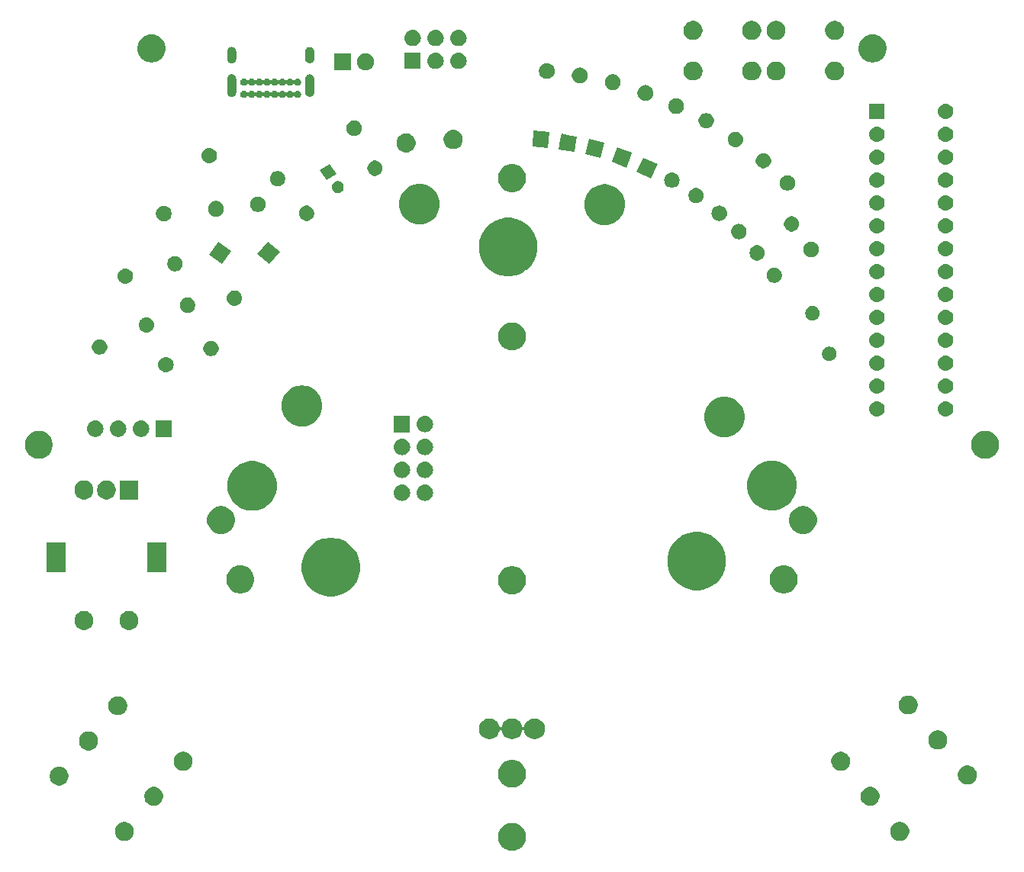
<source format=gbr>
G04 #@! TF.GenerationSoftware,KiCad,Pcbnew,(5.1.4)-1*
G04 #@! TF.CreationDate,2023-03-05T21:22:36+09:00*
G04 #@! TF.ProjectId,Akira_board,416b6972-615f-4626-9f61-72642e6b6963,rev?*
G04 #@! TF.SameCoordinates,Original*
G04 #@! TF.FileFunction,Soldermask,Top*
G04 #@! TF.FilePolarity,Negative*
%FSLAX46Y46*%
G04 Gerber Fmt 4.6, Leading zero omitted, Abs format (unit mm)*
G04 Created by KiCad (PCBNEW (5.1.4)-1) date 2023-03-05 21:22:36*
%MOMM*%
%LPD*%
G04 APERTURE LIST*
%ADD10C,0.100000*%
G04 APERTURE END LIST*
D10*
G36*
X147340985Y-134666549D02*
G01*
X147552410Y-134708604D01*
X147834674Y-134825521D01*
X148088705Y-134995259D01*
X148304741Y-135211295D01*
X148474479Y-135465326D01*
X148591396Y-135747590D01*
X148651000Y-136047240D01*
X148651000Y-136352760D01*
X148591396Y-136652410D01*
X148474479Y-136934674D01*
X148304741Y-137188705D01*
X148088705Y-137404741D01*
X147834674Y-137574479D01*
X147552410Y-137691396D01*
X147402585Y-137721198D01*
X147252761Y-137751000D01*
X146947239Y-137751000D01*
X146797415Y-137721198D01*
X146647590Y-137691396D01*
X146365326Y-137574479D01*
X146111295Y-137404741D01*
X145895259Y-137188705D01*
X145725521Y-136934674D01*
X145608604Y-136652410D01*
X145549000Y-136352760D01*
X145549000Y-136047240D01*
X145608604Y-135747590D01*
X145725521Y-135465326D01*
X145895259Y-135211295D01*
X146111295Y-134995259D01*
X146365326Y-134825521D01*
X146647590Y-134708604D01*
X146859015Y-134666549D01*
X146947239Y-134649000D01*
X147252761Y-134649000D01*
X147340985Y-134666549D01*
X147340985Y-134666549D01*
G37*
G36*
X104398863Y-134587323D02*
G01*
X104559097Y-134653694D01*
X104590134Y-134666550D01*
X104653072Y-134708604D01*
X104762272Y-134781569D01*
X104908664Y-134927961D01*
X105023684Y-135100101D01*
X105102910Y-135291370D01*
X105143299Y-135494418D01*
X105143299Y-135701450D01*
X105102910Y-135904498D01*
X105043785Y-136047239D01*
X105023683Y-136095769D01*
X104908664Y-136267907D01*
X104762272Y-136414299D01*
X104590134Y-136529318D01*
X104590133Y-136529319D01*
X104590132Y-136529319D01*
X104398863Y-136608545D01*
X104195815Y-136648934D01*
X103988783Y-136648934D01*
X103785735Y-136608545D01*
X103594466Y-136529319D01*
X103594465Y-136529319D01*
X103594464Y-136529318D01*
X103422326Y-136414299D01*
X103275934Y-136267907D01*
X103160915Y-136095769D01*
X103140813Y-136047239D01*
X103081688Y-135904498D01*
X103041299Y-135701450D01*
X103041299Y-135494418D01*
X103081688Y-135291370D01*
X103160914Y-135100101D01*
X103275934Y-134927961D01*
X103422326Y-134781569D01*
X103531526Y-134708604D01*
X103594464Y-134666550D01*
X103625501Y-134653694D01*
X103785735Y-134587323D01*
X103988783Y-134546934D01*
X104195815Y-134546934D01*
X104398863Y-134587323D01*
X104398863Y-134587323D01*
G37*
G36*
X190429586Y-134574467D02*
G01*
X190609525Y-134649000D01*
X190620857Y-134653694D01*
X190792995Y-134768713D01*
X190939387Y-134915105D01*
X191054407Y-135087245D01*
X191133633Y-135278514D01*
X191174022Y-135481562D01*
X191174022Y-135688594D01*
X191133633Y-135891642D01*
X191128307Y-135904499D01*
X191054406Y-136082913D01*
X190939387Y-136255051D01*
X190792995Y-136401443D01*
X190620857Y-136516462D01*
X190620856Y-136516463D01*
X190620855Y-136516463D01*
X190429586Y-136595689D01*
X190226538Y-136636078D01*
X190019506Y-136636078D01*
X189816458Y-136595689D01*
X189625189Y-136516463D01*
X189625188Y-136516463D01*
X189625187Y-136516462D01*
X189453049Y-136401443D01*
X189306657Y-136255051D01*
X189191638Y-136082913D01*
X189117737Y-135904499D01*
X189112411Y-135891642D01*
X189072022Y-135688594D01*
X189072022Y-135481562D01*
X189112411Y-135278514D01*
X189191637Y-135087245D01*
X189306657Y-134915105D01*
X189453049Y-134768713D01*
X189625187Y-134653694D01*
X189636519Y-134649000D01*
X189816458Y-134574467D01*
X190019506Y-134534078D01*
X190226538Y-134534078D01*
X190429586Y-134574467D01*
X190429586Y-134574467D01*
G37*
G36*
X107656564Y-130689389D02*
G01*
X107847833Y-130768615D01*
X107847835Y-130768616D01*
X108019973Y-130883635D01*
X108166365Y-131030027D01*
X108281385Y-131202167D01*
X108360611Y-131393436D01*
X108401000Y-131596484D01*
X108401000Y-131803516D01*
X108360611Y-132006564D01*
X108281385Y-132197833D01*
X108281384Y-132197835D01*
X108166365Y-132369973D01*
X108019973Y-132516365D01*
X107847835Y-132631384D01*
X107847834Y-132631385D01*
X107847833Y-132631385D01*
X107656564Y-132710611D01*
X107453516Y-132751000D01*
X107246484Y-132751000D01*
X107043436Y-132710611D01*
X106852167Y-132631385D01*
X106852166Y-132631385D01*
X106852165Y-132631384D01*
X106680027Y-132516365D01*
X106533635Y-132369973D01*
X106418616Y-132197835D01*
X106418615Y-132197833D01*
X106339389Y-132006564D01*
X106299000Y-131803516D01*
X106299000Y-131596484D01*
X106339389Y-131393436D01*
X106418615Y-131202167D01*
X106533635Y-131030027D01*
X106680027Y-130883635D01*
X106852165Y-130768616D01*
X106852167Y-130768615D01*
X107043436Y-130689389D01*
X107246484Y-130649000D01*
X107453516Y-130649000D01*
X107656564Y-130689389D01*
X107656564Y-130689389D01*
G37*
G36*
X187156564Y-130689389D02*
G01*
X187347833Y-130768615D01*
X187347835Y-130768616D01*
X187519973Y-130883635D01*
X187666365Y-131030027D01*
X187781385Y-131202167D01*
X187860611Y-131393436D01*
X187901000Y-131596484D01*
X187901000Y-131803516D01*
X187860611Y-132006564D01*
X187781385Y-132197833D01*
X187781384Y-132197835D01*
X187666365Y-132369973D01*
X187519973Y-132516365D01*
X187347835Y-132631384D01*
X187347834Y-132631385D01*
X187347833Y-132631385D01*
X187156564Y-132710611D01*
X186953516Y-132751000D01*
X186746484Y-132751000D01*
X186543436Y-132710611D01*
X186352167Y-132631385D01*
X186352166Y-132631385D01*
X186352165Y-132631384D01*
X186180027Y-132516365D01*
X186033635Y-132369973D01*
X185918616Y-132197835D01*
X185918615Y-132197833D01*
X185839389Y-132006564D01*
X185799000Y-131803516D01*
X185799000Y-131596484D01*
X185839389Y-131393436D01*
X185918615Y-131202167D01*
X186033635Y-131030027D01*
X186180027Y-130883635D01*
X186352165Y-130768616D01*
X186352167Y-130768615D01*
X186543436Y-130689389D01*
X186746484Y-130649000D01*
X186953516Y-130649000D01*
X187156564Y-130689389D01*
X187156564Y-130689389D01*
G37*
G36*
X147402585Y-127678802D02*
G01*
X147552410Y-127708604D01*
X147834674Y-127825521D01*
X148088705Y-127995259D01*
X148304741Y-128211295D01*
X148474479Y-128465326D01*
X148591396Y-128747590D01*
X148606900Y-128825532D01*
X148632089Y-128952165D01*
X148651000Y-129047240D01*
X148651000Y-129352760D01*
X148591396Y-129652410D01*
X148474479Y-129934674D01*
X148304741Y-130188705D01*
X148088705Y-130404741D01*
X147834674Y-130574479D01*
X147552410Y-130691396D01*
X147402585Y-130721198D01*
X147252761Y-130751000D01*
X146947239Y-130751000D01*
X146797415Y-130721198D01*
X146647590Y-130691396D01*
X146365326Y-130574479D01*
X146111295Y-130404741D01*
X145895259Y-130188705D01*
X145725521Y-129934674D01*
X145608604Y-129652410D01*
X145549000Y-129352760D01*
X145549000Y-129047240D01*
X145567912Y-128952165D01*
X145593100Y-128825532D01*
X145608604Y-128747590D01*
X145725521Y-128465326D01*
X145895259Y-128211295D01*
X146111295Y-127995259D01*
X146365326Y-127825521D01*
X146647590Y-127708604D01*
X146797415Y-127678802D01*
X146947239Y-127649000D01*
X147252761Y-127649000D01*
X147402585Y-127678802D01*
X147402585Y-127678802D01*
G37*
G36*
X97156564Y-128439389D02*
G01*
X97266425Y-128484895D01*
X97347835Y-128518616D01*
X97519973Y-128633635D01*
X97666365Y-128780027D01*
X97704596Y-128837243D01*
X97781385Y-128952167D01*
X97860611Y-129143436D01*
X97901000Y-129346484D01*
X97901000Y-129553516D01*
X97860611Y-129756564D01*
X97781385Y-129947833D01*
X97781384Y-129947835D01*
X97666365Y-130119973D01*
X97519973Y-130266365D01*
X97347835Y-130381384D01*
X97347834Y-130381385D01*
X97347833Y-130381385D01*
X97156564Y-130460611D01*
X96953516Y-130501000D01*
X96746484Y-130501000D01*
X96543436Y-130460611D01*
X96352167Y-130381385D01*
X96352166Y-130381385D01*
X96352165Y-130381384D01*
X96180027Y-130266365D01*
X96033635Y-130119973D01*
X95918616Y-129947835D01*
X95918615Y-129947833D01*
X95839389Y-129756564D01*
X95799000Y-129553516D01*
X95799000Y-129346484D01*
X95839389Y-129143436D01*
X95918615Y-128952167D01*
X95995405Y-128837243D01*
X96033635Y-128780027D01*
X96180027Y-128633635D01*
X96352165Y-128518616D01*
X96433575Y-128484895D01*
X96543436Y-128439389D01*
X96746484Y-128399000D01*
X96953516Y-128399000D01*
X97156564Y-128439389D01*
X97156564Y-128439389D01*
G37*
G36*
X197929586Y-128324467D02*
G01*
X198109525Y-128399000D01*
X198120857Y-128403694D01*
X198292995Y-128518713D01*
X198439387Y-128665105D01*
X198546582Y-128825533D01*
X198554407Y-128837245D01*
X198633633Y-129028514D01*
X198674022Y-129231562D01*
X198674022Y-129438594D01*
X198633633Y-129641642D01*
X198586031Y-129756564D01*
X198554406Y-129832913D01*
X198439387Y-130005051D01*
X198292995Y-130151443D01*
X198120857Y-130266462D01*
X198120856Y-130266463D01*
X198120855Y-130266463D01*
X197929586Y-130345689D01*
X197726538Y-130386078D01*
X197519506Y-130386078D01*
X197316458Y-130345689D01*
X197125189Y-130266463D01*
X197125188Y-130266463D01*
X197125187Y-130266462D01*
X196953049Y-130151443D01*
X196806657Y-130005051D01*
X196691638Y-129832913D01*
X196660013Y-129756564D01*
X196612411Y-129641642D01*
X196572022Y-129438594D01*
X196572022Y-129231562D01*
X196612411Y-129028514D01*
X196691637Y-128837245D01*
X196699463Y-128825533D01*
X196806657Y-128665105D01*
X196953049Y-128518713D01*
X197125187Y-128403694D01*
X197136519Y-128399000D01*
X197316458Y-128324467D01*
X197519506Y-128284078D01*
X197726538Y-128284078D01*
X197929586Y-128324467D01*
X197929586Y-128324467D01*
G37*
G36*
X183883542Y-126804311D02*
G01*
X184043776Y-126870682D01*
X184074813Y-126883538D01*
X184227711Y-126985701D01*
X184246951Y-126998557D01*
X184393343Y-127144949D01*
X184508363Y-127317089D01*
X184587589Y-127508358D01*
X184627978Y-127711406D01*
X184627978Y-127918438D01*
X184587589Y-128121486D01*
X184520241Y-128284078D01*
X184508362Y-128312757D01*
X184393343Y-128484895D01*
X184246951Y-128631287D01*
X184074813Y-128746306D01*
X184074812Y-128746307D01*
X184074811Y-128746307D01*
X183883542Y-128825533D01*
X183680494Y-128865922D01*
X183473462Y-128865922D01*
X183270414Y-128825533D01*
X183079145Y-128746307D01*
X183079144Y-128746307D01*
X183079143Y-128746306D01*
X182907005Y-128631287D01*
X182760613Y-128484895D01*
X182645594Y-128312757D01*
X182633715Y-128284078D01*
X182566367Y-128121486D01*
X182525978Y-127918438D01*
X182525978Y-127711406D01*
X182566367Y-127508358D01*
X182645593Y-127317089D01*
X182760613Y-127144949D01*
X182907005Y-126998557D01*
X182926245Y-126985701D01*
X183079143Y-126883538D01*
X183110180Y-126870682D01*
X183270414Y-126804311D01*
X183473462Y-126763922D01*
X183680494Y-126763922D01*
X183883542Y-126804311D01*
X183883542Y-126804311D01*
G37*
G36*
X110914265Y-126791455D02*
G01*
X111105534Y-126870681D01*
X111105536Y-126870682D01*
X111124776Y-126883538D01*
X111277674Y-126985701D01*
X111424066Y-127132093D01*
X111539086Y-127304233D01*
X111618312Y-127495502D01*
X111658701Y-127698550D01*
X111658701Y-127905582D01*
X111618312Y-128108630D01*
X111612986Y-128121487D01*
X111539085Y-128299901D01*
X111424066Y-128472039D01*
X111277674Y-128618431D01*
X111105536Y-128733450D01*
X111105535Y-128733451D01*
X111105534Y-128733451D01*
X110914265Y-128812677D01*
X110711217Y-128853066D01*
X110504185Y-128853066D01*
X110301137Y-128812677D01*
X110109868Y-128733451D01*
X110109867Y-128733451D01*
X110109866Y-128733450D01*
X109937728Y-128618431D01*
X109791336Y-128472039D01*
X109676317Y-128299901D01*
X109602416Y-128121487D01*
X109597090Y-128108630D01*
X109556701Y-127905582D01*
X109556701Y-127698550D01*
X109597090Y-127495502D01*
X109676316Y-127304233D01*
X109791336Y-127132093D01*
X109937728Y-126985701D01*
X110090626Y-126883538D01*
X110109866Y-126870682D01*
X110109868Y-126870681D01*
X110301137Y-126791455D01*
X110504185Y-126751066D01*
X110711217Y-126751066D01*
X110914265Y-126791455D01*
X110914265Y-126791455D01*
G37*
G36*
X100414265Y-124541455D02*
G01*
X100605534Y-124620681D01*
X100605536Y-124620682D01*
X100777674Y-124735701D01*
X100924066Y-124882093D01*
X101039086Y-125054233D01*
X101118312Y-125245502D01*
X101158701Y-125448550D01*
X101158701Y-125655582D01*
X101118312Y-125858630D01*
X101081363Y-125947833D01*
X101039085Y-126049901D01*
X100924066Y-126222039D01*
X100777674Y-126368431D01*
X100605536Y-126483450D01*
X100605535Y-126483451D01*
X100605534Y-126483451D01*
X100414265Y-126562677D01*
X100211217Y-126603066D01*
X100004185Y-126603066D01*
X99801137Y-126562677D01*
X99609868Y-126483451D01*
X99609867Y-126483451D01*
X99609866Y-126483450D01*
X99437728Y-126368431D01*
X99291336Y-126222039D01*
X99176317Y-126049901D01*
X99134039Y-125947833D01*
X99097090Y-125858630D01*
X99056701Y-125655582D01*
X99056701Y-125448550D01*
X99097090Y-125245502D01*
X99176316Y-125054233D01*
X99291336Y-124882093D01*
X99437728Y-124735701D01*
X99609866Y-124620682D01*
X99609868Y-124620681D01*
X99801137Y-124541455D01*
X100004185Y-124501066D01*
X100211217Y-124501066D01*
X100414265Y-124541455D01*
X100414265Y-124541455D01*
G37*
G36*
X194656564Y-124439389D02*
G01*
X194847833Y-124518615D01*
X194847835Y-124518616D01*
X195019973Y-124633635D01*
X195166365Y-124780027D01*
X195269059Y-124933719D01*
X195281385Y-124952167D01*
X195360611Y-125143436D01*
X195401000Y-125346484D01*
X195401000Y-125553516D01*
X195360611Y-125756564D01*
X195281385Y-125947833D01*
X195281384Y-125947835D01*
X195166365Y-126119973D01*
X195019973Y-126266365D01*
X194847835Y-126381384D01*
X194847834Y-126381385D01*
X194847833Y-126381385D01*
X194656564Y-126460611D01*
X194453516Y-126501000D01*
X194246484Y-126501000D01*
X194043436Y-126460611D01*
X193852167Y-126381385D01*
X193852166Y-126381385D01*
X193852165Y-126381384D01*
X193680027Y-126266365D01*
X193533635Y-126119973D01*
X193418616Y-125947835D01*
X193418615Y-125947833D01*
X193339389Y-125756564D01*
X193299000Y-125553516D01*
X193299000Y-125346484D01*
X193339389Y-125143436D01*
X193418615Y-124952167D01*
X193430942Y-124933719D01*
X193533635Y-124780027D01*
X193680027Y-124633635D01*
X193852165Y-124518616D01*
X193852167Y-124518615D01*
X194043436Y-124439389D01*
X194246484Y-124399000D01*
X194453516Y-124399000D01*
X194656564Y-124439389D01*
X194656564Y-124439389D01*
G37*
G36*
X144824549Y-123071116D02*
G01*
X144935734Y-123093232D01*
X145145203Y-123179997D01*
X145333720Y-123305960D01*
X145494040Y-123466280D01*
X145620003Y-123654797D01*
X145620004Y-123654799D01*
X145706768Y-123864266D01*
X145727403Y-123968006D01*
X145734516Y-123991455D01*
X145746067Y-124013066D01*
X145761612Y-124032008D01*
X145780554Y-124047553D01*
X145802165Y-124059104D01*
X145825614Y-124066217D01*
X145850000Y-124068619D01*
X145874386Y-124066217D01*
X145897835Y-124059104D01*
X145919446Y-124047553D01*
X145938388Y-124032008D01*
X145953933Y-124013066D01*
X145965484Y-123991455D01*
X145972597Y-123968006D01*
X145993232Y-123864266D01*
X146079996Y-123654799D01*
X146079997Y-123654797D01*
X146205960Y-123466280D01*
X146366280Y-123305960D01*
X146554797Y-123179997D01*
X146764266Y-123093232D01*
X146875451Y-123071116D01*
X146986635Y-123049000D01*
X147213365Y-123049000D01*
X147324549Y-123071116D01*
X147435734Y-123093232D01*
X147645203Y-123179997D01*
X147833720Y-123305960D01*
X147994040Y-123466280D01*
X148120003Y-123654797D01*
X148120004Y-123654799D01*
X148206768Y-123864266D01*
X148227403Y-123968006D01*
X148234516Y-123991455D01*
X148246067Y-124013066D01*
X148261612Y-124032008D01*
X148280554Y-124047553D01*
X148302165Y-124059104D01*
X148325614Y-124066217D01*
X148350000Y-124068619D01*
X148374386Y-124066217D01*
X148397835Y-124059104D01*
X148419446Y-124047553D01*
X148438388Y-124032008D01*
X148453933Y-124013066D01*
X148465484Y-123991455D01*
X148472597Y-123968006D01*
X148493232Y-123864266D01*
X148579996Y-123654799D01*
X148579997Y-123654797D01*
X148705960Y-123466280D01*
X148866280Y-123305960D01*
X149054797Y-123179997D01*
X149264266Y-123093232D01*
X149375451Y-123071116D01*
X149486635Y-123049000D01*
X149713365Y-123049000D01*
X149824549Y-123071116D01*
X149935734Y-123093232D01*
X150145203Y-123179997D01*
X150333720Y-123305960D01*
X150494040Y-123466280D01*
X150620003Y-123654797D01*
X150620004Y-123654799D01*
X150706768Y-123864267D01*
X150751000Y-124086635D01*
X150751000Y-124313365D01*
X150745524Y-124340896D01*
X150706768Y-124535734D01*
X150620003Y-124745203D01*
X150494040Y-124933720D01*
X150333720Y-125094040D01*
X150145203Y-125220003D01*
X149935734Y-125306768D01*
X149824549Y-125328884D01*
X149713365Y-125351000D01*
X149486635Y-125351000D01*
X149375451Y-125328884D01*
X149264266Y-125306768D01*
X149054797Y-125220003D01*
X148866280Y-125094040D01*
X148705960Y-124933720D01*
X148579997Y-124745203D01*
X148493232Y-124535734D01*
X148472597Y-124431993D01*
X148465484Y-124408545D01*
X148453933Y-124386934D01*
X148438388Y-124367992D01*
X148419446Y-124352447D01*
X148397835Y-124340896D01*
X148374386Y-124333783D01*
X148350000Y-124331381D01*
X148325614Y-124333783D01*
X148302165Y-124340896D01*
X148280554Y-124352447D01*
X148261612Y-124367992D01*
X148246067Y-124386934D01*
X148234516Y-124408545D01*
X148227403Y-124431993D01*
X148206768Y-124535734D01*
X148120003Y-124745203D01*
X147994040Y-124933720D01*
X147833720Y-125094040D01*
X147645203Y-125220003D01*
X147435734Y-125306768D01*
X147324549Y-125328884D01*
X147213365Y-125351000D01*
X146986635Y-125351000D01*
X146875451Y-125328884D01*
X146764266Y-125306768D01*
X146554797Y-125220003D01*
X146366280Y-125094040D01*
X146205960Y-124933720D01*
X146079997Y-124745203D01*
X145993232Y-124535734D01*
X145972597Y-124431993D01*
X145965484Y-124408545D01*
X145953933Y-124386934D01*
X145938388Y-124367992D01*
X145919446Y-124352447D01*
X145897835Y-124340896D01*
X145874386Y-124333783D01*
X145850000Y-124331381D01*
X145825614Y-124333783D01*
X145802165Y-124340896D01*
X145780554Y-124352447D01*
X145761612Y-124367992D01*
X145746067Y-124386934D01*
X145734516Y-124408545D01*
X145727403Y-124431993D01*
X145706768Y-124535734D01*
X145620003Y-124745203D01*
X145494040Y-124933720D01*
X145333720Y-125094040D01*
X145145203Y-125220003D01*
X144935734Y-125306768D01*
X144824549Y-125328884D01*
X144713365Y-125351000D01*
X144486635Y-125351000D01*
X144375451Y-125328884D01*
X144264266Y-125306768D01*
X144054797Y-125220003D01*
X143866280Y-125094040D01*
X143705960Y-124933720D01*
X143579997Y-124745203D01*
X143493232Y-124535734D01*
X143454476Y-124340896D01*
X143449000Y-124313365D01*
X143449000Y-124086635D01*
X143493232Y-123864267D01*
X143579996Y-123654799D01*
X143579997Y-123654797D01*
X143705960Y-123466280D01*
X143866280Y-123305960D01*
X144054797Y-123179997D01*
X144264266Y-123093232D01*
X144375451Y-123071116D01*
X144486635Y-123049000D01*
X144713365Y-123049000D01*
X144824549Y-123071116D01*
X144824549Y-123071116D01*
G37*
G36*
X103671966Y-120643521D02*
G01*
X103863235Y-120722747D01*
X103863237Y-120722748D01*
X104035375Y-120837767D01*
X104181767Y-120984159D01*
X104296787Y-121156299D01*
X104376013Y-121347568D01*
X104416402Y-121550616D01*
X104416402Y-121757648D01*
X104376013Y-121960696D01*
X104333739Y-122062755D01*
X104296786Y-122151967D01*
X104181767Y-122324105D01*
X104035375Y-122470497D01*
X103863237Y-122585516D01*
X103863236Y-122585517D01*
X103863235Y-122585517D01*
X103671966Y-122664743D01*
X103468918Y-122705132D01*
X103261886Y-122705132D01*
X103058838Y-122664743D01*
X102867569Y-122585517D01*
X102867568Y-122585517D01*
X102867567Y-122585516D01*
X102695429Y-122470497D01*
X102549037Y-122324105D01*
X102434018Y-122151967D01*
X102397065Y-122062755D01*
X102354791Y-121960696D01*
X102314402Y-121757648D01*
X102314402Y-121550616D01*
X102354791Y-121347568D01*
X102434017Y-121156299D01*
X102549037Y-120984159D01*
X102695429Y-120837767D01*
X102867567Y-120722748D01*
X102867569Y-120722747D01*
X103058838Y-120643521D01*
X103261886Y-120603132D01*
X103468918Y-120603132D01*
X103671966Y-120643521D01*
X103671966Y-120643521D01*
G37*
G36*
X191383542Y-120554311D02*
G01*
X191574811Y-120633537D01*
X191574813Y-120633538D01*
X191589755Y-120643522D01*
X191746951Y-120748557D01*
X191893343Y-120894949D01*
X192008363Y-121067089D01*
X192087589Y-121258358D01*
X192127978Y-121461406D01*
X192127978Y-121668438D01*
X192087589Y-121871486D01*
X192008363Y-122062755D01*
X192008362Y-122062757D01*
X191893343Y-122234895D01*
X191746951Y-122381287D01*
X191574813Y-122496306D01*
X191574812Y-122496307D01*
X191574811Y-122496307D01*
X191383542Y-122575533D01*
X191180494Y-122615922D01*
X190973462Y-122615922D01*
X190770414Y-122575533D01*
X190579145Y-122496307D01*
X190579144Y-122496307D01*
X190579143Y-122496306D01*
X190407005Y-122381287D01*
X190260613Y-122234895D01*
X190145594Y-122062757D01*
X190145593Y-122062755D01*
X190066367Y-121871486D01*
X190025978Y-121668438D01*
X190025978Y-121461406D01*
X190066367Y-121258358D01*
X190145593Y-121067089D01*
X190260613Y-120894949D01*
X190407005Y-120748557D01*
X190564201Y-120643522D01*
X190579143Y-120633538D01*
X190579145Y-120633537D01*
X190770414Y-120554311D01*
X190973462Y-120513922D01*
X191180494Y-120513922D01*
X191383542Y-120554311D01*
X191383542Y-120554311D01*
G37*
G36*
X104906564Y-111189389D02*
G01*
X105097833Y-111268615D01*
X105097835Y-111268616D01*
X105269973Y-111383635D01*
X105416365Y-111530027D01*
X105531385Y-111702167D01*
X105610611Y-111893436D01*
X105651000Y-112096484D01*
X105651000Y-112303516D01*
X105610611Y-112506564D01*
X105531385Y-112697833D01*
X105531384Y-112697835D01*
X105416365Y-112869973D01*
X105269973Y-113016365D01*
X105097835Y-113131384D01*
X105097834Y-113131385D01*
X105097833Y-113131385D01*
X104906564Y-113210611D01*
X104703516Y-113251000D01*
X104496484Y-113251000D01*
X104293436Y-113210611D01*
X104102167Y-113131385D01*
X104102166Y-113131385D01*
X104102165Y-113131384D01*
X103930027Y-113016365D01*
X103783635Y-112869973D01*
X103668616Y-112697835D01*
X103668615Y-112697833D01*
X103589389Y-112506564D01*
X103549000Y-112303516D01*
X103549000Y-112096484D01*
X103589389Y-111893436D01*
X103668615Y-111702167D01*
X103783635Y-111530027D01*
X103930027Y-111383635D01*
X104102165Y-111268616D01*
X104102167Y-111268615D01*
X104293436Y-111189389D01*
X104496484Y-111149000D01*
X104703516Y-111149000D01*
X104906564Y-111189389D01*
X104906564Y-111189389D01*
G37*
G36*
X99906564Y-111189389D02*
G01*
X100097833Y-111268615D01*
X100097835Y-111268616D01*
X100269973Y-111383635D01*
X100416365Y-111530027D01*
X100531385Y-111702167D01*
X100610611Y-111893436D01*
X100651000Y-112096484D01*
X100651000Y-112303516D01*
X100610611Y-112506564D01*
X100531385Y-112697833D01*
X100531384Y-112697835D01*
X100416365Y-112869973D01*
X100269973Y-113016365D01*
X100097835Y-113131384D01*
X100097834Y-113131385D01*
X100097833Y-113131385D01*
X99906564Y-113210611D01*
X99703516Y-113251000D01*
X99496484Y-113251000D01*
X99293436Y-113210611D01*
X99102167Y-113131385D01*
X99102166Y-113131385D01*
X99102165Y-113131384D01*
X98930027Y-113016365D01*
X98783635Y-112869973D01*
X98668616Y-112697835D01*
X98668615Y-112697833D01*
X98589389Y-112506564D01*
X98549000Y-112303516D01*
X98549000Y-112096484D01*
X98589389Y-111893436D01*
X98668615Y-111702167D01*
X98783635Y-111530027D01*
X98930027Y-111383635D01*
X99102165Y-111268616D01*
X99102167Y-111268615D01*
X99293436Y-111189389D01*
X99496484Y-111149000D01*
X99703516Y-111149000D01*
X99906564Y-111189389D01*
X99906564Y-111189389D01*
G37*
G36*
X127575500Y-103074783D02*
G01*
X127948282Y-103148934D01*
X128539926Y-103394001D01*
X129072392Y-103749784D01*
X129525216Y-104202608D01*
X129880999Y-104735074D01*
X130126066Y-105326718D01*
X130126066Y-105326719D01*
X130251000Y-105954803D01*
X130251000Y-106595197D01*
X130243819Y-106631296D01*
X130126066Y-107223282D01*
X129880999Y-107814926D01*
X129628772Y-108192410D01*
X129525217Y-108347391D01*
X129072391Y-108800217D01*
X128966477Y-108870986D01*
X128539926Y-109155999D01*
X127948282Y-109401066D01*
X127634239Y-109463533D01*
X127320197Y-109526000D01*
X126679803Y-109526000D01*
X126365761Y-109463533D01*
X126051718Y-109401066D01*
X125460074Y-109155999D01*
X125033523Y-108870986D01*
X124927609Y-108800217D01*
X124474783Y-108347391D01*
X124371228Y-108192410D01*
X124119001Y-107814926D01*
X123873934Y-107223282D01*
X123756181Y-106631296D01*
X123749000Y-106595197D01*
X123749000Y-105954803D01*
X123873934Y-105326719D01*
X123873934Y-105326718D01*
X124119001Y-104735074D01*
X124474784Y-104202608D01*
X124927608Y-103749784D01*
X125460074Y-103394001D01*
X126051718Y-103148934D01*
X126424500Y-103074783D01*
X126679803Y-103024000D01*
X127320197Y-103024000D01*
X127575500Y-103074783D01*
X127575500Y-103074783D01*
G37*
G36*
X147402585Y-106218802D02*
G01*
X147552410Y-106248604D01*
X147834674Y-106365521D01*
X148088705Y-106535259D01*
X148304741Y-106751295D01*
X148474479Y-107005326D01*
X148591396Y-107287590D01*
X148651000Y-107587240D01*
X148651000Y-107892760D01*
X148591396Y-108192410D01*
X148474479Y-108474674D01*
X148304741Y-108728705D01*
X148088705Y-108944741D01*
X147834674Y-109114479D01*
X147552410Y-109231396D01*
X147402585Y-109261198D01*
X147252761Y-109291000D01*
X146947239Y-109291000D01*
X146797415Y-109261198D01*
X146647590Y-109231396D01*
X146365326Y-109114479D01*
X146111295Y-108944741D01*
X145895259Y-108728705D01*
X145725521Y-108474674D01*
X145608604Y-108192410D01*
X145549000Y-107892760D01*
X145549000Y-107587240D01*
X145608604Y-107287590D01*
X145725521Y-107005326D01*
X145895259Y-106751295D01*
X146111295Y-106535259D01*
X146365326Y-106365521D01*
X146647590Y-106248604D01*
X146797415Y-106218802D01*
X146947239Y-106189000D01*
X147252761Y-106189000D01*
X147402585Y-106218802D01*
X147402585Y-106218802D01*
G37*
G36*
X117252585Y-106098802D02*
G01*
X117402410Y-106128604D01*
X117684674Y-106245521D01*
X117938705Y-106415259D01*
X118154741Y-106631295D01*
X118324479Y-106885326D01*
X118441396Y-107167590D01*
X118501000Y-107467240D01*
X118501000Y-107772760D01*
X118441396Y-108072410D01*
X118324479Y-108354674D01*
X118154741Y-108608705D01*
X117938705Y-108824741D01*
X117684674Y-108994479D01*
X117402410Y-109111396D01*
X117252585Y-109141198D01*
X117102761Y-109171000D01*
X116797239Y-109171000D01*
X116647415Y-109141198D01*
X116497590Y-109111396D01*
X116215326Y-108994479D01*
X115961295Y-108824741D01*
X115745259Y-108608705D01*
X115575521Y-108354674D01*
X115458604Y-108072410D01*
X115399000Y-107772760D01*
X115399000Y-107467240D01*
X115458604Y-107167590D01*
X115575521Y-106885326D01*
X115745259Y-106631295D01*
X115961295Y-106415259D01*
X116215326Y-106245521D01*
X116497590Y-106128604D01*
X116647415Y-106098802D01*
X116797239Y-106069000D01*
X117102761Y-106069000D01*
X117252585Y-106098802D01*
X117252585Y-106098802D01*
G37*
G36*
X177552585Y-106098802D02*
G01*
X177702410Y-106128604D01*
X177984674Y-106245521D01*
X178238705Y-106415259D01*
X178454741Y-106631295D01*
X178624479Y-106885326D01*
X178741396Y-107167590D01*
X178801000Y-107467240D01*
X178801000Y-107772760D01*
X178741396Y-108072410D01*
X178624479Y-108354674D01*
X178454741Y-108608705D01*
X178238705Y-108824741D01*
X177984674Y-108994479D01*
X177702410Y-109111396D01*
X177552585Y-109141198D01*
X177402761Y-109171000D01*
X177097239Y-109171000D01*
X176947415Y-109141198D01*
X176797590Y-109111396D01*
X176515326Y-108994479D01*
X176261295Y-108824741D01*
X176045259Y-108608705D01*
X175875521Y-108354674D01*
X175758604Y-108072410D01*
X175699000Y-107772760D01*
X175699000Y-107467240D01*
X175758604Y-107167590D01*
X175875521Y-106885326D01*
X176045259Y-106631295D01*
X176261295Y-106415259D01*
X176515326Y-106245521D01*
X176797590Y-106128604D01*
X176947415Y-106098802D01*
X177097239Y-106069000D01*
X177402761Y-106069000D01*
X177552585Y-106098802D01*
X177552585Y-106098802D01*
G37*
G36*
X168234239Y-102411467D02*
G01*
X168548282Y-102473934D01*
X169139926Y-102719001D01*
X169566477Y-103004014D01*
X169596389Y-103024000D01*
X169672392Y-103074784D01*
X170125216Y-103527608D01*
X170480999Y-104060074D01*
X170726066Y-104651718D01*
X170851000Y-105279804D01*
X170851000Y-105920196D01*
X170726066Y-106548282D01*
X170480999Y-107139926D01*
X170125216Y-107672392D01*
X169672392Y-108125216D01*
X169139926Y-108480999D01*
X168548282Y-108726066D01*
X168234239Y-108788533D01*
X167920197Y-108851000D01*
X167279803Y-108851000D01*
X166965761Y-108788533D01*
X166651718Y-108726066D01*
X166060074Y-108480999D01*
X165527608Y-108125216D01*
X165074784Y-107672392D01*
X164719001Y-107139926D01*
X164473934Y-106548282D01*
X164349000Y-105920196D01*
X164349000Y-105279804D01*
X164473934Y-104651718D01*
X164719001Y-104060074D01*
X165074784Y-103527608D01*
X165527608Y-103074784D01*
X165603612Y-103024000D01*
X165633523Y-103004014D01*
X166060074Y-102719001D01*
X166651718Y-102473934D01*
X166965761Y-102411467D01*
X167279803Y-102349000D01*
X167920197Y-102349000D01*
X168234239Y-102411467D01*
X168234239Y-102411467D01*
G37*
G36*
X97551000Y-106851000D02*
G01*
X95449000Y-106851000D01*
X95449000Y-103549000D01*
X97551000Y-103549000D01*
X97551000Y-106851000D01*
X97551000Y-106851000D01*
G37*
G36*
X108751000Y-106851000D02*
G01*
X106649000Y-106851000D01*
X106649000Y-103549000D01*
X108751000Y-103549000D01*
X108751000Y-106851000D01*
X108751000Y-106851000D01*
G37*
G36*
X115132585Y-99538802D02*
G01*
X115282410Y-99568604D01*
X115564674Y-99685521D01*
X115818705Y-99855259D01*
X116034741Y-100071295D01*
X116204479Y-100325326D01*
X116321396Y-100607590D01*
X116381000Y-100907240D01*
X116381000Y-101212760D01*
X116321396Y-101512410D01*
X116204479Y-101794674D01*
X116034741Y-102048705D01*
X115818705Y-102264741D01*
X115564674Y-102434479D01*
X115282410Y-102551396D01*
X115132585Y-102581198D01*
X114982761Y-102611000D01*
X114677239Y-102611000D01*
X114527415Y-102581198D01*
X114377590Y-102551396D01*
X114095326Y-102434479D01*
X113841295Y-102264741D01*
X113625259Y-102048705D01*
X113455521Y-101794674D01*
X113338604Y-101512410D01*
X113279000Y-101212760D01*
X113279000Y-100907240D01*
X113338604Y-100607590D01*
X113455521Y-100325326D01*
X113625259Y-100071295D01*
X113841295Y-99855259D01*
X114095326Y-99685521D01*
X114377590Y-99568604D01*
X114527415Y-99538802D01*
X114677239Y-99509000D01*
X114982761Y-99509000D01*
X115132585Y-99538802D01*
X115132585Y-99538802D01*
G37*
G36*
X179682585Y-99538802D02*
G01*
X179832410Y-99568604D01*
X180114674Y-99685521D01*
X180368705Y-99855259D01*
X180584741Y-100071295D01*
X180754479Y-100325326D01*
X180871396Y-100607590D01*
X180931000Y-100907240D01*
X180931000Y-101212760D01*
X180871396Y-101512410D01*
X180754479Y-101794674D01*
X180584741Y-102048705D01*
X180368705Y-102264741D01*
X180114674Y-102434479D01*
X179832410Y-102551396D01*
X179682585Y-102581198D01*
X179532761Y-102611000D01*
X179227239Y-102611000D01*
X179077415Y-102581198D01*
X178927590Y-102551396D01*
X178645326Y-102434479D01*
X178391295Y-102264741D01*
X178175259Y-102048705D01*
X178005521Y-101794674D01*
X177888604Y-101512410D01*
X177829000Y-101212760D01*
X177829000Y-100907240D01*
X177888604Y-100607590D01*
X178005521Y-100325326D01*
X178175259Y-100071295D01*
X178391295Y-99855259D01*
X178645326Y-99685521D01*
X178927590Y-99568604D01*
X179077415Y-99538802D01*
X179227239Y-99509000D01*
X179532761Y-99509000D01*
X179682585Y-99538802D01*
X179682585Y-99538802D01*
G37*
G36*
X118796694Y-94551860D02*
G01*
X119062437Y-94604719D01*
X119563087Y-94812095D01*
X119743561Y-94932684D01*
X120013660Y-95113158D01*
X120396842Y-95496340D01*
X120503942Y-95656627D01*
X120697905Y-95946913D01*
X120894926Y-96422564D01*
X120905281Y-96447564D01*
X121011000Y-96979049D01*
X121011000Y-97520951D01*
X120995975Y-97596486D01*
X120905281Y-98052437D01*
X120697905Y-98553087D01*
X120577316Y-98733561D01*
X120396842Y-99003660D01*
X120013660Y-99386842D01*
X119830837Y-99509000D01*
X119563087Y-99687905D01*
X119062437Y-99895281D01*
X118796694Y-99948140D01*
X118530951Y-100001000D01*
X117989049Y-100001000D01*
X117723306Y-99948140D01*
X117457563Y-99895281D01*
X116956913Y-99687905D01*
X116689163Y-99509000D01*
X116506340Y-99386842D01*
X116123158Y-99003660D01*
X115942684Y-98733561D01*
X115822095Y-98553087D01*
X115614719Y-98052437D01*
X115524025Y-97596486D01*
X115509000Y-97520951D01*
X115509000Y-96979049D01*
X115614719Y-96447564D01*
X115625074Y-96422564D01*
X115822095Y-95946913D01*
X116016058Y-95656627D01*
X116123158Y-95496340D01*
X116506340Y-95113158D01*
X116776439Y-94932684D01*
X116956913Y-94812095D01*
X117457563Y-94604719D01*
X117723306Y-94551860D01*
X117989049Y-94499000D01*
X118530951Y-94499000D01*
X118796694Y-94551860D01*
X118796694Y-94551860D01*
G37*
G36*
X176336634Y-94499000D02*
G01*
X176742437Y-94579719D01*
X177243087Y-94787095D01*
X177423561Y-94907684D01*
X177693660Y-95088158D01*
X178076842Y-95471340D01*
X178093546Y-95496340D01*
X178377905Y-95921913D01*
X178562665Y-96367963D01*
X178585281Y-96422564D01*
X178691000Y-96954049D01*
X178691000Y-97495951D01*
X178638141Y-97761693D01*
X178585281Y-98027437D01*
X178377905Y-98528087D01*
X178361201Y-98553086D01*
X178076842Y-98978660D01*
X177693660Y-99361842D01*
X177473422Y-99509000D01*
X177243087Y-99662905D01*
X176742437Y-99870281D01*
X176616753Y-99895281D01*
X176210951Y-99976000D01*
X175669049Y-99976000D01*
X175263247Y-99895281D01*
X175137563Y-99870281D01*
X174636913Y-99662905D01*
X174406578Y-99509000D01*
X174186340Y-99361842D01*
X173803158Y-98978660D01*
X173518799Y-98553086D01*
X173502095Y-98528087D01*
X173294719Y-98027437D01*
X173241859Y-97761693D01*
X173189000Y-97495951D01*
X173189000Y-96954049D01*
X173294719Y-96422564D01*
X173317335Y-96367963D01*
X173502095Y-95921913D01*
X173786454Y-95496340D01*
X173803158Y-95471340D01*
X174186340Y-95088158D01*
X174456439Y-94907684D01*
X174636913Y-94787095D01*
X175137563Y-94579719D01*
X175543366Y-94499000D01*
X175669049Y-94474000D01*
X176210951Y-94474000D01*
X176336634Y-94499000D01*
X176336634Y-94499000D01*
G37*
G36*
X135010442Y-97125518D02*
G01*
X135076627Y-97132037D01*
X135246466Y-97183557D01*
X135402991Y-97267222D01*
X135438729Y-97296552D01*
X135540186Y-97379814D01*
X135623448Y-97481271D01*
X135652778Y-97517009D01*
X135736443Y-97673534D01*
X135787963Y-97843373D01*
X135805359Y-98020000D01*
X135787963Y-98196627D01*
X135736443Y-98366466D01*
X135736442Y-98366468D01*
X135694610Y-98444729D01*
X135652778Y-98522991D01*
X135628079Y-98553086D01*
X135540186Y-98660186D01*
X135438729Y-98743448D01*
X135402991Y-98772778D01*
X135246466Y-98856443D01*
X135076627Y-98907963D01*
X135010442Y-98914482D01*
X134944260Y-98921000D01*
X134855740Y-98921000D01*
X134789557Y-98914481D01*
X134723373Y-98907963D01*
X134553534Y-98856443D01*
X134397009Y-98772778D01*
X134361271Y-98743448D01*
X134259814Y-98660186D01*
X134171921Y-98553086D01*
X134147222Y-98522991D01*
X134105390Y-98444729D01*
X134063558Y-98366468D01*
X134063557Y-98366466D01*
X134012037Y-98196627D01*
X133994641Y-98020000D01*
X134012037Y-97843373D01*
X134063557Y-97673534D01*
X134147222Y-97517009D01*
X134176552Y-97481271D01*
X134259814Y-97379814D01*
X134361271Y-97296552D01*
X134397009Y-97267222D01*
X134553534Y-97183557D01*
X134723373Y-97132037D01*
X134789558Y-97125518D01*
X134855740Y-97119000D01*
X134944260Y-97119000D01*
X135010442Y-97125518D01*
X135010442Y-97125518D01*
G37*
G36*
X137550442Y-97125518D02*
G01*
X137616627Y-97132037D01*
X137786466Y-97183557D01*
X137942991Y-97267222D01*
X137978729Y-97296552D01*
X138080186Y-97379814D01*
X138163448Y-97481271D01*
X138192778Y-97517009D01*
X138276443Y-97673534D01*
X138327963Y-97843373D01*
X138345359Y-98020000D01*
X138327963Y-98196627D01*
X138276443Y-98366466D01*
X138276442Y-98366468D01*
X138234610Y-98444729D01*
X138192778Y-98522991D01*
X138168079Y-98553086D01*
X138080186Y-98660186D01*
X137978729Y-98743448D01*
X137942991Y-98772778D01*
X137786466Y-98856443D01*
X137616627Y-98907963D01*
X137550442Y-98914482D01*
X137484260Y-98921000D01*
X137395740Y-98921000D01*
X137329557Y-98914481D01*
X137263373Y-98907963D01*
X137093534Y-98856443D01*
X136937009Y-98772778D01*
X136901271Y-98743448D01*
X136799814Y-98660186D01*
X136711921Y-98553086D01*
X136687222Y-98522991D01*
X136645390Y-98444729D01*
X136603558Y-98366468D01*
X136603557Y-98366466D01*
X136552037Y-98196627D01*
X136534641Y-98020000D01*
X136552037Y-97843373D01*
X136603557Y-97673534D01*
X136687222Y-97517009D01*
X136716552Y-97481271D01*
X136799814Y-97379814D01*
X136901271Y-97296552D01*
X136937009Y-97267222D01*
X137093534Y-97183557D01*
X137263373Y-97132037D01*
X137329558Y-97125518D01*
X137395740Y-97119000D01*
X137484260Y-97119000D01*
X137550442Y-97125518D01*
X137550442Y-97125518D01*
G37*
G36*
X105651000Y-98751000D02*
G01*
X103549000Y-98751000D01*
X103549000Y-96649000D01*
X105651000Y-96649000D01*
X105651000Y-98751000D01*
X105651000Y-98751000D01*
G37*
G36*
X99906564Y-96689389D02*
G01*
X100097833Y-96768615D01*
X100097835Y-96768616D01*
X100269973Y-96883635D01*
X100416365Y-97030027D01*
X100518951Y-97183557D01*
X100531385Y-97202167D01*
X100610611Y-97393436D01*
X100651000Y-97596484D01*
X100651000Y-97803516D01*
X100610611Y-98006564D01*
X100531385Y-98197833D01*
X100531384Y-98197835D01*
X100416365Y-98369973D01*
X100269973Y-98516365D01*
X100097835Y-98631384D01*
X100097834Y-98631385D01*
X100097833Y-98631385D01*
X99906564Y-98710611D01*
X99703516Y-98751000D01*
X99496484Y-98751000D01*
X99293436Y-98710611D01*
X99102167Y-98631385D01*
X99102166Y-98631385D01*
X99102165Y-98631384D01*
X98930027Y-98516365D01*
X98783635Y-98369973D01*
X98668616Y-98197835D01*
X98668615Y-98197833D01*
X98589389Y-98006564D01*
X98549000Y-97803516D01*
X98549000Y-97596484D01*
X98589389Y-97393436D01*
X98668615Y-97202167D01*
X98681050Y-97183557D01*
X98783635Y-97030027D01*
X98930027Y-96883635D01*
X99102165Y-96768616D01*
X99102167Y-96768615D01*
X99293436Y-96689389D01*
X99496484Y-96649000D01*
X99703516Y-96649000D01*
X99906564Y-96689389D01*
X99906564Y-96689389D01*
G37*
G36*
X102406564Y-96689389D02*
G01*
X102597833Y-96768615D01*
X102597835Y-96768616D01*
X102769973Y-96883635D01*
X102916365Y-97030027D01*
X103018951Y-97183557D01*
X103031385Y-97202167D01*
X103110611Y-97393436D01*
X103151000Y-97596484D01*
X103151000Y-97803516D01*
X103110611Y-98006564D01*
X103031385Y-98197833D01*
X103031384Y-98197835D01*
X102916365Y-98369973D01*
X102769973Y-98516365D01*
X102597835Y-98631384D01*
X102597834Y-98631385D01*
X102597833Y-98631385D01*
X102406564Y-98710611D01*
X102203516Y-98751000D01*
X101996484Y-98751000D01*
X101793436Y-98710611D01*
X101602167Y-98631385D01*
X101602166Y-98631385D01*
X101602165Y-98631384D01*
X101430027Y-98516365D01*
X101283635Y-98369973D01*
X101168616Y-98197835D01*
X101168615Y-98197833D01*
X101089389Y-98006564D01*
X101049000Y-97803516D01*
X101049000Y-97596484D01*
X101089389Y-97393436D01*
X101168615Y-97202167D01*
X101181050Y-97183557D01*
X101283635Y-97030027D01*
X101430027Y-96883635D01*
X101602165Y-96768616D01*
X101602167Y-96768615D01*
X101793436Y-96689389D01*
X101996484Y-96649000D01*
X102203516Y-96649000D01*
X102406564Y-96689389D01*
X102406564Y-96689389D01*
G37*
G36*
X137550443Y-94585519D02*
G01*
X137616627Y-94592037D01*
X137786466Y-94643557D01*
X137942991Y-94727222D01*
X137978729Y-94756552D01*
X138080186Y-94839814D01*
X138163448Y-94941271D01*
X138192778Y-94977009D01*
X138276443Y-95133534D01*
X138327963Y-95303373D01*
X138345359Y-95480000D01*
X138327963Y-95656627D01*
X138276443Y-95826466D01*
X138192778Y-95982991D01*
X138163448Y-96018729D01*
X138080186Y-96120186D01*
X137978729Y-96203448D01*
X137942991Y-96232778D01*
X137786466Y-96316443D01*
X137616627Y-96367963D01*
X137550443Y-96374481D01*
X137484260Y-96381000D01*
X137395740Y-96381000D01*
X137329557Y-96374481D01*
X137263373Y-96367963D01*
X137093534Y-96316443D01*
X136937009Y-96232778D01*
X136901271Y-96203448D01*
X136799814Y-96120186D01*
X136716552Y-96018729D01*
X136687222Y-95982991D01*
X136603557Y-95826466D01*
X136552037Y-95656627D01*
X136534641Y-95480000D01*
X136552037Y-95303373D01*
X136603557Y-95133534D01*
X136687222Y-94977009D01*
X136716552Y-94941271D01*
X136799814Y-94839814D01*
X136901271Y-94756552D01*
X136937009Y-94727222D01*
X137093534Y-94643557D01*
X137263373Y-94592037D01*
X137329557Y-94585519D01*
X137395740Y-94579000D01*
X137484260Y-94579000D01*
X137550443Y-94585519D01*
X137550443Y-94585519D01*
G37*
G36*
X135010443Y-94585519D02*
G01*
X135076627Y-94592037D01*
X135246466Y-94643557D01*
X135402991Y-94727222D01*
X135438729Y-94756552D01*
X135540186Y-94839814D01*
X135623448Y-94941271D01*
X135652778Y-94977009D01*
X135736443Y-95133534D01*
X135787963Y-95303373D01*
X135805359Y-95480000D01*
X135787963Y-95656627D01*
X135736443Y-95826466D01*
X135652778Y-95982991D01*
X135623448Y-96018729D01*
X135540186Y-96120186D01*
X135438729Y-96203448D01*
X135402991Y-96232778D01*
X135246466Y-96316443D01*
X135076627Y-96367963D01*
X135010443Y-96374481D01*
X134944260Y-96381000D01*
X134855740Y-96381000D01*
X134789557Y-96374481D01*
X134723373Y-96367963D01*
X134553534Y-96316443D01*
X134397009Y-96232778D01*
X134361271Y-96203448D01*
X134259814Y-96120186D01*
X134176552Y-96018729D01*
X134147222Y-95982991D01*
X134063557Y-95826466D01*
X134012037Y-95656627D01*
X133994641Y-95480000D01*
X134012037Y-95303373D01*
X134063557Y-95133534D01*
X134147222Y-94977009D01*
X134176552Y-94941271D01*
X134259814Y-94839814D01*
X134361271Y-94756552D01*
X134397009Y-94727222D01*
X134553534Y-94643557D01*
X134723373Y-94592037D01*
X134789557Y-94585519D01*
X134855740Y-94579000D01*
X134944260Y-94579000D01*
X135010443Y-94585519D01*
X135010443Y-94585519D01*
G37*
G36*
X94902585Y-91178802D02*
G01*
X95052410Y-91208604D01*
X95334674Y-91325521D01*
X95588705Y-91495259D01*
X95804741Y-91711295D01*
X95974479Y-91965326D01*
X96091396Y-92247590D01*
X96151000Y-92547240D01*
X96151000Y-92852760D01*
X96091396Y-93152410D01*
X95974479Y-93434674D01*
X95804741Y-93688705D01*
X95588705Y-93904741D01*
X95334674Y-94074479D01*
X95052410Y-94191396D01*
X94902585Y-94221198D01*
X94752761Y-94251000D01*
X94447239Y-94251000D01*
X94297415Y-94221198D01*
X94147590Y-94191396D01*
X93865326Y-94074479D01*
X93611295Y-93904741D01*
X93395259Y-93688705D01*
X93225521Y-93434674D01*
X93108604Y-93152410D01*
X93049000Y-92852760D01*
X93049000Y-92547240D01*
X93108604Y-92247590D01*
X93225521Y-91965326D01*
X93395259Y-91711295D01*
X93611295Y-91495259D01*
X93865326Y-91325521D01*
X94147590Y-91208604D01*
X94297415Y-91178802D01*
X94447239Y-91149000D01*
X94752761Y-91149000D01*
X94902585Y-91178802D01*
X94902585Y-91178802D01*
G37*
G36*
X199902585Y-91178802D02*
G01*
X200052410Y-91208604D01*
X200334674Y-91325521D01*
X200588705Y-91495259D01*
X200804741Y-91711295D01*
X200974479Y-91965326D01*
X201091396Y-92247590D01*
X201151000Y-92547240D01*
X201151000Y-92852760D01*
X201091396Y-93152410D01*
X200974479Y-93434674D01*
X200804741Y-93688705D01*
X200588705Y-93904741D01*
X200334674Y-94074479D01*
X200052410Y-94191396D01*
X199902585Y-94221198D01*
X199752761Y-94251000D01*
X199447239Y-94251000D01*
X199297415Y-94221198D01*
X199147590Y-94191396D01*
X198865326Y-94074479D01*
X198611295Y-93904741D01*
X198395259Y-93688705D01*
X198225521Y-93434674D01*
X198108604Y-93152410D01*
X198049000Y-92852760D01*
X198049000Y-92547240D01*
X198108604Y-92247590D01*
X198225521Y-91965326D01*
X198395259Y-91711295D01*
X198611295Y-91495259D01*
X198865326Y-91325521D01*
X199147590Y-91208604D01*
X199297415Y-91178802D01*
X199447239Y-91149000D01*
X199752761Y-91149000D01*
X199902585Y-91178802D01*
X199902585Y-91178802D01*
G37*
G36*
X135010442Y-92045518D02*
G01*
X135076627Y-92052037D01*
X135246466Y-92103557D01*
X135402991Y-92187222D01*
X135438729Y-92216552D01*
X135540186Y-92299814D01*
X135623448Y-92401271D01*
X135652778Y-92437009D01*
X135736443Y-92593534D01*
X135787963Y-92763373D01*
X135805359Y-92940000D01*
X135787963Y-93116627D01*
X135736443Y-93286466D01*
X135652778Y-93442991D01*
X135623448Y-93478729D01*
X135540186Y-93580186D01*
X135438729Y-93663448D01*
X135402991Y-93692778D01*
X135246466Y-93776443D01*
X135076627Y-93827963D01*
X135010442Y-93834482D01*
X134944260Y-93841000D01*
X134855740Y-93841000D01*
X134789558Y-93834482D01*
X134723373Y-93827963D01*
X134553534Y-93776443D01*
X134397009Y-93692778D01*
X134361271Y-93663448D01*
X134259814Y-93580186D01*
X134176552Y-93478729D01*
X134147222Y-93442991D01*
X134063557Y-93286466D01*
X134012037Y-93116627D01*
X133994641Y-92940000D01*
X134012037Y-92763373D01*
X134063557Y-92593534D01*
X134147222Y-92437009D01*
X134176552Y-92401271D01*
X134259814Y-92299814D01*
X134361271Y-92216552D01*
X134397009Y-92187222D01*
X134553534Y-92103557D01*
X134723373Y-92052037D01*
X134789558Y-92045518D01*
X134855740Y-92039000D01*
X134944260Y-92039000D01*
X135010442Y-92045518D01*
X135010442Y-92045518D01*
G37*
G36*
X137550442Y-92045518D02*
G01*
X137616627Y-92052037D01*
X137786466Y-92103557D01*
X137942991Y-92187222D01*
X137978729Y-92216552D01*
X138080186Y-92299814D01*
X138163448Y-92401271D01*
X138192778Y-92437009D01*
X138276443Y-92593534D01*
X138327963Y-92763373D01*
X138345359Y-92940000D01*
X138327963Y-93116627D01*
X138276443Y-93286466D01*
X138192778Y-93442991D01*
X138163448Y-93478729D01*
X138080186Y-93580186D01*
X137978729Y-93663448D01*
X137942991Y-93692778D01*
X137786466Y-93776443D01*
X137616627Y-93827963D01*
X137550442Y-93834482D01*
X137484260Y-93841000D01*
X137395740Y-93841000D01*
X137329558Y-93834482D01*
X137263373Y-93827963D01*
X137093534Y-93776443D01*
X136937009Y-93692778D01*
X136901271Y-93663448D01*
X136799814Y-93580186D01*
X136716552Y-93478729D01*
X136687222Y-93442991D01*
X136603557Y-93286466D01*
X136552037Y-93116627D01*
X136534641Y-92940000D01*
X136552037Y-92763373D01*
X136603557Y-92593534D01*
X136687222Y-92437009D01*
X136716552Y-92401271D01*
X136799814Y-92299814D01*
X136901271Y-92216552D01*
X136937009Y-92187222D01*
X137093534Y-92103557D01*
X137263373Y-92052037D01*
X137329558Y-92045518D01*
X137395740Y-92039000D01*
X137484260Y-92039000D01*
X137550442Y-92045518D01*
X137550442Y-92045518D01*
G37*
G36*
X170935880Y-87369776D02*
G01*
X171316593Y-87445504D01*
X171726249Y-87615189D01*
X172094929Y-87861534D01*
X172408466Y-88175071D01*
X172654811Y-88543751D01*
X172824496Y-88953407D01*
X172911000Y-89388296D01*
X172911000Y-89831704D01*
X172824496Y-90266593D01*
X172654811Y-90676249D01*
X172408466Y-91044929D01*
X172094929Y-91358466D01*
X171726249Y-91604811D01*
X171316593Y-91774496D01*
X170935880Y-91850224D01*
X170881705Y-91861000D01*
X170438295Y-91861000D01*
X170384120Y-91850224D01*
X170003407Y-91774496D01*
X169593751Y-91604811D01*
X169225071Y-91358466D01*
X168911534Y-91044929D01*
X168665189Y-90676249D01*
X168495504Y-90266593D01*
X168409000Y-89831704D01*
X168409000Y-89388296D01*
X168495504Y-88953407D01*
X168665189Y-88543751D01*
X168911534Y-88175071D01*
X169225071Y-87861534D01*
X169593751Y-87615189D01*
X170003407Y-87445504D01*
X170384120Y-87369776D01*
X170438295Y-87359000D01*
X170881705Y-87359000D01*
X170935880Y-87369776D01*
X170935880Y-87369776D01*
G37*
G36*
X109381483Y-91812488D02*
G01*
X107579483Y-91812488D01*
X107579483Y-90010488D01*
X109381483Y-90010488D01*
X109381483Y-91812488D01*
X109381483Y-91812488D01*
G37*
G36*
X103510925Y-90017006D02*
G01*
X103577110Y-90023525D01*
X103746949Y-90075045D01*
X103903474Y-90158710D01*
X103939212Y-90188040D01*
X104040669Y-90271302D01*
X104123931Y-90372759D01*
X104153261Y-90408497D01*
X104236926Y-90565022D01*
X104288446Y-90734861D01*
X104305842Y-90911488D01*
X104288446Y-91088115D01*
X104236926Y-91257954D01*
X104153261Y-91414479D01*
X104123931Y-91450217D01*
X104040669Y-91551674D01*
X103975920Y-91604811D01*
X103903474Y-91664266D01*
X103746949Y-91747931D01*
X103577110Y-91799451D01*
X103510925Y-91805970D01*
X103444743Y-91812488D01*
X103356223Y-91812488D01*
X103290041Y-91805970D01*
X103223856Y-91799451D01*
X103054017Y-91747931D01*
X102897492Y-91664266D01*
X102825046Y-91604811D01*
X102760297Y-91551674D01*
X102677035Y-91450217D01*
X102647705Y-91414479D01*
X102564040Y-91257954D01*
X102512520Y-91088115D01*
X102495124Y-90911488D01*
X102512520Y-90734861D01*
X102564040Y-90565022D01*
X102647705Y-90408497D01*
X102677035Y-90372759D01*
X102760297Y-90271302D01*
X102861754Y-90188040D01*
X102897492Y-90158710D01*
X103054017Y-90075045D01*
X103223856Y-90023525D01*
X103290041Y-90017006D01*
X103356223Y-90010488D01*
X103444743Y-90010488D01*
X103510925Y-90017006D01*
X103510925Y-90017006D01*
G37*
G36*
X100970925Y-90017006D02*
G01*
X101037110Y-90023525D01*
X101206949Y-90075045D01*
X101363474Y-90158710D01*
X101399212Y-90188040D01*
X101500669Y-90271302D01*
X101583931Y-90372759D01*
X101613261Y-90408497D01*
X101696926Y-90565022D01*
X101748446Y-90734861D01*
X101765842Y-90911488D01*
X101748446Y-91088115D01*
X101696926Y-91257954D01*
X101613261Y-91414479D01*
X101583931Y-91450217D01*
X101500669Y-91551674D01*
X101435920Y-91604811D01*
X101363474Y-91664266D01*
X101206949Y-91747931D01*
X101037110Y-91799451D01*
X100970925Y-91805970D01*
X100904743Y-91812488D01*
X100816223Y-91812488D01*
X100750041Y-91805970D01*
X100683856Y-91799451D01*
X100514017Y-91747931D01*
X100357492Y-91664266D01*
X100285046Y-91604811D01*
X100220297Y-91551674D01*
X100137035Y-91450217D01*
X100107705Y-91414479D01*
X100024040Y-91257954D01*
X99972520Y-91088115D01*
X99955124Y-90911488D01*
X99972520Y-90734861D01*
X100024040Y-90565022D01*
X100107705Y-90408497D01*
X100137035Y-90372759D01*
X100220297Y-90271302D01*
X100321754Y-90188040D01*
X100357492Y-90158710D01*
X100514017Y-90075045D01*
X100683856Y-90023525D01*
X100750041Y-90017006D01*
X100816223Y-90010488D01*
X100904743Y-90010488D01*
X100970925Y-90017006D01*
X100970925Y-90017006D01*
G37*
G36*
X106050925Y-90017006D02*
G01*
X106117110Y-90023525D01*
X106286949Y-90075045D01*
X106443474Y-90158710D01*
X106479212Y-90188040D01*
X106580669Y-90271302D01*
X106663931Y-90372759D01*
X106693261Y-90408497D01*
X106776926Y-90565022D01*
X106828446Y-90734861D01*
X106845842Y-90911488D01*
X106828446Y-91088115D01*
X106776926Y-91257954D01*
X106693261Y-91414479D01*
X106663931Y-91450217D01*
X106580669Y-91551674D01*
X106515920Y-91604811D01*
X106443474Y-91664266D01*
X106286949Y-91747931D01*
X106117110Y-91799451D01*
X106050925Y-91805970D01*
X105984743Y-91812488D01*
X105896223Y-91812488D01*
X105830041Y-91805970D01*
X105763856Y-91799451D01*
X105594017Y-91747931D01*
X105437492Y-91664266D01*
X105365046Y-91604811D01*
X105300297Y-91551674D01*
X105217035Y-91450217D01*
X105187705Y-91414479D01*
X105104040Y-91257954D01*
X105052520Y-91088115D01*
X105035124Y-90911488D01*
X105052520Y-90734861D01*
X105104040Y-90565022D01*
X105187705Y-90408497D01*
X105217035Y-90372759D01*
X105300297Y-90271302D01*
X105401754Y-90188040D01*
X105437492Y-90158710D01*
X105594017Y-90075045D01*
X105763856Y-90023525D01*
X105830041Y-90017006D01*
X105896223Y-90010488D01*
X105984743Y-90010488D01*
X106050925Y-90017006D01*
X106050925Y-90017006D01*
G37*
G36*
X135801000Y-91301000D02*
G01*
X133999000Y-91301000D01*
X133999000Y-89499000D01*
X135801000Y-89499000D01*
X135801000Y-91301000D01*
X135801000Y-91301000D01*
G37*
G36*
X137550443Y-89505519D02*
G01*
X137616627Y-89512037D01*
X137786466Y-89563557D01*
X137942991Y-89647222D01*
X137978729Y-89676552D01*
X138080186Y-89759814D01*
X138163448Y-89861271D01*
X138192778Y-89897009D01*
X138276443Y-90053534D01*
X138327963Y-90223373D01*
X138345359Y-90400000D01*
X138327963Y-90576627D01*
X138276443Y-90746466D01*
X138192778Y-90902991D01*
X138163448Y-90938729D01*
X138080186Y-91040186D01*
X138021783Y-91088115D01*
X137942991Y-91152778D01*
X137786466Y-91236443D01*
X137616627Y-91287963D01*
X137550442Y-91294482D01*
X137484260Y-91301000D01*
X137395740Y-91301000D01*
X137329558Y-91294482D01*
X137263373Y-91287963D01*
X137093534Y-91236443D01*
X136937009Y-91152778D01*
X136858217Y-91088115D01*
X136799814Y-91040186D01*
X136716552Y-90938729D01*
X136687222Y-90902991D01*
X136603557Y-90746466D01*
X136552037Y-90576627D01*
X136534641Y-90400000D01*
X136552037Y-90223373D01*
X136603557Y-90053534D01*
X136687222Y-89897009D01*
X136716552Y-89861271D01*
X136799814Y-89759814D01*
X136901271Y-89676552D01*
X136937009Y-89647222D01*
X137093534Y-89563557D01*
X137263373Y-89512037D01*
X137329557Y-89505519D01*
X137395740Y-89499000D01*
X137484260Y-89499000D01*
X137550443Y-89505519D01*
X137550443Y-89505519D01*
G37*
G36*
X124075880Y-86139776D02*
G01*
X124456593Y-86215504D01*
X124866249Y-86385189D01*
X125234929Y-86631534D01*
X125548466Y-86945071D01*
X125794811Y-87313751D01*
X125964496Y-87723407D01*
X126051000Y-88158296D01*
X126051000Y-88601704D01*
X125964496Y-89036593D01*
X125794811Y-89446249D01*
X125548466Y-89814929D01*
X125234929Y-90128466D01*
X124866249Y-90374811D01*
X124456593Y-90544496D01*
X124075880Y-90620224D01*
X124021705Y-90631000D01*
X123578295Y-90631000D01*
X123524120Y-90620224D01*
X123143407Y-90544496D01*
X122733751Y-90374811D01*
X122365071Y-90128466D01*
X122051534Y-89814929D01*
X121805189Y-89446249D01*
X121635504Y-89036593D01*
X121549000Y-88601704D01*
X121549000Y-88158296D01*
X121635504Y-87723407D01*
X121805189Y-87313751D01*
X122051534Y-86945071D01*
X122365071Y-86631534D01*
X122733751Y-86385189D01*
X123143407Y-86215504D01*
X123524120Y-86139776D01*
X123578295Y-86129000D01*
X124021705Y-86129000D01*
X124075880Y-86139776D01*
X124075880Y-86139776D01*
G37*
G36*
X195386823Y-87881313D02*
G01*
X195547242Y-87929976D01*
X195679906Y-88000886D01*
X195695078Y-88008996D01*
X195824659Y-88115341D01*
X195931004Y-88244922D01*
X195931005Y-88244924D01*
X196010024Y-88392758D01*
X196058687Y-88553177D01*
X196075117Y-88720000D01*
X196058687Y-88886823D01*
X196010024Y-89047242D01*
X195939114Y-89179906D01*
X195931004Y-89195078D01*
X195824659Y-89324659D01*
X195695078Y-89431004D01*
X195695076Y-89431005D01*
X195547242Y-89510024D01*
X195386823Y-89558687D01*
X195261804Y-89571000D01*
X195178196Y-89571000D01*
X195053177Y-89558687D01*
X194892758Y-89510024D01*
X194744924Y-89431005D01*
X194744922Y-89431004D01*
X194615341Y-89324659D01*
X194508996Y-89195078D01*
X194500886Y-89179906D01*
X194429976Y-89047242D01*
X194381313Y-88886823D01*
X194364883Y-88720000D01*
X194381313Y-88553177D01*
X194429976Y-88392758D01*
X194508995Y-88244924D01*
X194508996Y-88244922D01*
X194615341Y-88115341D01*
X194744922Y-88008996D01*
X194760094Y-88000886D01*
X194892758Y-87929976D01*
X195053177Y-87881313D01*
X195178196Y-87869000D01*
X195261804Y-87869000D01*
X195386823Y-87881313D01*
X195386823Y-87881313D01*
G37*
G36*
X187766823Y-87881313D02*
G01*
X187927242Y-87929976D01*
X188059906Y-88000886D01*
X188075078Y-88008996D01*
X188204659Y-88115341D01*
X188311004Y-88244922D01*
X188311005Y-88244924D01*
X188390024Y-88392758D01*
X188438687Y-88553177D01*
X188455117Y-88720000D01*
X188438687Y-88886823D01*
X188390024Y-89047242D01*
X188319114Y-89179906D01*
X188311004Y-89195078D01*
X188204659Y-89324659D01*
X188075078Y-89431004D01*
X188075076Y-89431005D01*
X187927242Y-89510024D01*
X187766823Y-89558687D01*
X187641804Y-89571000D01*
X187558196Y-89571000D01*
X187433177Y-89558687D01*
X187272758Y-89510024D01*
X187124924Y-89431005D01*
X187124922Y-89431004D01*
X186995341Y-89324659D01*
X186888996Y-89195078D01*
X186880886Y-89179906D01*
X186809976Y-89047242D01*
X186761313Y-88886823D01*
X186744883Y-88720000D01*
X186761313Y-88553177D01*
X186809976Y-88392758D01*
X186888995Y-88244924D01*
X186888996Y-88244922D01*
X186995341Y-88115341D01*
X187124922Y-88008996D01*
X187140094Y-88000886D01*
X187272758Y-87929976D01*
X187433177Y-87881313D01*
X187558196Y-87869000D01*
X187641804Y-87869000D01*
X187766823Y-87881313D01*
X187766823Y-87881313D01*
G37*
G36*
X195386823Y-85341313D02*
G01*
X195547242Y-85389976D01*
X195679906Y-85460886D01*
X195695078Y-85468996D01*
X195824659Y-85575341D01*
X195931004Y-85704922D01*
X195931005Y-85704924D01*
X196010024Y-85852758D01*
X196058687Y-86013177D01*
X196075117Y-86180000D01*
X196058687Y-86346823D01*
X196010024Y-86507242D01*
X195943588Y-86631534D01*
X195931004Y-86655078D01*
X195824659Y-86784659D01*
X195695078Y-86891004D01*
X195695076Y-86891005D01*
X195547242Y-86970024D01*
X195386823Y-87018687D01*
X195261804Y-87031000D01*
X195178196Y-87031000D01*
X195053177Y-87018687D01*
X194892758Y-86970024D01*
X194744924Y-86891005D01*
X194744922Y-86891004D01*
X194615341Y-86784659D01*
X194508996Y-86655078D01*
X194496412Y-86631534D01*
X194429976Y-86507242D01*
X194381313Y-86346823D01*
X194364883Y-86180000D01*
X194381313Y-86013177D01*
X194429976Y-85852758D01*
X194508995Y-85704924D01*
X194508996Y-85704922D01*
X194615341Y-85575341D01*
X194744922Y-85468996D01*
X194760094Y-85460886D01*
X194892758Y-85389976D01*
X195053177Y-85341313D01*
X195178196Y-85329000D01*
X195261804Y-85329000D01*
X195386823Y-85341313D01*
X195386823Y-85341313D01*
G37*
G36*
X187766823Y-85341313D02*
G01*
X187927242Y-85389976D01*
X188059906Y-85460886D01*
X188075078Y-85468996D01*
X188204659Y-85575341D01*
X188311004Y-85704922D01*
X188311005Y-85704924D01*
X188390024Y-85852758D01*
X188438687Y-86013177D01*
X188455117Y-86180000D01*
X188438687Y-86346823D01*
X188390024Y-86507242D01*
X188323588Y-86631534D01*
X188311004Y-86655078D01*
X188204659Y-86784659D01*
X188075078Y-86891004D01*
X188075076Y-86891005D01*
X187927242Y-86970024D01*
X187766823Y-87018687D01*
X187641804Y-87031000D01*
X187558196Y-87031000D01*
X187433177Y-87018687D01*
X187272758Y-86970024D01*
X187124924Y-86891005D01*
X187124922Y-86891004D01*
X186995341Y-86784659D01*
X186888996Y-86655078D01*
X186876412Y-86631534D01*
X186809976Y-86507242D01*
X186761313Y-86346823D01*
X186744883Y-86180000D01*
X186761313Y-86013177D01*
X186809976Y-85852758D01*
X186888995Y-85704924D01*
X186888996Y-85704922D01*
X186995341Y-85575341D01*
X187124922Y-85468996D01*
X187140094Y-85460886D01*
X187272758Y-85389976D01*
X187433177Y-85341313D01*
X187558196Y-85329000D01*
X187641804Y-85329000D01*
X187766823Y-85341313D01*
X187766823Y-85341313D01*
G37*
G36*
X108866824Y-82961312D02*
G01*
X109027243Y-83009975D01*
X109074699Y-83035341D01*
X109175079Y-83088995D01*
X109304660Y-83195340D01*
X109411005Y-83324921D01*
X109411006Y-83324923D01*
X109490025Y-83472757D01*
X109538688Y-83633176D01*
X109555118Y-83799999D01*
X109538688Y-83966822D01*
X109490025Y-84127241D01*
X109427264Y-84244659D01*
X109411005Y-84275077D01*
X109304660Y-84404658D01*
X109175079Y-84511003D01*
X109175077Y-84511004D01*
X109027243Y-84590023D01*
X108866824Y-84638686D01*
X108741805Y-84650999D01*
X108658197Y-84650999D01*
X108533178Y-84638686D01*
X108372759Y-84590023D01*
X108224925Y-84511004D01*
X108224923Y-84511003D01*
X108095342Y-84404658D01*
X107988997Y-84275077D01*
X107972738Y-84244659D01*
X107909977Y-84127241D01*
X107861314Y-83966822D01*
X107844884Y-83799999D01*
X107861314Y-83633176D01*
X107909977Y-83472757D01*
X107988996Y-83324923D01*
X107988997Y-83324921D01*
X108095342Y-83195340D01*
X108224923Y-83088995D01*
X108325303Y-83035341D01*
X108372759Y-83009975D01*
X108533178Y-82961312D01*
X108658197Y-82948999D01*
X108741805Y-82948999D01*
X108866824Y-82961312D01*
X108866824Y-82961312D01*
G37*
G36*
X187766823Y-82801313D02*
G01*
X187927242Y-82849976D01*
X188059906Y-82920886D01*
X188075078Y-82928996D01*
X188204659Y-83035341D01*
X188311004Y-83164922D01*
X188311005Y-83164924D01*
X188390024Y-83312758D01*
X188438687Y-83473177D01*
X188455117Y-83640000D01*
X188438687Y-83806823D01*
X188390024Y-83967242D01*
X188319114Y-84099906D01*
X188311004Y-84115078D01*
X188204659Y-84244659D01*
X188075078Y-84351004D01*
X188075076Y-84351005D01*
X187927242Y-84430024D01*
X187766823Y-84478687D01*
X187641804Y-84491000D01*
X187558196Y-84491000D01*
X187433177Y-84478687D01*
X187272758Y-84430024D01*
X187124924Y-84351005D01*
X187124922Y-84351004D01*
X186995341Y-84244659D01*
X186888996Y-84115078D01*
X186880886Y-84099906D01*
X186809976Y-83967242D01*
X186761313Y-83806823D01*
X186744883Y-83640000D01*
X186761313Y-83473177D01*
X186809976Y-83312758D01*
X186888995Y-83164924D01*
X186888996Y-83164922D01*
X186995341Y-83035341D01*
X187124922Y-82928996D01*
X187140094Y-82920886D01*
X187272758Y-82849976D01*
X187433177Y-82801313D01*
X187558196Y-82789000D01*
X187641804Y-82789000D01*
X187766823Y-82801313D01*
X187766823Y-82801313D01*
G37*
G36*
X195386823Y-82801313D02*
G01*
X195547242Y-82849976D01*
X195679906Y-82920886D01*
X195695078Y-82928996D01*
X195824659Y-83035341D01*
X195931004Y-83164922D01*
X195931005Y-83164924D01*
X196010024Y-83312758D01*
X196058687Y-83473177D01*
X196075117Y-83640000D01*
X196058687Y-83806823D01*
X196010024Y-83967242D01*
X195939114Y-84099906D01*
X195931004Y-84115078D01*
X195824659Y-84244659D01*
X195695078Y-84351004D01*
X195695076Y-84351005D01*
X195547242Y-84430024D01*
X195386823Y-84478687D01*
X195261804Y-84491000D01*
X195178196Y-84491000D01*
X195053177Y-84478687D01*
X194892758Y-84430024D01*
X194744924Y-84351005D01*
X194744922Y-84351004D01*
X194615341Y-84244659D01*
X194508996Y-84115078D01*
X194500886Y-84099906D01*
X194429976Y-83967242D01*
X194381313Y-83806823D01*
X194364883Y-83640000D01*
X194381313Y-83473177D01*
X194429976Y-83312758D01*
X194508995Y-83164924D01*
X194508996Y-83164922D01*
X194615341Y-83035341D01*
X194744922Y-82928996D01*
X194760094Y-82920886D01*
X194892758Y-82849976D01*
X195053177Y-82801313D01*
X195178196Y-82789000D01*
X195261804Y-82789000D01*
X195386823Y-82801313D01*
X195386823Y-82801313D01*
G37*
G36*
X182533642Y-81829781D02*
G01*
X182679083Y-81890025D01*
X182679416Y-81890163D01*
X182810608Y-81977822D01*
X182922178Y-82089392D01*
X182963607Y-82151396D01*
X183009838Y-82220586D01*
X183070219Y-82366358D01*
X183101000Y-82521107D01*
X183101000Y-82678893D01*
X183070219Y-82833642D01*
X183009838Y-82979414D01*
X183009837Y-82979416D01*
X182922178Y-83110608D01*
X182810608Y-83222178D01*
X182679416Y-83309837D01*
X182679415Y-83309838D01*
X182679414Y-83309838D01*
X182533642Y-83370219D01*
X182378893Y-83401000D01*
X182221107Y-83401000D01*
X182066358Y-83370219D01*
X181920586Y-83309838D01*
X181920585Y-83309838D01*
X181920584Y-83309837D01*
X181789392Y-83222178D01*
X181677822Y-83110608D01*
X181590163Y-82979416D01*
X181590162Y-82979414D01*
X181529781Y-82833642D01*
X181499000Y-82678893D01*
X181499000Y-82521107D01*
X181529781Y-82366358D01*
X181590162Y-82220586D01*
X181636393Y-82151396D01*
X181677822Y-82089392D01*
X181789392Y-81977822D01*
X181920584Y-81890163D01*
X181920917Y-81890025D01*
X182066358Y-81829781D01*
X182221107Y-81799000D01*
X182378893Y-81799000D01*
X182533642Y-81829781D01*
X182533642Y-81829781D01*
G37*
G36*
X113948228Y-81181703D02*
G01*
X114103100Y-81245853D01*
X114242481Y-81338985D01*
X114361015Y-81457519D01*
X114454147Y-81596900D01*
X114518297Y-81751772D01*
X114551000Y-81916184D01*
X114551000Y-82083816D01*
X114518297Y-82248228D01*
X114454147Y-82403100D01*
X114361015Y-82542481D01*
X114242481Y-82661015D01*
X114103100Y-82754147D01*
X113948228Y-82818297D01*
X113783816Y-82851000D01*
X113616184Y-82851000D01*
X113451772Y-82818297D01*
X113296900Y-82754147D01*
X113157519Y-82661015D01*
X113038985Y-82542481D01*
X112945853Y-82403100D01*
X112881703Y-82248228D01*
X112849000Y-82083816D01*
X112849000Y-81916184D01*
X112881703Y-81751772D01*
X112945853Y-81596900D01*
X113038985Y-81457519D01*
X113157519Y-81338985D01*
X113296900Y-81245853D01*
X113451772Y-81181703D01*
X113616184Y-81149000D01*
X113783816Y-81149000D01*
X113948228Y-81181703D01*
X113948228Y-81181703D01*
G37*
G36*
X101587874Y-81009501D02*
G01*
X101742746Y-81073651D01*
X101882127Y-81166783D01*
X102000661Y-81285317D01*
X102093793Y-81424698D01*
X102157943Y-81579570D01*
X102190646Y-81743982D01*
X102190646Y-81911614D01*
X102157943Y-82076026D01*
X102093793Y-82230898D01*
X102000661Y-82370279D01*
X101882127Y-82488813D01*
X101742746Y-82581945D01*
X101587874Y-82646095D01*
X101423462Y-82678798D01*
X101255830Y-82678798D01*
X101091418Y-82646095D01*
X100936546Y-82581945D01*
X100797165Y-82488813D01*
X100678631Y-82370279D01*
X100585499Y-82230898D01*
X100521349Y-82076026D01*
X100488646Y-81911614D01*
X100488646Y-81743982D01*
X100521349Y-81579570D01*
X100585499Y-81424698D01*
X100678631Y-81285317D01*
X100797165Y-81166783D01*
X100936546Y-81073651D01*
X101091418Y-81009501D01*
X101255830Y-80976798D01*
X101423462Y-80976798D01*
X101587874Y-81009501D01*
X101587874Y-81009501D01*
G37*
G36*
X147402585Y-79138802D02*
G01*
X147552410Y-79168604D01*
X147834674Y-79285521D01*
X148088705Y-79455259D01*
X148304741Y-79671295D01*
X148474479Y-79925326D01*
X148591396Y-80207590D01*
X148651000Y-80507240D01*
X148651000Y-80812760D01*
X148591396Y-81112410D01*
X148474479Y-81394674D01*
X148304741Y-81648705D01*
X148088705Y-81864741D01*
X147834674Y-82034479D01*
X147552410Y-82151396D01*
X147402585Y-82181198D01*
X147252761Y-82211000D01*
X146947239Y-82211000D01*
X146797415Y-82181198D01*
X146647590Y-82151396D01*
X146365326Y-82034479D01*
X146111295Y-81864741D01*
X145895259Y-81648705D01*
X145725521Y-81394674D01*
X145608604Y-81112410D01*
X145549000Y-80812760D01*
X145549000Y-80507240D01*
X145608604Y-80207590D01*
X145725521Y-79925326D01*
X145895259Y-79671295D01*
X146111295Y-79455259D01*
X146365326Y-79285521D01*
X146647590Y-79168604D01*
X146797415Y-79138802D01*
X146947239Y-79109000D01*
X147252761Y-79109000D01*
X147402585Y-79138802D01*
X147402585Y-79138802D01*
G37*
G36*
X195386823Y-80261313D02*
G01*
X195547242Y-80309976D01*
X195679906Y-80380886D01*
X195695078Y-80388996D01*
X195824659Y-80495341D01*
X195931004Y-80624922D01*
X195931005Y-80624924D01*
X196010024Y-80772758D01*
X196058687Y-80933177D01*
X196075117Y-81100000D01*
X196058687Y-81266823D01*
X196010024Y-81427242D01*
X195993840Y-81457520D01*
X195931004Y-81575078D01*
X195824659Y-81704659D01*
X195695078Y-81811004D01*
X195695076Y-81811005D01*
X195547242Y-81890024D01*
X195386823Y-81938687D01*
X195261804Y-81951000D01*
X195178196Y-81951000D01*
X195053177Y-81938687D01*
X194892758Y-81890024D01*
X194744924Y-81811005D01*
X194744922Y-81811004D01*
X194615341Y-81704659D01*
X194508996Y-81575078D01*
X194446160Y-81457520D01*
X194429976Y-81427242D01*
X194381313Y-81266823D01*
X194364883Y-81100000D01*
X194381313Y-80933177D01*
X194429976Y-80772758D01*
X194508995Y-80624924D01*
X194508996Y-80624922D01*
X194615341Y-80495341D01*
X194744922Y-80388996D01*
X194760094Y-80380886D01*
X194892758Y-80309976D01*
X195053177Y-80261313D01*
X195178196Y-80249000D01*
X195261804Y-80249000D01*
X195386823Y-80261313D01*
X195386823Y-80261313D01*
G37*
G36*
X187766823Y-80261313D02*
G01*
X187927242Y-80309976D01*
X188059906Y-80380886D01*
X188075078Y-80388996D01*
X188204659Y-80495341D01*
X188311004Y-80624922D01*
X188311005Y-80624924D01*
X188390024Y-80772758D01*
X188438687Y-80933177D01*
X188455117Y-81100000D01*
X188438687Y-81266823D01*
X188390024Y-81427242D01*
X188373840Y-81457520D01*
X188311004Y-81575078D01*
X188204659Y-81704659D01*
X188075078Y-81811004D01*
X188075076Y-81811005D01*
X187927242Y-81890024D01*
X187766823Y-81938687D01*
X187641804Y-81951000D01*
X187558196Y-81951000D01*
X187433177Y-81938687D01*
X187272758Y-81890024D01*
X187124924Y-81811005D01*
X187124922Y-81811004D01*
X186995341Y-81704659D01*
X186888996Y-81575078D01*
X186826160Y-81457520D01*
X186809976Y-81427242D01*
X186761313Y-81266823D01*
X186744883Y-81100000D01*
X186761313Y-80933177D01*
X186809976Y-80772758D01*
X186888995Y-80624924D01*
X186888996Y-80624922D01*
X186995341Y-80495341D01*
X187124922Y-80388996D01*
X187140094Y-80380886D01*
X187272758Y-80309976D01*
X187433177Y-80261313D01*
X187558196Y-80249000D01*
X187641804Y-80249000D01*
X187766823Y-80261313D01*
X187766823Y-80261313D01*
G37*
G36*
X106706365Y-78555120D02*
G01*
X106866784Y-78603783D01*
X106999448Y-78674693D01*
X107014620Y-78682803D01*
X107144201Y-78789148D01*
X107250546Y-78918729D01*
X107250547Y-78918731D01*
X107329566Y-79066565D01*
X107378229Y-79226984D01*
X107394659Y-79393807D01*
X107378229Y-79560630D01*
X107329566Y-79721049D01*
X107258656Y-79853713D01*
X107250546Y-79868885D01*
X107144201Y-79998466D01*
X107014620Y-80104811D01*
X107014618Y-80104812D01*
X106866784Y-80183831D01*
X106706365Y-80232494D01*
X106581346Y-80244807D01*
X106497738Y-80244807D01*
X106372719Y-80232494D01*
X106212300Y-80183831D01*
X106064466Y-80104812D01*
X106064464Y-80104811D01*
X105934883Y-79998466D01*
X105828538Y-79868885D01*
X105820428Y-79853713D01*
X105749518Y-79721049D01*
X105700855Y-79560630D01*
X105684425Y-79393807D01*
X105700855Y-79226984D01*
X105749518Y-79066565D01*
X105828537Y-78918731D01*
X105828538Y-78918729D01*
X105934883Y-78789148D01*
X106064464Y-78682803D01*
X106079636Y-78674693D01*
X106212300Y-78603783D01*
X106372719Y-78555120D01*
X106497738Y-78542807D01*
X106581346Y-78542807D01*
X106706365Y-78555120D01*
X106706365Y-78555120D01*
G37*
G36*
X195386823Y-77721313D02*
G01*
X195547242Y-77769976D01*
X195679906Y-77840886D01*
X195695078Y-77848996D01*
X195824659Y-77955341D01*
X195931004Y-78084922D01*
X195931005Y-78084924D01*
X196010024Y-78232758D01*
X196058687Y-78393177D01*
X196075117Y-78560000D01*
X196058687Y-78726823D01*
X196010024Y-78887242D01*
X195939114Y-79019906D01*
X195931004Y-79035078D01*
X195824659Y-79164659D01*
X195695078Y-79271004D01*
X195695076Y-79271005D01*
X195547242Y-79350024D01*
X195386823Y-79398687D01*
X195261804Y-79411000D01*
X195178196Y-79411000D01*
X195053177Y-79398687D01*
X194892758Y-79350024D01*
X194744924Y-79271005D01*
X194744922Y-79271004D01*
X194615341Y-79164659D01*
X194508996Y-79035078D01*
X194500886Y-79019906D01*
X194429976Y-78887242D01*
X194381313Y-78726823D01*
X194364883Y-78560000D01*
X194381313Y-78393177D01*
X194429976Y-78232758D01*
X194508995Y-78084924D01*
X194508996Y-78084922D01*
X194615341Y-77955341D01*
X194744922Y-77848996D01*
X194760094Y-77840886D01*
X194892758Y-77769976D01*
X195053177Y-77721313D01*
X195178196Y-77709000D01*
X195261804Y-77709000D01*
X195386823Y-77721313D01*
X195386823Y-77721313D01*
G37*
G36*
X187766823Y-77721313D02*
G01*
X187927242Y-77769976D01*
X188059906Y-77840886D01*
X188075078Y-77848996D01*
X188204659Y-77955341D01*
X188311004Y-78084922D01*
X188311005Y-78084924D01*
X188390024Y-78232758D01*
X188438687Y-78393177D01*
X188455117Y-78560000D01*
X188438687Y-78726823D01*
X188390024Y-78887242D01*
X188319114Y-79019906D01*
X188311004Y-79035078D01*
X188204659Y-79164659D01*
X188075078Y-79271004D01*
X188075076Y-79271005D01*
X187927242Y-79350024D01*
X187766823Y-79398687D01*
X187641804Y-79411000D01*
X187558196Y-79411000D01*
X187433177Y-79398687D01*
X187272758Y-79350024D01*
X187124924Y-79271005D01*
X187124922Y-79271004D01*
X186995341Y-79164659D01*
X186888996Y-79035078D01*
X186880886Y-79019906D01*
X186809976Y-78887242D01*
X186761313Y-78726823D01*
X186744883Y-78560000D01*
X186761313Y-78393177D01*
X186809976Y-78232758D01*
X186888995Y-78084924D01*
X186888996Y-78084922D01*
X186995341Y-77955341D01*
X187124922Y-77848996D01*
X187140094Y-77840886D01*
X187272758Y-77769976D01*
X187433177Y-77721313D01*
X187558196Y-77709000D01*
X187641804Y-77709000D01*
X187766823Y-77721313D01*
X187766823Y-77721313D01*
G37*
G36*
X180666147Y-77321249D02*
G01*
X180811919Y-77381630D01*
X180811921Y-77381631D01*
X180943113Y-77469290D01*
X181054683Y-77580860D01*
X181142342Y-77712052D01*
X181142343Y-77712054D01*
X181202724Y-77857826D01*
X181233505Y-78012575D01*
X181233505Y-78170361D01*
X181202724Y-78325110D01*
X181142343Y-78470882D01*
X181142342Y-78470884D01*
X181054683Y-78602076D01*
X180943113Y-78713646D01*
X180811921Y-78801305D01*
X180811920Y-78801306D01*
X180811919Y-78801306D01*
X180666147Y-78861687D01*
X180511398Y-78892468D01*
X180353612Y-78892468D01*
X180198863Y-78861687D01*
X180053091Y-78801306D01*
X180053090Y-78801306D01*
X180053089Y-78801305D01*
X179921897Y-78713646D01*
X179810327Y-78602076D01*
X179722668Y-78470884D01*
X179722667Y-78470882D01*
X179662286Y-78325110D01*
X179631505Y-78170361D01*
X179631505Y-78012575D01*
X179662286Y-77857826D01*
X179722667Y-77712054D01*
X179722668Y-77712052D01*
X179810327Y-77580860D01*
X179921897Y-77469290D01*
X180053089Y-77381631D01*
X180053091Y-77381630D01*
X180198863Y-77321249D01*
X180353612Y-77290468D01*
X180511398Y-77290468D01*
X180666147Y-77321249D01*
X180666147Y-77321249D01*
G37*
G36*
X111348228Y-76381703D02*
G01*
X111503100Y-76445853D01*
X111642481Y-76538985D01*
X111761015Y-76657519D01*
X111854147Y-76796900D01*
X111918297Y-76951772D01*
X111951000Y-77116184D01*
X111951000Y-77283816D01*
X111918297Y-77448228D01*
X111854147Y-77603100D01*
X111761015Y-77742481D01*
X111642481Y-77861015D01*
X111503100Y-77954147D01*
X111348228Y-78018297D01*
X111183816Y-78051000D01*
X111016184Y-78051000D01*
X110851772Y-78018297D01*
X110696900Y-77954147D01*
X110557519Y-77861015D01*
X110438985Y-77742481D01*
X110345853Y-77603100D01*
X110281703Y-77448228D01*
X110249000Y-77283816D01*
X110249000Y-77116184D01*
X110281703Y-76951772D01*
X110345853Y-76796900D01*
X110438985Y-76657519D01*
X110557519Y-76538985D01*
X110696900Y-76445853D01*
X110851772Y-76381703D01*
X111016184Y-76349000D01*
X111183816Y-76349000D01*
X111348228Y-76381703D01*
X111348228Y-76381703D01*
G37*
G36*
X116465937Y-75571313D02*
G01*
X116626356Y-75619976D01*
X116759020Y-75690886D01*
X116774192Y-75698996D01*
X116903773Y-75805341D01*
X117010118Y-75934922D01*
X117010119Y-75934924D01*
X117089138Y-76082758D01*
X117137801Y-76243177D01*
X117154231Y-76410000D01*
X117137801Y-76576823D01*
X117089138Y-76737242D01*
X117024225Y-76858686D01*
X117010118Y-76885078D01*
X116903773Y-77014659D01*
X116774192Y-77121004D01*
X116774190Y-77121005D01*
X116626356Y-77200024D01*
X116465937Y-77248687D01*
X116340918Y-77261000D01*
X116257310Y-77261000D01*
X116132291Y-77248687D01*
X115971872Y-77200024D01*
X115824038Y-77121005D01*
X115824036Y-77121004D01*
X115694455Y-77014659D01*
X115588110Y-76885078D01*
X115574003Y-76858686D01*
X115509090Y-76737242D01*
X115460427Y-76576823D01*
X115443997Y-76410000D01*
X115460427Y-76243177D01*
X115509090Y-76082758D01*
X115588109Y-75934924D01*
X115588110Y-75934922D01*
X115694455Y-75805341D01*
X115824036Y-75698996D01*
X115839208Y-75690886D01*
X115971872Y-75619976D01*
X116132291Y-75571313D01*
X116257310Y-75559000D01*
X116340918Y-75559000D01*
X116465937Y-75571313D01*
X116465937Y-75571313D01*
G37*
G36*
X195386823Y-75181313D02*
G01*
X195547242Y-75229976D01*
X195679906Y-75300886D01*
X195695078Y-75308996D01*
X195824659Y-75415341D01*
X195931004Y-75544922D01*
X195931005Y-75544924D01*
X196010024Y-75692758D01*
X196058687Y-75853177D01*
X196075117Y-76020000D01*
X196058687Y-76186823D01*
X196010024Y-76347242D01*
X196009084Y-76349000D01*
X195931004Y-76495078D01*
X195824659Y-76624659D01*
X195695078Y-76731004D01*
X195695076Y-76731005D01*
X195547242Y-76810024D01*
X195386823Y-76858687D01*
X195261804Y-76871000D01*
X195178196Y-76871000D01*
X195053177Y-76858687D01*
X194892758Y-76810024D01*
X194744924Y-76731005D01*
X194744922Y-76731004D01*
X194615341Y-76624659D01*
X194508996Y-76495078D01*
X194430916Y-76349000D01*
X194429976Y-76347242D01*
X194381313Y-76186823D01*
X194364883Y-76020000D01*
X194381313Y-75853177D01*
X194429976Y-75692758D01*
X194508995Y-75544924D01*
X194508996Y-75544922D01*
X194615341Y-75415341D01*
X194744922Y-75308996D01*
X194760094Y-75300886D01*
X194892758Y-75229976D01*
X195053177Y-75181313D01*
X195178196Y-75169000D01*
X195261804Y-75169000D01*
X195386823Y-75181313D01*
X195386823Y-75181313D01*
G37*
G36*
X187766823Y-75181313D02*
G01*
X187927242Y-75229976D01*
X188059906Y-75300886D01*
X188075078Y-75308996D01*
X188204659Y-75415341D01*
X188311004Y-75544922D01*
X188311005Y-75544924D01*
X188390024Y-75692758D01*
X188438687Y-75853177D01*
X188455117Y-76020000D01*
X188438687Y-76186823D01*
X188390024Y-76347242D01*
X188389084Y-76349000D01*
X188311004Y-76495078D01*
X188204659Y-76624659D01*
X188075078Y-76731004D01*
X188075076Y-76731005D01*
X187927242Y-76810024D01*
X187766823Y-76858687D01*
X187641804Y-76871000D01*
X187558196Y-76871000D01*
X187433177Y-76858687D01*
X187272758Y-76810024D01*
X187124924Y-76731005D01*
X187124922Y-76731004D01*
X186995341Y-76624659D01*
X186888996Y-76495078D01*
X186810916Y-76349000D01*
X186809976Y-76347242D01*
X186761313Y-76186823D01*
X186744883Y-76020000D01*
X186761313Y-75853177D01*
X186809976Y-75692758D01*
X186888995Y-75544924D01*
X186888996Y-75544922D01*
X186995341Y-75415341D01*
X187124922Y-75308996D01*
X187140094Y-75300886D01*
X187272758Y-75229976D01*
X187433177Y-75181313D01*
X187558196Y-75169000D01*
X187641804Y-75169000D01*
X187766823Y-75181313D01*
X187766823Y-75181313D01*
G37*
G36*
X104360758Y-73140962D02*
G01*
X104521177Y-73189625D01*
X104566751Y-73213985D01*
X104669013Y-73268645D01*
X104798594Y-73374990D01*
X104904939Y-73504571D01*
X104904940Y-73504573D01*
X104983959Y-73652407D01*
X105032622Y-73812826D01*
X105049052Y-73979649D01*
X105032622Y-74146472D01*
X104983959Y-74306891D01*
X104971072Y-74331000D01*
X104904939Y-74454727D01*
X104798594Y-74584308D01*
X104669013Y-74690653D01*
X104669011Y-74690654D01*
X104521177Y-74769673D01*
X104360758Y-74818336D01*
X104235739Y-74830649D01*
X104152131Y-74830649D01*
X104027112Y-74818336D01*
X103866693Y-74769673D01*
X103718859Y-74690654D01*
X103718857Y-74690653D01*
X103589276Y-74584308D01*
X103482931Y-74454727D01*
X103416798Y-74331000D01*
X103403911Y-74306891D01*
X103355248Y-74146472D01*
X103338818Y-73979649D01*
X103355248Y-73812826D01*
X103403911Y-73652407D01*
X103482930Y-73504573D01*
X103482931Y-73504571D01*
X103589276Y-73374990D01*
X103718857Y-73268645D01*
X103821119Y-73213985D01*
X103866693Y-73189625D01*
X104027112Y-73140962D01*
X104152131Y-73128649D01*
X104235739Y-73128649D01*
X104360758Y-73140962D01*
X104360758Y-73140962D01*
G37*
G36*
X176448228Y-73056703D02*
G01*
X176603100Y-73120853D01*
X176742481Y-73213985D01*
X176861015Y-73332519D01*
X176954147Y-73471900D01*
X177018297Y-73626772D01*
X177051000Y-73791184D01*
X177051000Y-73958816D01*
X177018297Y-74123228D01*
X176954147Y-74278100D01*
X176861015Y-74417481D01*
X176742481Y-74536015D01*
X176603100Y-74629147D01*
X176448228Y-74693297D01*
X176283816Y-74726000D01*
X176116184Y-74726000D01*
X175951772Y-74693297D01*
X175796900Y-74629147D01*
X175657519Y-74536015D01*
X175538985Y-74417481D01*
X175445853Y-74278100D01*
X175381703Y-74123228D01*
X175349000Y-73958816D01*
X175349000Y-73791184D01*
X175381703Y-73626772D01*
X175445853Y-73471900D01*
X175538985Y-73332519D01*
X175657519Y-73213985D01*
X175796900Y-73120853D01*
X175951772Y-73056703D01*
X176116184Y-73024000D01*
X176283816Y-73024000D01*
X176448228Y-73056703D01*
X176448228Y-73056703D01*
G37*
G36*
X187766823Y-72641313D02*
G01*
X187927242Y-72689976D01*
X188059906Y-72760886D01*
X188075078Y-72768996D01*
X188204659Y-72875341D01*
X188311004Y-73004922D01*
X188311005Y-73004924D01*
X188390024Y-73152758D01*
X188438687Y-73313177D01*
X188455117Y-73480000D01*
X188438687Y-73646823D01*
X188390024Y-73807242D01*
X188319114Y-73939906D01*
X188311004Y-73955078D01*
X188204659Y-74084659D01*
X188075078Y-74191004D01*
X188075076Y-74191005D01*
X187927242Y-74270024D01*
X187766823Y-74318687D01*
X187641804Y-74331000D01*
X187558196Y-74331000D01*
X187433177Y-74318687D01*
X187272758Y-74270024D01*
X187124924Y-74191005D01*
X187124922Y-74191004D01*
X186995341Y-74084659D01*
X186888996Y-73955078D01*
X186880886Y-73939906D01*
X186809976Y-73807242D01*
X186761313Y-73646823D01*
X186744883Y-73480000D01*
X186761313Y-73313177D01*
X186809976Y-73152758D01*
X186888995Y-73004924D01*
X186888996Y-73004922D01*
X186995341Y-72875341D01*
X187124922Y-72768996D01*
X187140094Y-72760886D01*
X187272758Y-72689976D01*
X187433177Y-72641313D01*
X187558196Y-72629000D01*
X187641804Y-72629000D01*
X187766823Y-72641313D01*
X187766823Y-72641313D01*
G37*
G36*
X195386823Y-72641313D02*
G01*
X195547242Y-72689976D01*
X195679906Y-72760886D01*
X195695078Y-72768996D01*
X195824659Y-72875341D01*
X195931004Y-73004922D01*
X195931005Y-73004924D01*
X196010024Y-73152758D01*
X196058687Y-73313177D01*
X196075117Y-73480000D01*
X196058687Y-73646823D01*
X196010024Y-73807242D01*
X195939114Y-73939906D01*
X195931004Y-73955078D01*
X195824659Y-74084659D01*
X195695078Y-74191004D01*
X195695076Y-74191005D01*
X195547242Y-74270024D01*
X195386823Y-74318687D01*
X195261804Y-74331000D01*
X195178196Y-74331000D01*
X195053177Y-74318687D01*
X194892758Y-74270024D01*
X194744924Y-74191005D01*
X194744922Y-74191004D01*
X194615341Y-74084659D01*
X194508996Y-73955078D01*
X194500886Y-73939906D01*
X194429976Y-73807242D01*
X194381313Y-73646823D01*
X194364883Y-73480000D01*
X194381313Y-73313177D01*
X194429976Y-73152758D01*
X194508995Y-73004924D01*
X194508996Y-73004922D01*
X194615341Y-72875341D01*
X194744922Y-72768996D01*
X194760094Y-72760886D01*
X194892758Y-72689976D01*
X195053177Y-72641313D01*
X195178196Y-72629000D01*
X195261804Y-72629000D01*
X195386823Y-72641313D01*
X195386823Y-72641313D01*
G37*
G36*
X147213785Y-67542480D02*
G01*
X147623282Y-67623934D01*
X148214926Y-67869001D01*
X148641477Y-68154014D01*
X148747391Y-68224783D01*
X149200217Y-68677609D01*
X149234249Y-68728542D01*
X149555999Y-69210074D01*
X149801066Y-69801718D01*
X149858210Y-70089000D01*
X149926000Y-70429803D01*
X149926000Y-71070197D01*
X149918714Y-71106825D01*
X149801066Y-71698282D01*
X149555999Y-72289926D01*
X149292810Y-72683815D01*
X149200217Y-72822391D01*
X148747391Y-73275217D01*
X148661632Y-73332519D01*
X148214926Y-73630999D01*
X147623282Y-73876066D01*
X147309239Y-73938533D01*
X146995197Y-74001000D01*
X146354803Y-74001000D01*
X146040761Y-73938533D01*
X145726718Y-73876066D01*
X145135074Y-73630999D01*
X144688368Y-73332519D01*
X144602609Y-73275217D01*
X144149783Y-72822391D01*
X144057190Y-72683815D01*
X143794001Y-72289926D01*
X143548934Y-71698282D01*
X143431286Y-71106825D01*
X143424000Y-71070197D01*
X143424000Y-70429803D01*
X143491790Y-70089000D01*
X143548934Y-69801718D01*
X143794001Y-69210074D01*
X144115751Y-68728542D01*
X144149783Y-68677609D01*
X144602609Y-68224783D01*
X144708523Y-68154014D01*
X145135074Y-67869001D01*
X145726718Y-67623934D01*
X146136215Y-67542480D01*
X146354803Y-67499000D01*
X146995197Y-67499000D01*
X147213785Y-67542480D01*
X147213785Y-67542480D01*
G37*
G36*
X109948228Y-71781703D02*
G01*
X110103100Y-71845853D01*
X110242481Y-71938985D01*
X110361015Y-72057519D01*
X110454147Y-72196900D01*
X110518297Y-72351772D01*
X110551000Y-72516184D01*
X110551000Y-72683816D01*
X110518297Y-72848228D01*
X110454147Y-73003100D01*
X110361015Y-73142481D01*
X110242481Y-73261015D01*
X110103100Y-73354147D01*
X109948228Y-73418297D01*
X109783816Y-73451000D01*
X109616184Y-73451000D01*
X109451772Y-73418297D01*
X109296900Y-73354147D01*
X109157519Y-73261015D01*
X109038985Y-73142481D01*
X108945853Y-73003100D01*
X108881703Y-72848228D01*
X108849000Y-72683816D01*
X108849000Y-72516184D01*
X108881703Y-72351772D01*
X108945853Y-72196900D01*
X109038985Y-72057519D01*
X109157519Y-71938985D01*
X109296900Y-71845853D01*
X109451772Y-71781703D01*
X109616184Y-71749000D01*
X109783816Y-71749000D01*
X109948228Y-71781703D01*
X109948228Y-71781703D01*
G37*
G36*
X121334841Y-71291965D02*
G01*
X120208035Y-72634841D01*
X118865159Y-71508035D01*
X119991965Y-70165159D01*
X121334841Y-71291965D01*
X121334841Y-71291965D01*
G37*
G36*
X115920727Y-71184753D02*
G01*
X114915247Y-72620727D01*
X113479273Y-71615247D01*
X114484753Y-70179273D01*
X115920727Y-71184753D01*
X115920727Y-71184753D01*
G37*
G36*
X174548228Y-70581703D02*
G01*
X174703100Y-70645853D01*
X174842481Y-70738985D01*
X174961015Y-70857519D01*
X175054147Y-70996900D01*
X175118297Y-71151772D01*
X175151000Y-71316184D01*
X175151000Y-71483816D01*
X175118297Y-71648228D01*
X175054147Y-71803100D01*
X174961015Y-71942481D01*
X174842481Y-72061015D01*
X174703100Y-72154147D01*
X174548228Y-72218297D01*
X174383816Y-72251000D01*
X174216184Y-72251000D01*
X174051772Y-72218297D01*
X173896900Y-72154147D01*
X173757519Y-72061015D01*
X173638985Y-71942481D01*
X173545853Y-71803100D01*
X173481703Y-71648228D01*
X173449000Y-71483816D01*
X173449000Y-71316184D01*
X173481703Y-71151772D01*
X173545853Y-70996900D01*
X173638985Y-70857519D01*
X173757519Y-70738985D01*
X173896900Y-70645853D01*
X174051772Y-70581703D01*
X174216184Y-70549000D01*
X174383816Y-70549000D01*
X174548228Y-70581703D01*
X174548228Y-70581703D01*
G37*
G36*
X180543988Y-70188821D02*
G01*
X180698860Y-70252971D01*
X180838241Y-70346103D01*
X180956775Y-70464637D01*
X181049907Y-70604018D01*
X181114057Y-70758890D01*
X181146760Y-70923302D01*
X181146760Y-71090934D01*
X181114057Y-71255346D01*
X181049907Y-71410218D01*
X180956775Y-71549599D01*
X180838241Y-71668133D01*
X180698860Y-71761265D01*
X180543988Y-71825415D01*
X180379576Y-71858118D01*
X180211944Y-71858118D01*
X180047532Y-71825415D01*
X179892660Y-71761265D01*
X179753279Y-71668133D01*
X179634745Y-71549599D01*
X179541613Y-71410218D01*
X179477463Y-71255346D01*
X179444760Y-71090934D01*
X179444760Y-70923302D01*
X179477463Y-70758890D01*
X179541613Y-70604018D01*
X179634745Y-70464637D01*
X179753279Y-70346103D01*
X179892660Y-70252971D01*
X180047532Y-70188821D01*
X180211944Y-70156118D01*
X180379576Y-70156118D01*
X180543988Y-70188821D01*
X180543988Y-70188821D01*
G37*
G36*
X187766823Y-70101313D02*
G01*
X187927242Y-70149976D01*
X188059906Y-70220886D01*
X188075078Y-70228996D01*
X188204659Y-70335341D01*
X188311004Y-70464922D01*
X188311005Y-70464924D01*
X188390024Y-70612758D01*
X188438687Y-70773177D01*
X188455117Y-70940000D01*
X188438687Y-71106823D01*
X188390024Y-71267242D01*
X188376809Y-71291965D01*
X188311004Y-71415078D01*
X188204659Y-71544659D01*
X188075078Y-71651004D01*
X188075076Y-71651005D01*
X187927242Y-71730024D01*
X187766823Y-71778687D01*
X187641804Y-71791000D01*
X187558196Y-71791000D01*
X187433177Y-71778687D01*
X187272758Y-71730024D01*
X187124924Y-71651005D01*
X187124922Y-71651004D01*
X186995341Y-71544659D01*
X186888996Y-71415078D01*
X186823191Y-71291965D01*
X186809976Y-71267242D01*
X186761313Y-71106823D01*
X186744883Y-70940000D01*
X186761313Y-70773177D01*
X186809976Y-70612758D01*
X186888995Y-70464924D01*
X186888996Y-70464922D01*
X186995341Y-70335341D01*
X187124922Y-70228996D01*
X187140094Y-70220886D01*
X187272758Y-70149976D01*
X187433177Y-70101313D01*
X187558196Y-70089000D01*
X187641804Y-70089000D01*
X187766823Y-70101313D01*
X187766823Y-70101313D01*
G37*
G36*
X195386823Y-70101313D02*
G01*
X195547242Y-70149976D01*
X195679906Y-70220886D01*
X195695078Y-70228996D01*
X195824659Y-70335341D01*
X195931004Y-70464922D01*
X195931005Y-70464924D01*
X196010024Y-70612758D01*
X196058687Y-70773177D01*
X196075117Y-70940000D01*
X196058687Y-71106823D01*
X196010024Y-71267242D01*
X195996809Y-71291965D01*
X195931004Y-71415078D01*
X195824659Y-71544659D01*
X195695078Y-71651004D01*
X195695076Y-71651005D01*
X195547242Y-71730024D01*
X195386823Y-71778687D01*
X195261804Y-71791000D01*
X195178196Y-71791000D01*
X195053177Y-71778687D01*
X194892758Y-71730024D01*
X194744924Y-71651005D01*
X194744922Y-71651004D01*
X194615341Y-71544659D01*
X194508996Y-71415078D01*
X194443191Y-71291965D01*
X194429976Y-71267242D01*
X194381313Y-71106823D01*
X194364883Y-70940000D01*
X194381313Y-70773177D01*
X194429976Y-70612758D01*
X194508995Y-70464924D01*
X194508996Y-70464922D01*
X194615341Y-70335341D01*
X194744922Y-70228996D01*
X194760094Y-70220886D01*
X194892758Y-70149976D01*
X195053177Y-70101313D01*
X195178196Y-70089000D01*
X195261804Y-70089000D01*
X195386823Y-70101313D01*
X195386823Y-70101313D01*
G37*
G36*
X172441823Y-68186313D02*
G01*
X172602242Y-68234976D01*
X172734906Y-68305886D01*
X172750078Y-68313996D01*
X172879659Y-68420341D01*
X172986004Y-68549922D01*
X172986005Y-68549924D01*
X173065024Y-68697758D01*
X173113687Y-68858177D01*
X173130117Y-69025000D01*
X173113687Y-69191823D01*
X173065024Y-69352242D01*
X172994114Y-69484906D01*
X172986004Y-69500078D01*
X172879659Y-69629659D01*
X172750078Y-69736004D01*
X172750076Y-69736005D01*
X172602242Y-69815024D01*
X172441823Y-69863687D01*
X172316804Y-69876000D01*
X172233196Y-69876000D01*
X172108177Y-69863687D01*
X171947758Y-69815024D01*
X171799924Y-69736005D01*
X171799922Y-69736004D01*
X171670341Y-69629659D01*
X171563996Y-69500078D01*
X171555886Y-69484906D01*
X171484976Y-69352242D01*
X171436313Y-69191823D01*
X171419883Y-69025000D01*
X171436313Y-68858177D01*
X171484976Y-68697758D01*
X171563995Y-68549924D01*
X171563996Y-68549922D01*
X171670341Y-68420341D01*
X171799922Y-68313996D01*
X171815094Y-68305886D01*
X171947758Y-68234976D01*
X172108177Y-68186313D01*
X172233196Y-68174000D01*
X172316804Y-68174000D01*
X172441823Y-68186313D01*
X172441823Y-68186313D01*
G37*
G36*
X195386823Y-67561313D02*
G01*
X195547242Y-67609976D01*
X195610112Y-67643581D01*
X195695078Y-67688996D01*
X195824659Y-67795341D01*
X195931004Y-67924922D01*
X195931005Y-67924924D01*
X196010024Y-68072758D01*
X196058687Y-68233177D01*
X196075117Y-68400000D01*
X196058687Y-68566823D01*
X196010024Y-68727242D01*
X195945971Y-68847077D01*
X195931004Y-68875078D01*
X195824659Y-69004659D01*
X195695078Y-69111004D01*
X195695076Y-69111005D01*
X195547242Y-69190024D01*
X195386823Y-69238687D01*
X195261804Y-69251000D01*
X195178196Y-69251000D01*
X195053177Y-69238687D01*
X194892758Y-69190024D01*
X194744924Y-69111005D01*
X194744922Y-69111004D01*
X194615341Y-69004659D01*
X194508996Y-68875078D01*
X194494029Y-68847077D01*
X194429976Y-68727242D01*
X194381313Y-68566823D01*
X194364883Y-68400000D01*
X194381313Y-68233177D01*
X194429976Y-68072758D01*
X194508995Y-67924924D01*
X194508996Y-67924922D01*
X194615341Y-67795341D01*
X194744922Y-67688996D01*
X194829888Y-67643581D01*
X194892758Y-67609976D01*
X195053177Y-67561313D01*
X195178196Y-67549000D01*
X195261804Y-67549000D01*
X195386823Y-67561313D01*
X195386823Y-67561313D01*
G37*
G36*
X187766823Y-67561313D02*
G01*
X187927242Y-67609976D01*
X187990112Y-67643581D01*
X188075078Y-67688996D01*
X188204659Y-67795341D01*
X188311004Y-67924922D01*
X188311005Y-67924924D01*
X188390024Y-68072758D01*
X188438687Y-68233177D01*
X188455117Y-68400000D01*
X188438687Y-68566823D01*
X188390024Y-68727242D01*
X188325971Y-68847077D01*
X188311004Y-68875078D01*
X188204659Y-69004659D01*
X188075078Y-69111004D01*
X188075076Y-69111005D01*
X187927242Y-69190024D01*
X187766823Y-69238687D01*
X187641804Y-69251000D01*
X187558196Y-69251000D01*
X187433177Y-69238687D01*
X187272758Y-69190024D01*
X187124924Y-69111005D01*
X187124922Y-69111004D01*
X186995341Y-69004659D01*
X186888996Y-68875078D01*
X186874029Y-68847077D01*
X186809976Y-68727242D01*
X186761313Y-68566823D01*
X186744883Y-68400000D01*
X186761313Y-68233177D01*
X186809976Y-68072758D01*
X186888995Y-67924924D01*
X186888996Y-67924922D01*
X186995341Y-67795341D01*
X187124922Y-67688996D01*
X187209888Y-67643581D01*
X187272758Y-67609976D01*
X187433177Y-67561313D01*
X187558196Y-67549000D01*
X187641804Y-67549000D01*
X187766823Y-67561313D01*
X187766823Y-67561313D01*
G37*
G36*
X178378450Y-67367765D02*
G01*
X178533322Y-67431915D01*
X178672703Y-67525047D01*
X178791237Y-67643581D01*
X178884369Y-67782962D01*
X178948519Y-67937834D01*
X178981222Y-68102246D01*
X178981222Y-68269878D01*
X178948519Y-68434290D01*
X178884369Y-68589162D01*
X178791237Y-68728543D01*
X178672703Y-68847077D01*
X178533322Y-68940209D01*
X178378450Y-69004359D01*
X178214038Y-69037062D01*
X178046406Y-69037062D01*
X177881994Y-69004359D01*
X177727122Y-68940209D01*
X177587741Y-68847077D01*
X177469207Y-68728543D01*
X177376075Y-68589162D01*
X177311925Y-68434290D01*
X177279222Y-68269878D01*
X177279222Y-68102246D01*
X177311925Y-67937834D01*
X177376075Y-67782962D01*
X177469207Y-67643581D01*
X177587741Y-67525047D01*
X177727122Y-67431915D01*
X177881994Y-67367765D01*
X178046406Y-67335062D01*
X178214038Y-67335062D01*
X178378450Y-67367765D01*
X178378450Y-67367765D01*
G37*
G36*
X157645880Y-63789776D02*
G01*
X158026593Y-63865504D01*
X158436249Y-64035189D01*
X158804929Y-64281534D01*
X159118466Y-64595071D01*
X159364811Y-64963751D01*
X159534496Y-65373407D01*
X159600046Y-65702954D01*
X159615033Y-65778295D01*
X159621000Y-65808296D01*
X159621000Y-66251704D01*
X159534496Y-66686593D01*
X159364811Y-67096249D01*
X159118466Y-67464929D01*
X158804929Y-67778466D01*
X158436249Y-68024811D01*
X158026593Y-68194496D01*
X157647624Y-68269877D01*
X157591705Y-68281000D01*
X157148295Y-68281000D01*
X157092376Y-68269877D01*
X156713407Y-68194496D01*
X156303751Y-68024811D01*
X155935071Y-67778466D01*
X155621534Y-67464929D01*
X155375189Y-67096249D01*
X155205504Y-66686593D01*
X155119000Y-66251704D01*
X155119000Y-65808296D01*
X155124968Y-65778295D01*
X155139954Y-65702954D01*
X155205504Y-65373407D01*
X155375189Y-64963751D01*
X155621534Y-64595071D01*
X155935071Y-64281534D01*
X156303751Y-64035189D01*
X156713407Y-63865504D01*
X157094120Y-63789776D01*
X157148295Y-63779000D01*
X157591705Y-63779000D01*
X157645880Y-63789776D01*
X157645880Y-63789776D01*
G37*
G36*
X137125880Y-63759776D02*
G01*
X137506593Y-63835504D01*
X137916249Y-64005189D01*
X138284929Y-64251534D01*
X138598466Y-64565071D01*
X138844811Y-64933751D01*
X139014496Y-65343407D01*
X139084069Y-65693177D01*
X139101000Y-65778295D01*
X139101000Y-66221705D01*
X139094854Y-66252603D01*
X139014496Y-66656593D01*
X138844811Y-67066249D01*
X138598466Y-67434929D01*
X138284929Y-67748466D01*
X137916249Y-67994811D01*
X137506593Y-68164496D01*
X137125880Y-68240224D01*
X137071705Y-68251000D01*
X136628295Y-68251000D01*
X136574120Y-68240224D01*
X136193407Y-68164496D01*
X135783751Y-67994811D01*
X135415071Y-67748466D01*
X135101534Y-67434929D01*
X134855189Y-67066249D01*
X134685504Y-66656593D01*
X134605146Y-66252603D01*
X134599000Y-66221705D01*
X134599000Y-65778295D01*
X134615931Y-65693177D01*
X134685504Y-65343407D01*
X134855189Y-64933751D01*
X135101534Y-64565071D01*
X135415071Y-64251534D01*
X135783751Y-64005189D01*
X136193407Y-63835504D01*
X136574120Y-63759776D01*
X136628295Y-63749000D01*
X137071705Y-63749000D01*
X137125880Y-63759776D01*
X137125880Y-63759776D01*
G37*
G36*
X108586947Y-66161313D02*
G01*
X108713728Y-66186531D01*
X108715444Y-66187242D01*
X108873239Y-66252603D01*
X109016798Y-66348526D01*
X109138884Y-66470612D01*
X109234807Y-66614171D01*
X109259076Y-66672761D01*
X109292788Y-66754148D01*
X109300879Y-66773683D01*
X109329414Y-66917136D01*
X109334562Y-66943020D01*
X109334562Y-67115676D01*
X109300879Y-67285014D01*
X109283387Y-67327242D01*
X109234807Y-67444525D01*
X109138884Y-67588084D01*
X109016798Y-67710170D01*
X108873239Y-67806093D01*
X108794552Y-67838686D01*
X108713728Y-67872165D01*
X108629059Y-67889006D01*
X108544391Y-67905848D01*
X108371733Y-67905848D01*
X108287065Y-67889006D01*
X108202396Y-67872165D01*
X108121572Y-67838686D01*
X108042885Y-67806093D01*
X107899326Y-67710170D01*
X107777240Y-67588084D01*
X107681317Y-67444525D01*
X107632737Y-67327242D01*
X107615245Y-67285014D01*
X107581562Y-67115676D01*
X107581562Y-66943020D01*
X107586711Y-66917136D01*
X107615245Y-66773683D01*
X107623337Y-66754148D01*
X107657048Y-66672761D01*
X107681317Y-66614171D01*
X107777240Y-66470612D01*
X107899326Y-66348526D01*
X108042885Y-66252603D01*
X108200680Y-66187242D01*
X108202396Y-66186531D01*
X108329177Y-66161313D01*
X108371733Y-66152848D01*
X108544391Y-66152848D01*
X108586947Y-66161313D01*
X108586947Y-66161313D01*
G37*
G36*
X124548228Y-66181703D02*
G01*
X124703100Y-66245853D01*
X124842481Y-66338985D01*
X124961015Y-66457519D01*
X125054147Y-66596900D01*
X125118297Y-66751772D01*
X125151000Y-66916184D01*
X125151000Y-67083816D01*
X125118297Y-67248228D01*
X125054147Y-67403100D01*
X124961015Y-67542481D01*
X124842481Y-67661015D01*
X124703100Y-67754147D01*
X124548228Y-67818297D01*
X124383816Y-67851000D01*
X124216184Y-67851000D01*
X124051772Y-67818297D01*
X123896900Y-67754147D01*
X123757519Y-67661015D01*
X123638985Y-67542481D01*
X123545853Y-67403100D01*
X123481703Y-67248228D01*
X123449000Y-67083816D01*
X123449000Y-66916184D01*
X123481703Y-66751772D01*
X123545853Y-66596900D01*
X123638985Y-66457519D01*
X123757519Y-66338985D01*
X123896900Y-66245853D01*
X124051772Y-66181703D01*
X124216184Y-66149000D01*
X124383816Y-66149000D01*
X124548228Y-66181703D01*
X124548228Y-66181703D01*
G37*
G36*
X170266823Y-66161313D02*
G01*
X170427242Y-66209976D01*
X170505311Y-66251705D01*
X170575078Y-66288996D01*
X170704659Y-66395341D01*
X170811004Y-66524922D01*
X170811005Y-66524924D01*
X170890024Y-66672758D01*
X170938687Y-66833177D01*
X170955117Y-67000000D01*
X170938687Y-67166823D01*
X170890024Y-67327242D01*
X170832464Y-67434929D01*
X170811004Y-67475078D01*
X170704659Y-67604659D01*
X170575078Y-67711004D01*
X170575076Y-67711005D01*
X170427242Y-67790024D01*
X170266823Y-67838687D01*
X170141804Y-67851000D01*
X170058196Y-67851000D01*
X169933177Y-67838687D01*
X169772758Y-67790024D01*
X169624924Y-67711005D01*
X169624922Y-67711004D01*
X169495341Y-67604659D01*
X169388996Y-67475078D01*
X169367536Y-67434929D01*
X169309976Y-67327242D01*
X169261313Y-67166823D01*
X169244883Y-67000000D01*
X169261313Y-66833177D01*
X169309976Y-66672758D01*
X169388995Y-66524924D01*
X169388996Y-66524922D01*
X169495341Y-66395341D01*
X169624922Y-66288996D01*
X169694689Y-66251705D01*
X169772758Y-66209976D01*
X169933177Y-66161313D01*
X170058196Y-66149000D01*
X170141804Y-66149000D01*
X170266823Y-66161313D01*
X170266823Y-66161313D01*
G37*
G36*
X114433739Y-65642299D02*
G01*
X114518408Y-65659141D01*
X114584480Y-65686509D01*
X114677919Y-65725213D01*
X114821478Y-65821136D01*
X114943564Y-65943222D01*
X115039487Y-66086781D01*
X115078191Y-66180220D01*
X115105559Y-66246292D01*
X115114053Y-66288995D01*
X115139242Y-66415629D01*
X115139242Y-66588287D01*
X115122440Y-66672758D01*
X115106251Y-66754147D01*
X115105559Y-66757623D01*
X115039487Y-66917135D01*
X114943564Y-67060694D01*
X114821478Y-67182780D01*
X114677919Y-67278703D01*
X114584480Y-67317407D01*
X114518408Y-67344775D01*
X114433739Y-67361617D01*
X114349071Y-67378458D01*
X114176413Y-67378458D01*
X114091745Y-67361617D01*
X114007076Y-67344775D01*
X113941004Y-67317407D01*
X113847565Y-67278703D01*
X113704006Y-67182780D01*
X113581920Y-67060694D01*
X113485997Y-66917135D01*
X113419925Y-66757623D01*
X113419234Y-66754147D01*
X113403044Y-66672758D01*
X113386242Y-66588287D01*
X113386242Y-66415629D01*
X113411431Y-66288995D01*
X113419925Y-66246292D01*
X113447293Y-66180220D01*
X113485997Y-66086781D01*
X113581920Y-65943222D01*
X113704006Y-65821136D01*
X113847565Y-65725213D01*
X113941004Y-65686509D01*
X114007076Y-65659141D01*
X114091745Y-65642299D01*
X114176413Y-65625458D01*
X114349071Y-65625458D01*
X114433739Y-65642299D01*
X114433739Y-65642299D01*
G37*
G36*
X119148228Y-65181703D02*
G01*
X119303100Y-65245853D01*
X119442481Y-65338985D01*
X119561015Y-65457519D01*
X119654147Y-65596900D01*
X119718297Y-65751772D01*
X119751000Y-65916184D01*
X119751000Y-66083816D01*
X119718297Y-66248228D01*
X119654147Y-66403100D01*
X119561015Y-66542481D01*
X119442481Y-66661015D01*
X119303100Y-66754147D01*
X119148228Y-66818297D01*
X118983816Y-66851000D01*
X118816184Y-66851000D01*
X118651772Y-66818297D01*
X118496900Y-66754147D01*
X118357519Y-66661015D01*
X118238985Y-66542481D01*
X118145853Y-66403100D01*
X118081703Y-66248228D01*
X118049000Y-66083816D01*
X118049000Y-65916184D01*
X118081703Y-65751772D01*
X118145853Y-65596900D01*
X118238985Y-65457519D01*
X118357519Y-65338985D01*
X118496900Y-65245853D01*
X118651772Y-65181703D01*
X118816184Y-65149000D01*
X118983816Y-65149000D01*
X119148228Y-65181703D01*
X119148228Y-65181703D01*
G37*
G36*
X195386823Y-65021313D02*
G01*
X195547242Y-65069976D01*
X195651595Y-65125754D01*
X195695078Y-65148996D01*
X195824659Y-65255341D01*
X195931004Y-65384922D01*
X195931005Y-65384924D01*
X196010024Y-65532758D01*
X196058687Y-65693177D01*
X196075117Y-65860000D01*
X196058687Y-66026823D01*
X196010024Y-66187242D01*
X195975087Y-66252604D01*
X195931004Y-66335078D01*
X195824659Y-66464659D01*
X195695078Y-66571004D01*
X195695076Y-66571005D01*
X195547242Y-66650024D01*
X195386823Y-66698687D01*
X195261804Y-66711000D01*
X195178196Y-66711000D01*
X195053177Y-66698687D01*
X194892758Y-66650024D01*
X194744924Y-66571005D01*
X194744922Y-66571004D01*
X194615341Y-66464659D01*
X194508996Y-66335078D01*
X194464913Y-66252604D01*
X194429976Y-66187242D01*
X194381313Y-66026823D01*
X194364883Y-65860000D01*
X194381313Y-65693177D01*
X194429976Y-65532758D01*
X194508995Y-65384924D01*
X194508996Y-65384922D01*
X194615341Y-65255341D01*
X194744922Y-65148996D01*
X194788405Y-65125754D01*
X194892758Y-65069976D01*
X195053177Y-65021313D01*
X195178196Y-65009000D01*
X195261804Y-65009000D01*
X195386823Y-65021313D01*
X195386823Y-65021313D01*
G37*
G36*
X187766823Y-65021313D02*
G01*
X187927242Y-65069976D01*
X188031595Y-65125754D01*
X188075078Y-65148996D01*
X188204659Y-65255341D01*
X188311004Y-65384922D01*
X188311005Y-65384924D01*
X188390024Y-65532758D01*
X188438687Y-65693177D01*
X188455117Y-65860000D01*
X188438687Y-66026823D01*
X188390024Y-66187242D01*
X188355087Y-66252604D01*
X188311004Y-66335078D01*
X188204659Y-66464659D01*
X188075078Y-66571004D01*
X188075076Y-66571005D01*
X187927242Y-66650024D01*
X187766823Y-66698687D01*
X187641804Y-66711000D01*
X187558196Y-66711000D01*
X187433177Y-66698687D01*
X187272758Y-66650024D01*
X187124924Y-66571005D01*
X187124922Y-66571004D01*
X186995341Y-66464659D01*
X186888996Y-66335078D01*
X186844913Y-66252604D01*
X186809976Y-66187242D01*
X186761313Y-66026823D01*
X186744883Y-65860000D01*
X186761313Y-65693177D01*
X186809976Y-65532758D01*
X186888995Y-65384924D01*
X186888996Y-65384922D01*
X186995341Y-65255341D01*
X187124922Y-65148996D01*
X187168405Y-65125754D01*
X187272758Y-65069976D01*
X187433177Y-65021313D01*
X187558196Y-65009000D01*
X187641804Y-65009000D01*
X187766823Y-65021313D01*
X187766823Y-65021313D01*
G37*
G36*
X167777576Y-64223642D02*
G01*
X167932448Y-64287792D01*
X168071829Y-64380924D01*
X168190363Y-64499458D01*
X168283495Y-64638839D01*
X168347645Y-64793711D01*
X168380348Y-64958123D01*
X168380348Y-65125755D01*
X168347645Y-65290167D01*
X168283495Y-65445039D01*
X168190363Y-65584420D01*
X168071829Y-65702954D01*
X167932448Y-65796086D01*
X167777576Y-65860236D01*
X167613164Y-65892939D01*
X167445532Y-65892939D01*
X167281120Y-65860236D01*
X167126248Y-65796086D01*
X166986867Y-65702954D01*
X166868333Y-65584420D01*
X166775201Y-65445039D01*
X166711051Y-65290167D01*
X166678348Y-65125755D01*
X166678348Y-64958123D01*
X166711051Y-64793711D01*
X166775201Y-64638839D01*
X166868333Y-64499458D01*
X166986867Y-64380924D01*
X167126248Y-64287792D01*
X167281120Y-64223642D01*
X167445532Y-64190939D01*
X167613164Y-64190939D01*
X167777576Y-64223642D01*
X167777576Y-64223642D01*
G37*
G36*
X127964489Y-63460800D02*
G01*
X128037251Y-63490939D01*
X128082963Y-63509874D01*
X128189587Y-63581118D01*
X128280264Y-63671795D01*
X128307301Y-63712258D01*
X128351509Y-63778421D01*
X128400582Y-63896893D01*
X128425599Y-64022664D01*
X128425599Y-64150902D01*
X128400582Y-64276673D01*
X128357400Y-64380924D01*
X128351508Y-64395147D01*
X128280264Y-64501771D01*
X128189587Y-64592448D01*
X128082963Y-64663692D01*
X128082962Y-64663693D01*
X128082961Y-64663693D01*
X127964489Y-64712766D01*
X127838718Y-64737783D01*
X127710480Y-64737783D01*
X127584709Y-64712766D01*
X127466237Y-64663693D01*
X127466236Y-64663693D01*
X127466235Y-64663692D01*
X127359611Y-64592448D01*
X127268934Y-64501771D01*
X127197690Y-64395147D01*
X127191799Y-64380924D01*
X127148616Y-64276673D01*
X127123599Y-64150902D01*
X127123599Y-64022664D01*
X127148616Y-63896893D01*
X127197689Y-63778421D01*
X127241898Y-63712258D01*
X127268934Y-63671795D01*
X127359611Y-63581118D01*
X127466235Y-63509874D01*
X127511948Y-63490939D01*
X127584709Y-63460800D01*
X127710480Y-63435783D01*
X127838718Y-63435783D01*
X127964489Y-63460800D01*
X127964489Y-63460800D01*
G37*
G36*
X147337426Y-61565841D02*
G01*
X147552410Y-61608604D01*
X147834674Y-61725521D01*
X148088705Y-61895259D01*
X148304741Y-62111295D01*
X148474479Y-62365326D01*
X148591396Y-62647590D01*
X148591396Y-62647591D01*
X148651000Y-62947239D01*
X148651000Y-63252761D01*
X148650834Y-63253594D01*
X148591396Y-63552410D01*
X148474479Y-63834674D01*
X148304741Y-64088705D01*
X148088705Y-64304741D01*
X147834674Y-64474479D01*
X147552410Y-64591396D01*
X147533934Y-64595071D01*
X147252761Y-64651000D01*
X146947239Y-64651000D01*
X146666066Y-64595071D01*
X146647590Y-64591396D01*
X146365326Y-64474479D01*
X146111295Y-64304741D01*
X145895259Y-64088705D01*
X145725521Y-63834674D01*
X145608604Y-63552410D01*
X145549166Y-63253594D01*
X145549000Y-63252761D01*
X145549000Y-62947239D01*
X145608604Y-62647591D01*
X145608604Y-62647590D01*
X145725521Y-62365326D01*
X145895259Y-62111295D01*
X146111295Y-61895259D01*
X146365326Y-61725521D01*
X146647590Y-61608604D01*
X146862574Y-61565841D01*
X146947239Y-61549000D01*
X147252761Y-61549000D01*
X147337426Y-61565841D01*
X147337426Y-61565841D01*
G37*
G36*
X177911382Y-62818549D02*
G01*
X178066254Y-62882699D01*
X178205635Y-62975831D01*
X178324169Y-63094365D01*
X178417301Y-63233746D01*
X178481451Y-63388618D01*
X178514154Y-63553030D01*
X178514154Y-63720662D01*
X178481451Y-63885074D01*
X178417301Y-64039946D01*
X178324169Y-64179327D01*
X178205635Y-64297861D01*
X178066254Y-64390993D01*
X177911382Y-64455143D01*
X177746970Y-64487846D01*
X177579338Y-64487846D01*
X177414926Y-64455143D01*
X177260054Y-64390993D01*
X177120673Y-64297861D01*
X177002139Y-64179327D01*
X176909007Y-64039946D01*
X176844857Y-63885074D01*
X176812154Y-63720662D01*
X176812154Y-63553030D01*
X176844857Y-63388618D01*
X176909007Y-63233746D01*
X177002139Y-63094365D01*
X177120673Y-62975831D01*
X177260054Y-62882699D01*
X177414926Y-62818549D01*
X177579338Y-62785846D01*
X177746970Y-62785846D01*
X177911382Y-62818549D01*
X177911382Y-62818549D01*
G37*
G36*
X165006823Y-62485427D02*
G01*
X165167242Y-62534090D01*
X165289178Y-62599266D01*
X165315078Y-62613110D01*
X165444659Y-62719455D01*
X165551004Y-62849036D01*
X165551005Y-62849038D01*
X165630024Y-62996872D01*
X165678687Y-63157291D01*
X165695117Y-63324114D01*
X165678687Y-63490937D01*
X165630024Y-63651356D01*
X165592979Y-63720662D01*
X165551004Y-63799192D01*
X165444659Y-63928773D01*
X165315078Y-64035118D01*
X165315076Y-64035119D01*
X165167242Y-64114138D01*
X165006823Y-64162801D01*
X164881804Y-64175114D01*
X164798196Y-64175114D01*
X164673177Y-64162801D01*
X164512758Y-64114138D01*
X164364924Y-64035119D01*
X164364922Y-64035118D01*
X164235341Y-63928773D01*
X164128996Y-63799192D01*
X164087021Y-63720662D01*
X164049976Y-63651356D01*
X164001313Y-63490937D01*
X163984883Y-63324114D01*
X164001313Y-63157291D01*
X164049976Y-62996872D01*
X164128995Y-62849038D01*
X164128996Y-62849036D01*
X164235341Y-62719455D01*
X164364922Y-62613110D01*
X164390822Y-62599266D01*
X164512758Y-62534090D01*
X164673177Y-62485427D01*
X164798196Y-62473114D01*
X164881804Y-62473114D01*
X165006823Y-62485427D01*
X165006823Y-62485427D01*
G37*
G36*
X195386823Y-62481313D02*
G01*
X195547242Y-62529976D01*
X195676874Y-62599266D01*
X195695078Y-62608996D01*
X195824659Y-62715341D01*
X195931004Y-62844922D01*
X195931005Y-62844924D01*
X196010024Y-62992758D01*
X196058687Y-63153177D01*
X196075117Y-63320000D01*
X196058687Y-63486823D01*
X196010024Y-63647242D01*
X195970780Y-63720662D01*
X195931004Y-63795078D01*
X195824659Y-63924659D01*
X195695078Y-64031004D01*
X195695076Y-64031005D01*
X195547242Y-64110024D01*
X195386823Y-64158687D01*
X195261804Y-64171000D01*
X195178196Y-64171000D01*
X195053177Y-64158687D01*
X194892758Y-64110024D01*
X194744924Y-64031005D01*
X194744922Y-64031004D01*
X194615341Y-63924659D01*
X194508996Y-63795078D01*
X194469220Y-63720662D01*
X194429976Y-63647242D01*
X194381313Y-63486823D01*
X194364883Y-63320000D01*
X194381313Y-63153177D01*
X194429976Y-62992758D01*
X194508995Y-62844924D01*
X194508996Y-62844922D01*
X194615341Y-62715341D01*
X194744922Y-62608996D01*
X194763126Y-62599266D01*
X194892758Y-62529976D01*
X195053177Y-62481313D01*
X195178196Y-62469000D01*
X195261804Y-62469000D01*
X195386823Y-62481313D01*
X195386823Y-62481313D01*
G37*
G36*
X187766823Y-62481313D02*
G01*
X187927242Y-62529976D01*
X188056874Y-62599266D01*
X188075078Y-62608996D01*
X188204659Y-62715341D01*
X188311004Y-62844922D01*
X188311005Y-62844924D01*
X188390024Y-62992758D01*
X188438687Y-63153177D01*
X188455117Y-63320000D01*
X188438687Y-63486823D01*
X188390024Y-63647242D01*
X188350780Y-63720662D01*
X188311004Y-63795078D01*
X188204659Y-63924659D01*
X188075078Y-64031004D01*
X188075076Y-64031005D01*
X187927242Y-64110024D01*
X187766823Y-64158687D01*
X187641804Y-64171000D01*
X187558196Y-64171000D01*
X187433177Y-64158687D01*
X187272758Y-64110024D01*
X187124924Y-64031005D01*
X187124922Y-64031004D01*
X186995341Y-63924659D01*
X186888996Y-63795078D01*
X186849220Y-63720662D01*
X186809976Y-63647242D01*
X186761313Y-63486823D01*
X186744883Y-63320000D01*
X186761313Y-63153177D01*
X186809976Y-62992758D01*
X186888995Y-62844924D01*
X186888996Y-62844922D01*
X186995341Y-62715341D01*
X187124922Y-62608996D01*
X187143126Y-62599266D01*
X187272758Y-62529976D01*
X187433177Y-62481313D01*
X187558196Y-62469000D01*
X187641804Y-62469000D01*
X187766823Y-62481313D01*
X187766823Y-62481313D01*
G37*
G36*
X121334290Y-62351481D02*
G01*
X121489162Y-62415631D01*
X121628543Y-62508763D01*
X121747077Y-62627297D01*
X121840209Y-62766678D01*
X121904359Y-62921550D01*
X121937062Y-63085962D01*
X121937062Y-63253594D01*
X121904359Y-63418006D01*
X121840209Y-63572878D01*
X121747077Y-63712259D01*
X121628543Y-63830793D01*
X121489162Y-63923925D01*
X121334290Y-63988075D01*
X121169878Y-64020778D01*
X121002246Y-64020778D01*
X120837834Y-63988075D01*
X120682962Y-63923925D01*
X120543581Y-63830793D01*
X120425047Y-63712259D01*
X120331915Y-63572878D01*
X120267765Y-63418006D01*
X120235062Y-63253594D01*
X120235062Y-63085962D01*
X120267765Y-62921550D01*
X120331915Y-62766678D01*
X120425047Y-62627297D01*
X120543581Y-62508763D01*
X120682962Y-62415631D01*
X120837834Y-62351481D01*
X121002246Y-62318778D01*
X121169878Y-62318778D01*
X121334290Y-62351481D01*
X121334290Y-62351481D01*
G37*
G36*
X127598830Y-62599266D02*
G01*
X126500734Y-63298830D01*
X125801170Y-62200734D01*
X126899266Y-61501170D01*
X127598830Y-62599266D01*
X127598830Y-62599266D01*
G37*
G36*
X163264803Y-61576047D02*
G01*
X162523953Y-63164805D01*
X160935195Y-62423955D01*
X161676045Y-60835197D01*
X163264803Y-61576047D01*
X163264803Y-61576047D01*
G37*
G36*
X132148228Y-61181702D02*
G01*
X132303100Y-61245852D01*
X132442481Y-61338984D01*
X132561015Y-61457518D01*
X132654147Y-61596899D01*
X132718297Y-61751771D01*
X132751000Y-61916183D01*
X132751000Y-62083815D01*
X132718297Y-62248227D01*
X132654147Y-62403099D01*
X132561015Y-62542480D01*
X132442481Y-62661014D01*
X132303100Y-62754146D01*
X132148228Y-62818296D01*
X131983816Y-62850999D01*
X131816184Y-62850999D01*
X131651772Y-62818296D01*
X131496900Y-62754146D01*
X131357519Y-62661014D01*
X131238985Y-62542480D01*
X131145853Y-62403099D01*
X131081703Y-62248227D01*
X131049000Y-62083815D01*
X131049000Y-61916183D01*
X131081703Y-61751771D01*
X131145853Y-61596899D01*
X131238985Y-61457518D01*
X131357519Y-61338984D01*
X131496900Y-61245852D01*
X131651772Y-61181702D01*
X131816184Y-61148999D01*
X131983816Y-61148999D01*
X132148228Y-61181702D01*
X132148228Y-61181702D01*
G37*
G36*
X175246270Y-60344444D02*
G01*
X175401142Y-60408594D01*
X175540523Y-60501726D01*
X175659057Y-60620260D01*
X175752189Y-60759641D01*
X175816339Y-60914513D01*
X175849042Y-61078925D01*
X175849042Y-61246557D01*
X175816339Y-61410969D01*
X175752189Y-61565841D01*
X175659057Y-61705222D01*
X175540523Y-61823756D01*
X175401142Y-61916888D01*
X175246270Y-61981038D01*
X175081858Y-62013741D01*
X174914226Y-62013741D01*
X174749814Y-61981038D01*
X174594942Y-61916888D01*
X174455561Y-61823756D01*
X174337027Y-61705222D01*
X174243895Y-61565841D01*
X174179745Y-61410969D01*
X174147042Y-61246557D01*
X174147042Y-61078925D01*
X174179745Y-60914513D01*
X174243895Y-60759641D01*
X174337027Y-60620260D01*
X174455561Y-60501726D01*
X174594942Y-60408594D01*
X174749814Y-60344444D01*
X174914226Y-60311741D01*
X175081858Y-60311741D01*
X175246270Y-60344444D01*
X175246270Y-60344444D01*
G37*
G36*
X159175189Y-59821821D02*
G01*
X160423421Y-60276140D01*
X160423421Y-60276141D01*
X160301234Y-60611846D01*
X159823860Y-61923421D01*
X159823859Y-61923421D01*
X159224363Y-61705222D01*
X158176579Y-61323860D01*
X158176947Y-61322850D01*
X158374528Y-60780000D01*
X158776140Y-59676579D01*
X158776141Y-59676579D01*
X159175189Y-59821821D01*
X159175189Y-59821821D01*
G37*
G36*
X195386823Y-59941313D02*
G01*
X195547242Y-59989976D01*
X195603882Y-60020251D01*
X195695078Y-60068996D01*
X195824659Y-60175341D01*
X195931004Y-60304922D01*
X195931005Y-60304924D01*
X196010024Y-60452758D01*
X196058687Y-60613177D01*
X196075117Y-60780000D01*
X196058687Y-60946823D01*
X196010024Y-61107242D01*
X195987704Y-61148999D01*
X195931004Y-61255078D01*
X195824659Y-61384659D01*
X195695078Y-61491004D01*
X195695076Y-61491005D01*
X195547242Y-61570024D01*
X195386823Y-61618687D01*
X195261804Y-61631000D01*
X195178196Y-61631000D01*
X195053177Y-61618687D01*
X194892758Y-61570024D01*
X194744924Y-61491005D01*
X194744922Y-61491004D01*
X194615341Y-61384659D01*
X194508996Y-61255078D01*
X194452296Y-61148999D01*
X194429976Y-61107242D01*
X194381313Y-60946823D01*
X194364883Y-60780000D01*
X194381313Y-60613177D01*
X194429976Y-60452758D01*
X194508995Y-60304924D01*
X194508996Y-60304922D01*
X194615341Y-60175341D01*
X194744922Y-60068996D01*
X194836118Y-60020251D01*
X194892758Y-59989976D01*
X195053177Y-59941313D01*
X195178196Y-59929000D01*
X195261804Y-59929000D01*
X195386823Y-59941313D01*
X195386823Y-59941313D01*
G37*
G36*
X187766823Y-59941313D02*
G01*
X187927242Y-59989976D01*
X187983882Y-60020251D01*
X188075078Y-60068996D01*
X188204659Y-60175341D01*
X188311004Y-60304922D01*
X188311005Y-60304924D01*
X188390024Y-60452758D01*
X188438687Y-60613177D01*
X188455117Y-60780000D01*
X188438687Y-60946823D01*
X188390024Y-61107242D01*
X188367704Y-61148999D01*
X188311004Y-61255078D01*
X188204659Y-61384659D01*
X188075078Y-61491004D01*
X188075076Y-61491005D01*
X187927242Y-61570024D01*
X187766823Y-61618687D01*
X187641804Y-61631000D01*
X187558196Y-61631000D01*
X187433177Y-61618687D01*
X187272758Y-61570024D01*
X187124924Y-61491005D01*
X187124922Y-61491004D01*
X186995341Y-61384659D01*
X186888996Y-61255078D01*
X186832296Y-61148999D01*
X186809976Y-61107242D01*
X186761313Y-60946823D01*
X186744883Y-60780000D01*
X186761313Y-60613177D01*
X186809976Y-60452758D01*
X186888995Y-60304924D01*
X186888996Y-60304922D01*
X186995341Y-60175341D01*
X187124922Y-60068996D01*
X187216118Y-60020251D01*
X187272758Y-59989976D01*
X187433177Y-59941313D01*
X187558196Y-59929000D01*
X187641804Y-59929000D01*
X187766823Y-59941313D01*
X187766823Y-59941313D01*
G37*
G36*
X113678669Y-59773159D02*
G01*
X113839088Y-59821822D01*
X113935136Y-59873161D01*
X113986924Y-59900842D01*
X114116505Y-60007187D01*
X114222850Y-60136768D01*
X114222851Y-60136770D01*
X114301870Y-60284604D01*
X114350533Y-60445023D01*
X114366963Y-60611846D01*
X114350533Y-60778669D01*
X114301870Y-60939088D01*
X114297734Y-60946825D01*
X114222850Y-61086924D01*
X114116505Y-61216505D01*
X113986924Y-61322850D01*
X113986922Y-61322851D01*
X113839088Y-61401870D01*
X113678669Y-61450533D01*
X113553650Y-61462846D01*
X113470042Y-61462846D01*
X113345023Y-61450533D01*
X113184604Y-61401870D01*
X113036770Y-61322851D01*
X113036768Y-61322850D01*
X112907187Y-61216505D01*
X112800842Y-61086924D01*
X112725958Y-60946825D01*
X112721822Y-60939088D01*
X112673159Y-60778669D01*
X112656729Y-60611846D01*
X112673159Y-60445023D01*
X112721822Y-60284604D01*
X112800841Y-60136770D01*
X112800842Y-60136768D01*
X112907187Y-60007187D01*
X113036768Y-59900842D01*
X113088556Y-59873161D01*
X113184604Y-59821822D01*
X113345023Y-59773159D01*
X113470042Y-59760846D01*
X113553650Y-59760846D01*
X113678669Y-59773159D01*
X113678669Y-59773159D01*
G37*
G36*
X157373489Y-59180221D02*
G01*
X156919779Y-60873489D01*
X155226511Y-60419779D01*
X155680221Y-58726511D01*
X157373489Y-59180221D01*
X157373489Y-59180221D01*
G37*
G36*
X135556015Y-58164290D02*
G01*
X135658024Y-58184581D01*
X135850204Y-58264185D01*
X136023161Y-58379751D01*
X136170249Y-58526839D01*
X136285815Y-58699796D01*
X136365419Y-58891976D01*
X136377160Y-58951004D01*
X136402558Y-59078686D01*
X136406000Y-59095993D01*
X136406000Y-59304007D01*
X136365419Y-59508024D01*
X136285815Y-59700204D01*
X136170249Y-59873161D01*
X136023161Y-60020249D01*
X135850204Y-60135815D01*
X135658024Y-60215419D01*
X135556015Y-60235710D01*
X135454008Y-60256000D01*
X135245992Y-60256000D01*
X135143985Y-60235710D01*
X135041976Y-60215419D01*
X134849796Y-60135815D01*
X134676839Y-60020249D01*
X134529751Y-59873161D01*
X134414185Y-59700204D01*
X134334581Y-59508024D01*
X134294000Y-59304007D01*
X134294000Y-59095993D01*
X134297443Y-59078686D01*
X134322840Y-58951004D01*
X134334581Y-58891976D01*
X134414185Y-58699796D01*
X134529751Y-58526839D01*
X134676839Y-58379751D01*
X134849796Y-58264185D01*
X135041976Y-58184581D01*
X135143985Y-58164290D01*
X135245992Y-58144000D01*
X135454008Y-58144000D01*
X135556015Y-58164290D01*
X135556015Y-58164290D01*
G37*
G36*
X153604404Y-58363653D02*
G01*
X154315385Y-58489018D01*
X154315385Y-58489019D01*
X154315386Y-58489019D01*
X154139940Y-59484019D01*
X154010981Y-60215386D01*
X154010980Y-60215386D01*
X154010980Y-60215387D01*
X152904300Y-60020249D01*
X152284613Y-59910982D01*
X152284613Y-59910981D01*
X152284612Y-59910981D01*
X152480508Y-58800000D01*
X152589017Y-58184614D01*
X152589018Y-58184614D01*
X152589018Y-58184613D01*
X153604404Y-58363653D01*
X153604404Y-58363653D01*
G37*
G36*
X140729391Y-57764922D02*
G01*
X140882827Y-57795442D01*
X141075007Y-57875046D01*
X141247964Y-57990612D01*
X141395052Y-58137700D01*
X141510618Y-58310657D01*
X141590222Y-58502837D01*
X141630803Y-58706854D01*
X141630803Y-58914868D01*
X141590222Y-59118885D01*
X141510618Y-59311065D01*
X141395052Y-59484022D01*
X141247964Y-59631110D01*
X141075007Y-59746676D01*
X140882827Y-59826280D01*
X140780819Y-59846570D01*
X140678811Y-59866861D01*
X140470795Y-59866861D01*
X140368787Y-59846570D01*
X140266779Y-59826280D01*
X140074599Y-59746676D01*
X139901642Y-59631110D01*
X139754554Y-59484022D01*
X139638988Y-59311065D01*
X139559384Y-59118885D01*
X139518803Y-58914868D01*
X139518803Y-58706854D01*
X139559384Y-58502837D01*
X139638988Y-58310657D01*
X139754554Y-58137700D01*
X139901642Y-57990612D01*
X140074599Y-57875046D01*
X140266779Y-57795442D01*
X140420215Y-57764922D01*
X140470795Y-57754861D01*
X140678811Y-57754861D01*
X140729391Y-57764922D01*
X140729391Y-57764922D01*
G37*
G36*
X151249557Y-58003227D02*
G01*
X151096773Y-59749557D01*
X149350443Y-59596773D01*
X149503227Y-57850443D01*
X151249557Y-58003227D01*
X151249557Y-58003227D01*
G37*
G36*
X172066823Y-57961313D02*
G01*
X172227242Y-58009976D01*
X172345479Y-58073175D01*
X172375078Y-58088996D01*
X172504659Y-58195341D01*
X172611004Y-58324922D01*
X172611005Y-58324924D01*
X172690024Y-58472758D01*
X172690025Y-58472761D01*
X172694957Y-58489019D01*
X172738687Y-58633177D01*
X172755117Y-58800000D01*
X172738687Y-58966823D01*
X172690024Y-59127242D01*
X172661706Y-59180221D01*
X172611004Y-59275078D01*
X172504659Y-59404659D01*
X172375078Y-59511004D01*
X172375076Y-59511005D01*
X172227242Y-59590024D01*
X172066823Y-59638687D01*
X171941804Y-59651000D01*
X171858196Y-59651000D01*
X171733177Y-59638687D01*
X171572758Y-59590024D01*
X171424924Y-59511005D01*
X171424922Y-59511004D01*
X171295341Y-59404659D01*
X171188996Y-59275078D01*
X171138294Y-59180221D01*
X171109976Y-59127242D01*
X171061313Y-58966823D01*
X171044883Y-58800000D01*
X171061313Y-58633177D01*
X171105043Y-58489019D01*
X171109975Y-58472761D01*
X171109976Y-58472758D01*
X171188995Y-58324924D01*
X171188996Y-58324922D01*
X171295341Y-58195341D01*
X171424922Y-58088996D01*
X171454521Y-58073175D01*
X171572758Y-58009976D01*
X171733177Y-57961313D01*
X171858196Y-57949000D01*
X171941804Y-57949000D01*
X172066823Y-57961313D01*
X172066823Y-57961313D01*
G37*
G36*
X195386823Y-57401313D02*
G01*
X195547242Y-57449976D01*
X195679906Y-57520886D01*
X195695078Y-57528996D01*
X195824659Y-57635341D01*
X195931004Y-57764922D01*
X195931005Y-57764924D01*
X196010024Y-57912758D01*
X196058687Y-58073177D01*
X196075117Y-58240000D01*
X196058687Y-58406823D01*
X196010024Y-58567242D01*
X195974782Y-58633175D01*
X195931004Y-58715078D01*
X195824659Y-58844659D01*
X195695078Y-58951004D01*
X195695076Y-58951005D01*
X195547242Y-59030024D01*
X195386823Y-59078687D01*
X195261804Y-59091000D01*
X195178196Y-59091000D01*
X195053177Y-59078687D01*
X194892758Y-59030024D01*
X194744924Y-58951005D01*
X194744922Y-58951004D01*
X194615341Y-58844659D01*
X194508996Y-58715078D01*
X194465218Y-58633175D01*
X194429976Y-58567242D01*
X194381313Y-58406823D01*
X194364883Y-58240000D01*
X194381313Y-58073177D01*
X194429976Y-57912758D01*
X194508995Y-57764924D01*
X194508996Y-57764922D01*
X194615341Y-57635341D01*
X194744922Y-57528996D01*
X194760094Y-57520886D01*
X194892758Y-57449976D01*
X195053177Y-57401313D01*
X195178196Y-57389000D01*
X195261804Y-57389000D01*
X195386823Y-57401313D01*
X195386823Y-57401313D01*
G37*
G36*
X187766823Y-57401313D02*
G01*
X187927242Y-57449976D01*
X188059906Y-57520886D01*
X188075078Y-57528996D01*
X188204659Y-57635341D01*
X188311004Y-57764922D01*
X188311005Y-57764924D01*
X188390024Y-57912758D01*
X188438687Y-58073177D01*
X188455117Y-58240000D01*
X188438687Y-58406823D01*
X188390024Y-58567242D01*
X188354782Y-58633175D01*
X188311004Y-58715078D01*
X188204659Y-58844659D01*
X188075078Y-58951004D01*
X188075076Y-58951005D01*
X187927242Y-59030024D01*
X187766823Y-59078687D01*
X187641804Y-59091000D01*
X187558196Y-59091000D01*
X187433177Y-59078687D01*
X187272758Y-59030024D01*
X187124924Y-58951005D01*
X187124922Y-58951004D01*
X186995341Y-58844659D01*
X186888996Y-58715078D01*
X186845218Y-58633175D01*
X186809976Y-58567242D01*
X186761313Y-58406823D01*
X186744883Y-58240000D01*
X186761313Y-58073177D01*
X186809976Y-57912758D01*
X186888995Y-57764924D01*
X186888996Y-57764922D01*
X186995341Y-57635341D01*
X187124922Y-57528996D01*
X187140094Y-57520886D01*
X187272758Y-57449976D01*
X187433177Y-57401313D01*
X187558196Y-57389000D01*
X187641804Y-57389000D01*
X187766823Y-57401313D01*
X187766823Y-57401313D01*
G37*
G36*
X129839485Y-56746648D02*
G01*
X129994357Y-56810798D01*
X130133738Y-56903930D01*
X130252272Y-57022464D01*
X130345404Y-57161845D01*
X130409554Y-57316717D01*
X130442257Y-57481129D01*
X130442257Y-57648761D01*
X130409554Y-57813173D01*
X130345404Y-57968045D01*
X130252272Y-58107426D01*
X130133738Y-58225960D01*
X129994357Y-58319092D01*
X129839485Y-58383242D01*
X129675073Y-58415945D01*
X129507441Y-58415945D01*
X129343029Y-58383242D01*
X129188157Y-58319092D01*
X129048776Y-58225960D01*
X128930242Y-58107426D01*
X128837110Y-57968045D01*
X128772960Y-57813173D01*
X128740257Y-57648761D01*
X128740257Y-57481129D01*
X128772960Y-57316717D01*
X128837110Y-57161845D01*
X128930242Y-57022464D01*
X129048776Y-56903930D01*
X129188157Y-56810798D01*
X129343029Y-56746648D01*
X129507441Y-56713945D01*
X129675073Y-56713945D01*
X129839485Y-56746648D01*
X129839485Y-56746648D01*
G37*
G36*
X168898228Y-55906703D02*
G01*
X169053100Y-55970853D01*
X169192481Y-56063985D01*
X169311015Y-56182519D01*
X169404147Y-56321900D01*
X169468297Y-56476772D01*
X169501000Y-56641184D01*
X169501000Y-56808816D01*
X169468297Y-56973228D01*
X169404147Y-57128100D01*
X169311015Y-57267481D01*
X169192481Y-57386015D01*
X169053100Y-57479147D01*
X168898228Y-57543297D01*
X168733816Y-57576000D01*
X168566184Y-57576000D01*
X168401772Y-57543297D01*
X168246900Y-57479147D01*
X168107519Y-57386015D01*
X167988985Y-57267481D01*
X167895853Y-57128100D01*
X167831703Y-56973228D01*
X167799000Y-56808816D01*
X167799000Y-56641184D01*
X167831703Y-56476772D01*
X167895853Y-56321900D01*
X167988985Y-56182519D01*
X168107519Y-56063985D01*
X168246900Y-55970853D01*
X168401772Y-55906703D01*
X168566184Y-55874000D01*
X168733816Y-55874000D01*
X168898228Y-55906703D01*
X168898228Y-55906703D01*
G37*
G36*
X195386823Y-54861313D02*
G01*
X195547242Y-54909976D01*
X195679906Y-54980886D01*
X195695078Y-54988996D01*
X195824659Y-55095341D01*
X195931004Y-55224922D01*
X195931005Y-55224924D01*
X196010024Y-55372758D01*
X196058687Y-55533177D01*
X196075117Y-55700000D01*
X196058687Y-55866823D01*
X196010024Y-56027242D01*
X195990384Y-56063985D01*
X195931004Y-56175078D01*
X195824659Y-56304659D01*
X195695078Y-56411004D01*
X195695076Y-56411005D01*
X195547242Y-56490024D01*
X195386823Y-56538687D01*
X195261804Y-56551000D01*
X195178196Y-56551000D01*
X195053177Y-56538687D01*
X194892758Y-56490024D01*
X194744924Y-56411005D01*
X194744922Y-56411004D01*
X194615341Y-56304659D01*
X194508996Y-56175078D01*
X194449616Y-56063985D01*
X194429976Y-56027242D01*
X194381313Y-55866823D01*
X194364883Y-55700000D01*
X194381313Y-55533177D01*
X194429976Y-55372758D01*
X194508995Y-55224924D01*
X194508996Y-55224922D01*
X194615341Y-55095341D01*
X194744922Y-54988996D01*
X194760094Y-54980886D01*
X194892758Y-54909976D01*
X195053177Y-54861313D01*
X195178196Y-54849000D01*
X195261804Y-54849000D01*
X195386823Y-54861313D01*
X195386823Y-54861313D01*
G37*
G36*
X188451000Y-56551000D02*
G01*
X186749000Y-56551000D01*
X186749000Y-54849000D01*
X188451000Y-54849000D01*
X188451000Y-56551000D01*
X188451000Y-56551000D01*
G37*
G36*
X165491348Y-54234277D02*
G01*
X165576017Y-54251118D01*
X165642089Y-54278486D01*
X165735528Y-54317190D01*
X165879087Y-54413113D01*
X166001173Y-54535199D01*
X166097096Y-54678758D01*
X166135800Y-54772197D01*
X166163168Y-54838269D01*
X166167752Y-54861313D01*
X166196851Y-55007606D01*
X166196851Y-55180264D01*
X166180010Y-55264932D01*
X166163168Y-55349601D01*
X166135800Y-55415673D01*
X166097096Y-55509112D01*
X166001173Y-55652671D01*
X165879087Y-55774757D01*
X165735528Y-55870680D01*
X165648561Y-55906703D01*
X165576017Y-55936752D01*
X165491348Y-55953594D01*
X165406680Y-55970435D01*
X165234022Y-55970435D01*
X165149354Y-55953594D01*
X165064685Y-55936752D01*
X164992141Y-55906703D01*
X164905174Y-55870680D01*
X164761615Y-55774757D01*
X164639529Y-55652671D01*
X164543606Y-55509112D01*
X164504902Y-55415673D01*
X164477534Y-55349601D01*
X164460692Y-55264932D01*
X164443851Y-55180264D01*
X164443851Y-55007606D01*
X164472950Y-54861313D01*
X164477534Y-54838269D01*
X164504902Y-54772197D01*
X164543606Y-54678758D01*
X164639529Y-54535199D01*
X164761615Y-54413113D01*
X164905174Y-54317190D01*
X164998613Y-54278486D01*
X165064685Y-54251118D01*
X165149354Y-54234277D01*
X165234022Y-54217435D01*
X165406680Y-54217435D01*
X165491348Y-54234277D01*
X165491348Y-54234277D01*
G37*
G36*
X162077191Y-52779884D02*
G01*
X162161860Y-52796725D01*
X162182711Y-52805362D01*
X162321371Y-52862797D01*
X162464930Y-52958720D01*
X162587016Y-53080806D01*
X162682939Y-53224365D01*
X162707004Y-53282463D01*
X162749011Y-53383876D01*
X162761097Y-53444638D01*
X162780937Y-53544378D01*
X162782694Y-53553214D01*
X162782694Y-53725870D01*
X162749011Y-53895208D01*
X162721643Y-53961280D01*
X162682939Y-54054719D01*
X162587016Y-54198278D01*
X162464930Y-54320364D01*
X162321371Y-54416287D01*
X162227932Y-54454991D01*
X162161860Y-54482359D01*
X162077191Y-54499200D01*
X161992523Y-54516042D01*
X161819865Y-54516042D01*
X161735197Y-54499200D01*
X161650528Y-54482359D01*
X161584456Y-54454991D01*
X161491017Y-54416287D01*
X161347458Y-54320364D01*
X161225372Y-54198278D01*
X161129449Y-54054719D01*
X161090745Y-53961280D01*
X161063377Y-53895208D01*
X161029694Y-53725870D01*
X161029694Y-53553214D01*
X161031452Y-53544378D01*
X161051291Y-53444638D01*
X161063377Y-53383876D01*
X161105384Y-53282463D01*
X161129449Y-53224365D01*
X161225372Y-53080806D01*
X161347458Y-52958720D01*
X161491017Y-52862797D01*
X161629677Y-52805362D01*
X161650528Y-52796725D01*
X161735197Y-52779884D01*
X161819865Y-52763042D01*
X161992523Y-52763042D01*
X162077191Y-52779884D01*
X162077191Y-52779884D01*
G37*
G36*
X117428231Y-53406705D02*
G01*
X117466967Y-53414410D01*
X117497195Y-53426931D01*
X117539944Y-53444638D01*
X117605622Y-53488523D01*
X117661478Y-53544379D01*
X117671067Y-53558730D01*
X117686613Y-53577672D01*
X117705555Y-53593217D01*
X117727165Y-53604768D01*
X117750614Y-53611881D01*
X117775001Y-53614283D01*
X117799387Y-53611881D01*
X117822836Y-53604768D01*
X117844446Y-53593217D01*
X117863388Y-53577671D01*
X117878933Y-53558730D01*
X117888522Y-53544379D01*
X117944378Y-53488523D01*
X118010056Y-53444638D01*
X118052805Y-53426931D01*
X118083033Y-53414410D01*
X118121769Y-53406705D01*
X118160504Y-53399000D01*
X118239496Y-53399000D01*
X118278231Y-53406705D01*
X118316967Y-53414410D01*
X118347195Y-53426931D01*
X118389944Y-53444638D01*
X118455622Y-53488523D01*
X118511478Y-53544379D01*
X118521067Y-53558730D01*
X118536613Y-53577672D01*
X118555555Y-53593217D01*
X118577165Y-53604768D01*
X118600614Y-53611881D01*
X118625001Y-53614283D01*
X118649387Y-53611881D01*
X118672836Y-53604768D01*
X118694446Y-53593217D01*
X118713388Y-53577671D01*
X118728933Y-53558730D01*
X118738522Y-53544379D01*
X118794378Y-53488523D01*
X118860056Y-53444638D01*
X118902805Y-53426931D01*
X118933033Y-53414410D01*
X118971769Y-53406705D01*
X119010504Y-53399000D01*
X119089496Y-53399000D01*
X119128231Y-53406705D01*
X119166967Y-53414410D01*
X119197195Y-53426931D01*
X119239944Y-53444638D01*
X119305622Y-53488523D01*
X119361478Y-53544379D01*
X119371067Y-53558730D01*
X119386613Y-53577672D01*
X119405555Y-53593217D01*
X119427165Y-53604768D01*
X119450614Y-53611881D01*
X119475001Y-53614283D01*
X119499387Y-53611881D01*
X119522836Y-53604768D01*
X119544446Y-53593217D01*
X119563388Y-53577671D01*
X119578933Y-53558730D01*
X119588522Y-53544379D01*
X119644378Y-53488523D01*
X119710056Y-53444638D01*
X119752805Y-53426931D01*
X119783033Y-53414410D01*
X119821769Y-53406705D01*
X119860504Y-53399000D01*
X119939496Y-53399000D01*
X119978231Y-53406705D01*
X120016967Y-53414410D01*
X120047195Y-53426931D01*
X120089944Y-53444638D01*
X120155622Y-53488523D01*
X120211478Y-53544379D01*
X120221067Y-53558730D01*
X120236613Y-53577672D01*
X120255555Y-53593217D01*
X120277165Y-53604768D01*
X120300614Y-53611881D01*
X120325001Y-53614283D01*
X120349387Y-53611881D01*
X120372836Y-53604768D01*
X120394446Y-53593217D01*
X120413388Y-53577671D01*
X120428933Y-53558730D01*
X120438522Y-53544379D01*
X120494378Y-53488523D01*
X120560056Y-53444638D01*
X120602805Y-53426931D01*
X120633033Y-53414410D01*
X120671769Y-53406705D01*
X120710504Y-53399000D01*
X120789496Y-53399000D01*
X120828231Y-53406705D01*
X120866967Y-53414410D01*
X120897195Y-53426931D01*
X120939944Y-53444638D01*
X121005622Y-53488523D01*
X121061478Y-53544379D01*
X121071067Y-53558730D01*
X121086613Y-53577672D01*
X121105555Y-53593217D01*
X121127165Y-53604768D01*
X121150614Y-53611881D01*
X121175001Y-53614283D01*
X121199387Y-53611881D01*
X121222836Y-53604768D01*
X121244446Y-53593217D01*
X121263388Y-53577671D01*
X121278933Y-53558730D01*
X121288522Y-53544379D01*
X121344378Y-53488523D01*
X121410056Y-53444638D01*
X121452805Y-53426931D01*
X121483033Y-53414410D01*
X121521769Y-53406705D01*
X121560504Y-53399000D01*
X121639496Y-53399000D01*
X121678231Y-53406705D01*
X121716967Y-53414410D01*
X121747195Y-53426931D01*
X121789944Y-53444638D01*
X121855622Y-53488523D01*
X121911478Y-53544379D01*
X121921067Y-53558730D01*
X121936613Y-53577672D01*
X121955555Y-53593217D01*
X121977165Y-53604768D01*
X122000614Y-53611881D01*
X122025001Y-53614283D01*
X122049387Y-53611881D01*
X122072836Y-53604768D01*
X122094446Y-53593217D01*
X122113388Y-53577671D01*
X122128933Y-53558730D01*
X122138522Y-53544379D01*
X122194378Y-53488523D01*
X122260056Y-53444638D01*
X122302805Y-53426931D01*
X122333033Y-53414410D01*
X122371769Y-53406705D01*
X122410504Y-53399000D01*
X122489496Y-53399000D01*
X122528231Y-53406705D01*
X122566967Y-53414410D01*
X122597195Y-53426931D01*
X122639944Y-53444638D01*
X122705622Y-53488523D01*
X122761478Y-53544379D01*
X122771067Y-53558730D01*
X122786613Y-53577672D01*
X122805555Y-53593217D01*
X122827165Y-53604768D01*
X122850614Y-53611881D01*
X122875001Y-53614283D01*
X122899387Y-53611881D01*
X122922836Y-53604768D01*
X122944446Y-53593217D01*
X122963388Y-53577671D01*
X122978933Y-53558730D01*
X122988522Y-53544379D01*
X123044378Y-53488523D01*
X123110056Y-53444638D01*
X123152805Y-53426931D01*
X123183033Y-53414410D01*
X123221769Y-53406705D01*
X123260504Y-53399000D01*
X123339496Y-53399000D01*
X123378231Y-53406705D01*
X123416967Y-53414410D01*
X123447195Y-53426931D01*
X123489944Y-53444638D01*
X123555622Y-53488523D01*
X123611477Y-53544378D01*
X123655362Y-53610056D01*
X123673069Y-53652805D01*
X123685590Y-53683033D01*
X123701000Y-53760505D01*
X123701000Y-53839495D01*
X123685590Y-53916967D01*
X123673069Y-53947195D01*
X123655362Y-53989944D01*
X123611477Y-54055622D01*
X123555622Y-54111477D01*
X123489944Y-54155362D01*
X123447195Y-54173069D01*
X123416967Y-54185590D01*
X123378231Y-54193295D01*
X123339496Y-54201000D01*
X123260504Y-54201000D01*
X123221769Y-54193295D01*
X123183033Y-54185590D01*
X123152805Y-54173069D01*
X123110056Y-54155362D01*
X123044378Y-54111477D01*
X122988522Y-54055621D01*
X122978933Y-54041270D01*
X122963387Y-54022328D01*
X122944445Y-54006783D01*
X122922835Y-53995232D01*
X122899386Y-53988119D01*
X122874999Y-53985717D01*
X122850613Y-53988119D01*
X122827164Y-53995232D01*
X122805554Y-54006783D01*
X122786612Y-54022329D01*
X122771067Y-54041270D01*
X122761478Y-54055621D01*
X122705622Y-54111477D01*
X122639944Y-54155362D01*
X122597195Y-54173069D01*
X122566967Y-54185590D01*
X122528231Y-54193295D01*
X122489496Y-54201000D01*
X122410504Y-54201000D01*
X122371769Y-54193295D01*
X122333033Y-54185590D01*
X122302805Y-54173069D01*
X122260056Y-54155362D01*
X122194378Y-54111477D01*
X122138522Y-54055621D01*
X122128933Y-54041270D01*
X122113387Y-54022328D01*
X122094445Y-54006783D01*
X122072835Y-53995232D01*
X122049386Y-53988119D01*
X122024999Y-53985717D01*
X122000613Y-53988119D01*
X121977164Y-53995232D01*
X121955554Y-54006783D01*
X121936612Y-54022329D01*
X121921067Y-54041270D01*
X121911478Y-54055621D01*
X121855622Y-54111477D01*
X121789944Y-54155362D01*
X121747195Y-54173069D01*
X121716967Y-54185590D01*
X121678231Y-54193295D01*
X121639496Y-54201000D01*
X121560504Y-54201000D01*
X121521769Y-54193295D01*
X121483033Y-54185590D01*
X121452805Y-54173069D01*
X121410056Y-54155362D01*
X121344378Y-54111477D01*
X121288522Y-54055621D01*
X121278933Y-54041270D01*
X121263387Y-54022328D01*
X121244445Y-54006783D01*
X121222835Y-53995232D01*
X121199386Y-53988119D01*
X121174999Y-53985717D01*
X121150613Y-53988119D01*
X121127164Y-53995232D01*
X121105554Y-54006783D01*
X121086612Y-54022329D01*
X121071067Y-54041270D01*
X121061478Y-54055621D01*
X121005622Y-54111477D01*
X120939944Y-54155362D01*
X120897195Y-54173069D01*
X120866967Y-54185590D01*
X120828231Y-54193295D01*
X120789496Y-54201000D01*
X120710504Y-54201000D01*
X120671769Y-54193295D01*
X120633033Y-54185590D01*
X120602805Y-54173069D01*
X120560056Y-54155362D01*
X120494378Y-54111477D01*
X120438522Y-54055621D01*
X120428933Y-54041270D01*
X120413387Y-54022328D01*
X120394445Y-54006783D01*
X120372835Y-53995232D01*
X120349386Y-53988119D01*
X120324999Y-53985717D01*
X120300613Y-53988119D01*
X120277164Y-53995232D01*
X120255554Y-54006783D01*
X120236612Y-54022329D01*
X120221067Y-54041270D01*
X120211478Y-54055621D01*
X120155622Y-54111477D01*
X120089944Y-54155362D01*
X120047195Y-54173069D01*
X120016967Y-54185590D01*
X119978231Y-54193295D01*
X119939496Y-54201000D01*
X119860504Y-54201000D01*
X119821769Y-54193295D01*
X119783033Y-54185590D01*
X119752805Y-54173069D01*
X119710056Y-54155362D01*
X119644378Y-54111477D01*
X119588522Y-54055621D01*
X119578933Y-54041270D01*
X119563387Y-54022328D01*
X119544445Y-54006783D01*
X119522835Y-53995232D01*
X119499386Y-53988119D01*
X119474999Y-53985717D01*
X119450613Y-53988119D01*
X119427164Y-53995232D01*
X119405554Y-54006783D01*
X119386612Y-54022329D01*
X119371067Y-54041270D01*
X119361478Y-54055621D01*
X119305622Y-54111477D01*
X119239944Y-54155362D01*
X119197195Y-54173069D01*
X119166967Y-54185590D01*
X119128231Y-54193295D01*
X119089496Y-54201000D01*
X119010504Y-54201000D01*
X118971769Y-54193295D01*
X118933033Y-54185590D01*
X118902805Y-54173069D01*
X118860056Y-54155362D01*
X118794378Y-54111477D01*
X118738522Y-54055621D01*
X118728933Y-54041270D01*
X118713387Y-54022328D01*
X118694445Y-54006783D01*
X118672835Y-53995232D01*
X118649386Y-53988119D01*
X118624999Y-53985717D01*
X118600613Y-53988119D01*
X118577164Y-53995232D01*
X118555554Y-54006783D01*
X118536612Y-54022329D01*
X118521067Y-54041270D01*
X118511478Y-54055621D01*
X118455622Y-54111477D01*
X118389944Y-54155362D01*
X118347195Y-54173069D01*
X118316967Y-54185590D01*
X118278231Y-54193295D01*
X118239496Y-54201000D01*
X118160504Y-54201000D01*
X118121769Y-54193295D01*
X118083033Y-54185590D01*
X118052805Y-54173069D01*
X118010056Y-54155362D01*
X117944378Y-54111477D01*
X117888522Y-54055621D01*
X117878933Y-54041270D01*
X117863387Y-54022328D01*
X117844445Y-54006783D01*
X117822835Y-53995232D01*
X117799386Y-53988119D01*
X117774999Y-53985717D01*
X117750613Y-53988119D01*
X117727164Y-53995232D01*
X117705554Y-54006783D01*
X117686612Y-54022329D01*
X117671067Y-54041270D01*
X117661478Y-54055621D01*
X117605622Y-54111477D01*
X117539944Y-54155362D01*
X117497195Y-54173069D01*
X117466967Y-54185590D01*
X117428231Y-54193295D01*
X117389496Y-54201000D01*
X117310504Y-54201000D01*
X117271769Y-54193295D01*
X117233033Y-54185590D01*
X117202805Y-54173069D01*
X117160056Y-54155362D01*
X117094378Y-54111477D01*
X117038523Y-54055622D01*
X116994638Y-53989944D01*
X116976931Y-53947195D01*
X116964410Y-53916967D01*
X116949000Y-53839495D01*
X116949000Y-53760505D01*
X116964410Y-53683033D01*
X116976931Y-53652805D01*
X116994638Y-53610056D01*
X117038523Y-53544378D01*
X117094378Y-53488523D01*
X117160056Y-53444638D01*
X117202805Y-53426931D01*
X117233033Y-53414410D01*
X117271769Y-53406705D01*
X117310504Y-53399000D01*
X117389496Y-53399000D01*
X117428231Y-53406705D01*
X117428231Y-53406705D01*
G37*
G36*
X124748213Y-51576249D02*
G01*
X124842652Y-51604897D01*
X124929687Y-51651418D01*
X125005975Y-51714025D01*
X125068582Y-51790313D01*
X125115103Y-51877348D01*
X125143751Y-51971787D01*
X125151000Y-52045388D01*
X125151000Y-53594612D01*
X125143751Y-53668213D01*
X125115103Y-53762652D01*
X125068582Y-53849687D01*
X125005975Y-53925975D01*
X124929687Y-53988582D01*
X124842651Y-54035103D01*
X124748212Y-54063751D01*
X124650000Y-54073424D01*
X124551787Y-54063751D01*
X124457348Y-54035103D01*
X124370313Y-53988582D01*
X124294025Y-53925975D01*
X124231418Y-53849687D01*
X124184897Y-53762651D01*
X124156249Y-53668212D01*
X124149000Y-53594611D01*
X124149001Y-52045388D01*
X124156250Y-51971787D01*
X124184898Y-51877348D01*
X124231419Y-51790313D01*
X124294026Y-51714025D01*
X124370314Y-51651418D01*
X124457349Y-51604897D01*
X124551788Y-51576249D01*
X124650000Y-51566576D01*
X124748213Y-51576249D01*
X124748213Y-51576249D01*
G37*
G36*
X116098213Y-51576249D02*
G01*
X116192652Y-51604897D01*
X116279687Y-51651418D01*
X116355975Y-51714025D01*
X116418582Y-51790313D01*
X116465103Y-51877348D01*
X116493751Y-51971787D01*
X116501000Y-52045388D01*
X116501000Y-53594612D01*
X116493751Y-53668213D01*
X116465103Y-53762652D01*
X116418582Y-53849687D01*
X116355975Y-53925975D01*
X116279687Y-53988582D01*
X116192651Y-54035103D01*
X116098212Y-54063751D01*
X116000000Y-54073424D01*
X115901787Y-54063751D01*
X115807348Y-54035103D01*
X115720313Y-53988582D01*
X115644025Y-53925975D01*
X115581418Y-53849687D01*
X115534897Y-53762651D01*
X115506249Y-53668212D01*
X115499000Y-53594611D01*
X115499001Y-52045388D01*
X115506250Y-51971787D01*
X115534898Y-51877348D01*
X115581419Y-51790313D01*
X115644026Y-51714025D01*
X115720314Y-51651418D01*
X115807349Y-51604897D01*
X115901788Y-51576249D01*
X116000000Y-51566576D01*
X116098213Y-51576249D01*
X116098213Y-51576249D01*
G37*
G36*
X158424404Y-51576249D02*
G01*
X158527868Y-51596829D01*
X158593881Y-51624173D01*
X158687379Y-51662901D01*
X158830938Y-51758824D01*
X158953024Y-51880910D01*
X159048947Y-52024469D01*
X159057616Y-52045398D01*
X159115019Y-52183980D01*
X159123710Y-52227672D01*
X159148702Y-52353317D01*
X159148702Y-52525975D01*
X159131861Y-52610643D01*
X159115019Y-52695312D01*
X159110748Y-52705622D01*
X159048947Y-52854823D01*
X158953024Y-52998382D01*
X158830938Y-53120468D01*
X158687379Y-53216391D01*
X158593940Y-53255095D01*
X158527868Y-53282463D01*
X158443199Y-53299304D01*
X158358531Y-53316146D01*
X158185873Y-53316146D01*
X158101205Y-53299304D01*
X158016536Y-53282463D01*
X157950464Y-53255095D01*
X157857025Y-53216391D01*
X157713466Y-53120468D01*
X157591380Y-52998382D01*
X157495457Y-52854823D01*
X157433656Y-52705622D01*
X157429385Y-52695312D01*
X157412543Y-52610643D01*
X157395702Y-52525975D01*
X157395702Y-52353317D01*
X157420694Y-52227672D01*
X157429385Y-52183980D01*
X157486788Y-52045398D01*
X157495457Y-52024469D01*
X157591380Y-51880910D01*
X157713466Y-51758824D01*
X157857025Y-51662901D01*
X157950523Y-51624173D01*
X158016536Y-51596829D01*
X158120000Y-51576249D01*
X158185873Y-51563146D01*
X158358531Y-51563146D01*
X158424404Y-51576249D01*
X158424404Y-51576249D01*
G37*
G36*
X117428231Y-52056705D02*
G01*
X117466967Y-52064410D01*
X117497195Y-52076931D01*
X117539944Y-52094638D01*
X117605622Y-52138523D01*
X117661478Y-52194379D01*
X117671067Y-52208730D01*
X117686613Y-52227672D01*
X117705555Y-52243217D01*
X117727165Y-52254768D01*
X117750614Y-52261881D01*
X117775001Y-52264283D01*
X117799387Y-52261881D01*
X117822836Y-52254768D01*
X117844446Y-52243217D01*
X117863388Y-52227671D01*
X117878933Y-52208730D01*
X117888522Y-52194379D01*
X117944378Y-52138523D01*
X118010056Y-52094638D01*
X118052805Y-52076931D01*
X118083033Y-52064410D01*
X118121769Y-52056705D01*
X118160504Y-52049000D01*
X118239496Y-52049000D01*
X118278231Y-52056705D01*
X118316967Y-52064410D01*
X118347195Y-52076931D01*
X118389944Y-52094638D01*
X118455622Y-52138523D01*
X118511478Y-52194379D01*
X118521067Y-52208730D01*
X118536613Y-52227672D01*
X118555555Y-52243217D01*
X118577165Y-52254768D01*
X118600614Y-52261881D01*
X118625001Y-52264283D01*
X118649387Y-52261881D01*
X118672836Y-52254768D01*
X118694446Y-52243217D01*
X118713388Y-52227671D01*
X118728933Y-52208730D01*
X118738522Y-52194379D01*
X118794378Y-52138523D01*
X118860056Y-52094638D01*
X118902805Y-52076931D01*
X118933033Y-52064410D01*
X118971769Y-52056705D01*
X119010504Y-52049000D01*
X119089496Y-52049000D01*
X119128231Y-52056705D01*
X119166967Y-52064410D01*
X119197195Y-52076931D01*
X119239944Y-52094638D01*
X119305622Y-52138523D01*
X119361478Y-52194379D01*
X119371067Y-52208730D01*
X119386613Y-52227672D01*
X119405555Y-52243217D01*
X119427165Y-52254768D01*
X119450614Y-52261881D01*
X119475001Y-52264283D01*
X119499387Y-52261881D01*
X119522836Y-52254768D01*
X119544446Y-52243217D01*
X119563388Y-52227671D01*
X119578933Y-52208730D01*
X119588522Y-52194379D01*
X119644378Y-52138523D01*
X119710056Y-52094638D01*
X119752805Y-52076931D01*
X119783033Y-52064410D01*
X119821769Y-52056705D01*
X119860504Y-52049000D01*
X119939496Y-52049000D01*
X119978231Y-52056705D01*
X120016967Y-52064410D01*
X120047195Y-52076931D01*
X120089944Y-52094638D01*
X120155622Y-52138523D01*
X120211478Y-52194379D01*
X120221067Y-52208730D01*
X120236613Y-52227672D01*
X120255555Y-52243217D01*
X120277165Y-52254768D01*
X120300614Y-52261881D01*
X120325001Y-52264283D01*
X120349387Y-52261881D01*
X120372836Y-52254768D01*
X120394446Y-52243217D01*
X120413388Y-52227671D01*
X120428933Y-52208730D01*
X120438522Y-52194379D01*
X120494378Y-52138523D01*
X120560056Y-52094638D01*
X120602805Y-52076931D01*
X120633033Y-52064410D01*
X120671769Y-52056705D01*
X120710504Y-52049000D01*
X120789496Y-52049000D01*
X120828231Y-52056705D01*
X120866967Y-52064410D01*
X120897195Y-52076931D01*
X120939944Y-52094638D01*
X121005622Y-52138523D01*
X121061478Y-52194379D01*
X121071067Y-52208730D01*
X121086613Y-52227672D01*
X121105555Y-52243217D01*
X121127165Y-52254768D01*
X121150614Y-52261881D01*
X121175001Y-52264283D01*
X121199387Y-52261881D01*
X121222836Y-52254768D01*
X121244446Y-52243217D01*
X121263388Y-52227671D01*
X121278933Y-52208730D01*
X121288522Y-52194379D01*
X121344378Y-52138523D01*
X121410056Y-52094638D01*
X121452805Y-52076931D01*
X121483033Y-52064410D01*
X121521769Y-52056705D01*
X121560504Y-52049000D01*
X121639496Y-52049000D01*
X121678231Y-52056705D01*
X121716967Y-52064410D01*
X121747195Y-52076931D01*
X121789944Y-52094638D01*
X121855622Y-52138523D01*
X121911478Y-52194379D01*
X121921067Y-52208730D01*
X121936613Y-52227672D01*
X121955555Y-52243217D01*
X121977165Y-52254768D01*
X122000614Y-52261881D01*
X122025001Y-52264283D01*
X122049387Y-52261881D01*
X122072836Y-52254768D01*
X122094446Y-52243217D01*
X122113388Y-52227671D01*
X122128933Y-52208730D01*
X122138522Y-52194379D01*
X122194378Y-52138523D01*
X122260056Y-52094638D01*
X122302805Y-52076931D01*
X122333033Y-52064410D01*
X122371769Y-52056705D01*
X122410504Y-52049000D01*
X122489496Y-52049000D01*
X122528231Y-52056705D01*
X122566967Y-52064410D01*
X122597195Y-52076931D01*
X122639944Y-52094638D01*
X122705622Y-52138523D01*
X122761478Y-52194379D01*
X122771067Y-52208730D01*
X122786613Y-52227672D01*
X122805555Y-52243217D01*
X122827165Y-52254768D01*
X122850614Y-52261881D01*
X122875001Y-52264283D01*
X122899387Y-52261881D01*
X122922836Y-52254768D01*
X122944446Y-52243217D01*
X122963388Y-52227671D01*
X122978933Y-52208730D01*
X122988522Y-52194379D01*
X123044378Y-52138523D01*
X123110056Y-52094638D01*
X123152805Y-52076931D01*
X123183033Y-52064410D01*
X123221769Y-52056705D01*
X123260504Y-52049000D01*
X123339496Y-52049000D01*
X123378231Y-52056705D01*
X123416967Y-52064410D01*
X123447195Y-52076931D01*
X123489944Y-52094638D01*
X123555622Y-52138523D01*
X123611477Y-52194378D01*
X123655362Y-52260056D01*
X123685590Y-52333034D01*
X123701000Y-52410504D01*
X123701000Y-52489496D01*
X123685590Y-52566966D01*
X123655362Y-52639944D01*
X123611477Y-52705622D01*
X123555622Y-52761477D01*
X123489944Y-52805362D01*
X123447195Y-52823069D01*
X123416967Y-52835590D01*
X123378231Y-52843295D01*
X123339496Y-52851000D01*
X123260504Y-52851000D01*
X123221769Y-52843295D01*
X123183033Y-52835590D01*
X123152805Y-52823069D01*
X123110056Y-52805362D01*
X123044378Y-52761477D01*
X122988522Y-52705621D01*
X122978933Y-52691270D01*
X122963387Y-52672328D01*
X122944445Y-52656783D01*
X122922835Y-52645232D01*
X122899386Y-52638119D01*
X122874999Y-52635717D01*
X122850613Y-52638119D01*
X122827164Y-52645232D01*
X122805554Y-52656783D01*
X122786612Y-52672329D01*
X122771067Y-52691270D01*
X122761478Y-52705621D01*
X122705622Y-52761477D01*
X122639944Y-52805362D01*
X122597195Y-52823069D01*
X122566967Y-52835590D01*
X122528231Y-52843295D01*
X122489496Y-52851000D01*
X122410504Y-52851000D01*
X122371769Y-52843295D01*
X122333033Y-52835590D01*
X122302805Y-52823069D01*
X122260056Y-52805362D01*
X122194378Y-52761477D01*
X122138522Y-52705621D01*
X122128933Y-52691270D01*
X122113387Y-52672328D01*
X122094445Y-52656783D01*
X122072835Y-52645232D01*
X122049386Y-52638119D01*
X122024999Y-52635717D01*
X122000613Y-52638119D01*
X121977164Y-52645232D01*
X121955554Y-52656783D01*
X121936612Y-52672329D01*
X121921067Y-52691270D01*
X121911478Y-52705621D01*
X121855622Y-52761477D01*
X121789944Y-52805362D01*
X121747195Y-52823069D01*
X121716967Y-52835590D01*
X121678231Y-52843295D01*
X121639496Y-52851000D01*
X121560504Y-52851000D01*
X121521769Y-52843295D01*
X121483033Y-52835590D01*
X121452805Y-52823069D01*
X121410056Y-52805362D01*
X121344378Y-52761477D01*
X121288522Y-52705621D01*
X121278933Y-52691270D01*
X121263387Y-52672328D01*
X121244445Y-52656783D01*
X121222835Y-52645232D01*
X121199386Y-52638119D01*
X121174999Y-52635717D01*
X121150613Y-52638119D01*
X121127164Y-52645232D01*
X121105554Y-52656783D01*
X121086612Y-52672329D01*
X121071067Y-52691270D01*
X121061478Y-52705621D01*
X121005622Y-52761477D01*
X120939944Y-52805362D01*
X120897195Y-52823069D01*
X120866967Y-52835590D01*
X120828231Y-52843295D01*
X120789496Y-52851000D01*
X120710504Y-52851000D01*
X120671769Y-52843295D01*
X120633033Y-52835590D01*
X120602805Y-52823069D01*
X120560056Y-52805362D01*
X120494378Y-52761477D01*
X120438522Y-52705621D01*
X120428933Y-52691270D01*
X120413387Y-52672328D01*
X120394445Y-52656783D01*
X120372835Y-52645232D01*
X120349386Y-52638119D01*
X120324999Y-52635717D01*
X120300613Y-52638119D01*
X120277164Y-52645232D01*
X120255554Y-52656783D01*
X120236612Y-52672329D01*
X120221067Y-52691270D01*
X120211478Y-52705621D01*
X120155622Y-52761477D01*
X120089944Y-52805362D01*
X120047195Y-52823069D01*
X120016967Y-52835590D01*
X119978231Y-52843295D01*
X119939496Y-52851000D01*
X119860504Y-52851000D01*
X119821769Y-52843295D01*
X119783033Y-52835590D01*
X119752805Y-52823069D01*
X119710056Y-52805362D01*
X119644378Y-52761477D01*
X119588522Y-52705621D01*
X119578933Y-52691270D01*
X119563387Y-52672328D01*
X119544445Y-52656783D01*
X119522835Y-52645232D01*
X119499386Y-52638119D01*
X119474999Y-52635717D01*
X119450613Y-52638119D01*
X119427164Y-52645232D01*
X119405554Y-52656783D01*
X119386612Y-52672329D01*
X119371067Y-52691270D01*
X119361478Y-52705621D01*
X119305622Y-52761477D01*
X119239944Y-52805362D01*
X119197195Y-52823069D01*
X119166967Y-52835590D01*
X119128231Y-52843295D01*
X119089496Y-52851000D01*
X119010504Y-52851000D01*
X118971769Y-52843295D01*
X118933033Y-52835590D01*
X118902805Y-52823069D01*
X118860056Y-52805362D01*
X118794378Y-52761477D01*
X118738522Y-52705621D01*
X118728933Y-52691270D01*
X118713387Y-52672328D01*
X118694445Y-52656783D01*
X118672835Y-52645232D01*
X118649386Y-52638119D01*
X118624999Y-52635717D01*
X118600613Y-52638119D01*
X118577164Y-52645232D01*
X118555554Y-52656783D01*
X118536612Y-52672329D01*
X118521067Y-52691270D01*
X118511478Y-52705621D01*
X118455622Y-52761477D01*
X118389944Y-52805362D01*
X118347195Y-52823069D01*
X118316967Y-52835590D01*
X118278231Y-52843295D01*
X118239496Y-52851000D01*
X118160504Y-52851000D01*
X118121769Y-52843295D01*
X118083033Y-52835590D01*
X118052805Y-52823069D01*
X118010056Y-52805362D01*
X117944378Y-52761477D01*
X117888522Y-52705621D01*
X117878933Y-52691270D01*
X117863387Y-52672328D01*
X117844445Y-52656783D01*
X117822835Y-52645232D01*
X117799386Y-52638119D01*
X117774999Y-52635717D01*
X117750613Y-52638119D01*
X117727164Y-52645232D01*
X117705554Y-52656783D01*
X117686612Y-52672329D01*
X117671067Y-52691270D01*
X117661478Y-52705621D01*
X117605622Y-52761477D01*
X117539944Y-52805362D01*
X117497195Y-52823069D01*
X117466967Y-52835590D01*
X117428231Y-52843295D01*
X117389496Y-52851000D01*
X117310504Y-52851000D01*
X117271769Y-52843295D01*
X117233033Y-52835590D01*
X117202805Y-52823069D01*
X117160056Y-52805362D01*
X117094378Y-52761477D01*
X117038523Y-52705622D01*
X116994638Y-52639944D01*
X116964410Y-52566966D01*
X116949000Y-52489496D01*
X116949000Y-52410504D01*
X116964410Y-52333034D01*
X116994638Y-52260056D01*
X117038523Y-52194378D01*
X117094378Y-52138523D01*
X117160056Y-52094638D01*
X117202805Y-52076931D01*
X117233033Y-52064410D01*
X117271769Y-52056705D01*
X117310504Y-52049000D01*
X117389496Y-52049000D01*
X117428231Y-52056705D01*
X117428231Y-52056705D01*
G37*
G36*
X154794196Y-50836105D02*
G01*
X154878865Y-50852947D01*
X154944937Y-50880315D01*
X155038376Y-50919019D01*
X155181935Y-51014942D01*
X155304021Y-51137028D01*
X155399944Y-51280587D01*
X155466016Y-51440099D01*
X155499699Y-51609435D01*
X155499699Y-51782093D01*
X155498064Y-51790313D01*
X155466016Y-51951430D01*
X155457583Y-51971789D01*
X155399944Y-52110941D01*
X155304021Y-52254500D01*
X155181935Y-52376586D01*
X155038376Y-52472509D01*
X154944937Y-52511213D01*
X154878865Y-52538581D01*
X154794196Y-52555423D01*
X154709528Y-52572264D01*
X154536870Y-52572264D01*
X154452202Y-52555423D01*
X154367533Y-52538581D01*
X154301461Y-52511213D01*
X154208022Y-52472509D01*
X154064463Y-52376586D01*
X153942377Y-52254500D01*
X153846454Y-52110941D01*
X153788815Y-51971789D01*
X153780382Y-51951430D01*
X153748334Y-51790313D01*
X153746699Y-51782093D01*
X153746699Y-51609435D01*
X153780382Y-51440099D01*
X153846454Y-51280587D01*
X153942377Y-51137028D01*
X154064463Y-51014942D01*
X154208022Y-50919019D01*
X154301461Y-50880315D01*
X154367533Y-50852947D01*
X154452202Y-50836105D01*
X154536870Y-50819264D01*
X154709528Y-50819264D01*
X154794196Y-50836105D01*
X154794196Y-50836105D01*
G37*
G36*
X176706564Y-50189389D02*
G01*
X176873611Y-50258582D01*
X176897835Y-50268616D01*
X177069973Y-50383635D01*
X177216365Y-50530027D01*
X177248414Y-50577991D01*
X177331385Y-50702167D01*
X177410611Y-50893436D01*
X177451000Y-51096484D01*
X177451000Y-51303516D01*
X177410611Y-51506564D01*
X177350609Y-51651421D01*
X177331384Y-51697835D01*
X177216365Y-51869973D01*
X177069973Y-52016365D01*
X176897835Y-52131384D01*
X176897834Y-52131385D01*
X176897833Y-52131385D01*
X176706564Y-52210611D01*
X176503516Y-52251000D01*
X176296484Y-52251000D01*
X176093436Y-52210611D01*
X175902167Y-52131385D01*
X175902166Y-52131385D01*
X175902165Y-52131384D01*
X175730027Y-52016365D01*
X175583635Y-51869973D01*
X175468616Y-51697835D01*
X175449391Y-51651421D01*
X175389389Y-51506564D01*
X175349000Y-51303516D01*
X175349000Y-51096484D01*
X175389389Y-50893436D01*
X175468615Y-50702167D01*
X175551587Y-50577991D01*
X175583635Y-50530027D01*
X175730027Y-50383635D01*
X175902165Y-50268616D01*
X175926389Y-50258582D01*
X176093436Y-50189389D01*
X176296484Y-50149000D01*
X176503516Y-50149000D01*
X176706564Y-50189389D01*
X176706564Y-50189389D01*
G37*
G36*
X174006564Y-50189389D02*
G01*
X174173611Y-50258582D01*
X174197835Y-50268616D01*
X174369973Y-50383635D01*
X174516365Y-50530027D01*
X174548414Y-50577991D01*
X174631385Y-50702167D01*
X174710611Y-50893436D01*
X174751000Y-51096484D01*
X174751000Y-51303516D01*
X174710611Y-51506564D01*
X174650609Y-51651421D01*
X174631384Y-51697835D01*
X174516365Y-51869973D01*
X174369973Y-52016365D01*
X174197835Y-52131384D01*
X174197834Y-52131385D01*
X174197833Y-52131385D01*
X174006564Y-52210611D01*
X173803516Y-52251000D01*
X173596484Y-52251000D01*
X173393436Y-52210611D01*
X173202167Y-52131385D01*
X173202166Y-52131385D01*
X173202165Y-52131384D01*
X173030027Y-52016365D01*
X172883635Y-51869973D01*
X172768616Y-51697835D01*
X172749391Y-51651421D01*
X172689389Y-51506564D01*
X172649000Y-51303516D01*
X172649000Y-51096484D01*
X172689389Y-50893436D01*
X172768615Y-50702167D01*
X172851587Y-50577991D01*
X172883635Y-50530027D01*
X173030027Y-50383635D01*
X173202165Y-50268616D01*
X173226389Y-50258582D01*
X173393436Y-50189389D01*
X173596484Y-50149000D01*
X173803516Y-50149000D01*
X174006564Y-50189389D01*
X174006564Y-50189389D01*
G37*
G36*
X167506564Y-50189389D02*
G01*
X167673611Y-50258582D01*
X167697835Y-50268616D01*
X167869973Y-50383635D01*
X168016365Y-50530027D01*
X168048414Y-50577991D01*
X168131385Y-50702167D01*
X168210611Y-50893436D01*
X168251000Y-51096484D01*
X168251000Y-51303516D01*
X168210611Y-51506564D01*
X168150609Y-51651421D01*
X168131384Y-51697835D01*
X168016365Y-51869973D01*
X167869973Y-52016365D01*
X167697835Y-52131384D01*
X167697834Y-52131385D01*
X167697833Y-52131385D01*
X167506564Y-52210611D01*
X167303516Y-52251000D01*
X167096484Y-52251000D01*
X166893436Y-52210611D01*
X166702167Y-52131385D01*
X166702166Y-52131385D01*
X166702165Y-52131384D01*
X166530027Y-52016365D01*
X166383635Y-51869973D01*
X166268616Y-51697835D01*
X166249391Y-51651421D01*
X166189389Y-51506564D01*
X166149000Y-51303516D01*
X166149000Y-51096484D01*
X166189389Y-50893436D01*
X166268615Y-50702167D01*
X166351587Y-50577991D01*
X166383635Y-50530027D01*
X166530027Y-50383635D01*
X166702165Y-50268616D01*
X166726389Y-50258582D01*
X166893436Y-50189389D01*
X167096484Y-50149000D01*
X167303516Y-50149000D01*
X167506564Y-50189389D01*
X167506564Y-50189389D01*
G37*
G36*
X183206564Y-50189389D02*
G01*
X183373611Y-50258582D01*
X183397835Y-50268616D01*
X183569973Y-50383635D01*
X183716365Y-50530027D01*
X183748414Y-50577991D01*
X183831385Y-50702167D01*
X183910611Y-50893436D01*
X183951000Y-51096484D01*
X183951000Y-51303516D01*
X183910611Y-51506564D01*
X183850609Y-51651421D01*
X183831384Y-51697835D01*
X183716365Y-51869973D01*
X183569973Y-52016365D01*
X183397835Y-52131384D01*
X183397834Y-52131385D01*
X183397833Y-52131385D01*
X183206564Y-52210611D01*
X183003516Y-52251000D01*
X182796484Y-52251000D01*
X182593436Y-52210611D01*
X182402167Y-52131385D01*
X182402166Y-52131385D01*
X182402165Y-52131384D01*
X182230027Y-52016365D01*
X182083635Y-51869973D01*
X181968616Y-51697835D01*
X181949391Y-51651421D01*
X181889389Y-51506564D01*
X181849000Y-51303516D01*
X181849000Y-51096484D01*
X181889389Y-50893436D01*
X181968615Y-50702167D01*
X182051587Y-50577991D01*
X182083635Y-50530027D01*
X182230027Y-50383635D01*
X182402165Y-50268616D01*
X182426389Y-50258582D01*
X182593436Y-50189389D01*
X182796484Y-50149000D01*
X183003516Y-50149000D01*
X183206564Y-50189389D01*
X183206564Y-50189389D01*
G37*
G36*
X151135123Y-50349338D02*
G01*
X151219792Y-50366179D01*
X151261934Y-50383635D01*
X151379303Y-50432251D01*
X151522862Y-50528174D01*
X151644948Y-50650260D01*
X151740871Y-50793819D01*
X151779575Y-50887258D01*
X151789593Y-50911443D01*
X151806943Y-50953331D01*
X151840626Y-51122667D01*
X151840626Y-51295325D01*
X151806943Y-51464661D01*
X151740871Y-51624173D01*
X151644948Y-51767732D01*
X151522862Y-51889818D01*
X151379303Y-51985741D01*
X151305370Y-52016365D01*
X151219792Y-52051813D01*
X151156462Y-52064410D01*
X151050455Y-52085496D01*
X150877797Y-52085496D01*
X150771790Y-52064410D01*
X150708460Y-52051813D01*
X150622882Y-52016365D01*
X150548949Y-51985741D01*
X150405390Y-51889818D01*
X150283304Y-51767732D01*
X150187381Y-51624173D01*
X150121309Y-51464661D01*
X150087626Y-51295325D01*
X150087626Y-51122667D01*
X150121309Y-50953331D01*
X150138660Y-50911443D01*
X150148677Y-50887258D01*
X150187381Y-50793819D01*
X150283304Y-50650260D01*
X150405390Y-50528174D01*
X150548949Y-50432251D01*
X150666318Y-50383635D01*
X150708460Y-50366179D01*
X150793129Y-50349338D01*
X150877797Y-50332496D01*
X151050455Y-50332496D01*
X151135123Y-50349338D01*
X151135123Y-50349338D01*
G37*
G36*
X129251000Y-51151000D02*
G01*
X127349000Y-51151000D01*
X127349000Y-49249000D01*
X129251000Y-49249000D01*
X129251000Y-51151000D01*
X129251000Y-51151000D01*
G37*
G36*
X131117395Y-49285546D02*
G01*
X131290466Y-49357234D01*
X131290467Y-49357235D01*
X131446227Y-49461310D01*
X131578690Y-49593773D01*
X131578691Y-49593775D01*
X131682766Y-49749534D01*
X131754454Y-49922605D01*
X131791000Y-50106333D01*
X131791000Y-50293667D01*
X131754454Y-50477395D01*
X131682766Y-50650466D01*
X131682765Y-50650467D01*
X131578690Y-50806227D01*
X131446227Y-50938690D01*
X131390388Y-50976000D01*
X131290466Y-51042766D01*
X131117395Y-51114454D01*
X130933667Y-51151000D01*
X130746333Y-51151000D01*
X130562605Y-51114454D01*
X130389534Y-51042766D01*
X130289612Y-50976000D01*
X130233773Y-50938690D01*
X130101310Y-50806227D01*
X129997235Y-50650467D01*
X129997234Y-50650466D01*
X129925546Y-50477395D01*
X129889000Y-50293667D01*
X129889000Y-50106333D01*
X129925546Y-49922605D01*
X129997234Y-49749534D01*
X130101309Y-49593775D01*
X130101310Y-49593773D01*
X130233773Y-49461310D01*
X130389533Y-49357235D01*
X130389534Y-49357234D01*
X130562605Y-49285546D01*
X130746333Y-49249000D01*
X130933667Y-49249000D01*
X131117395Y-49285546D01*
X131117395Y-49285546D01*
G37*
G36*
X136986000Y-50976000D02*
G01*
X135184000Y-50976000D01*
X135184000Y-49174000D01*
X136986000Y-49174000D01*
X136986000Y-50976000D01*
X136986000Y-50976000D01*
G37*
G36*
X141275443Y-49180519D02*
G01*
X141341627Y-49187037D01*
X141511466Y-49238557D01*
X141667991Y-49322222D01*
X141703729Y-49351552D01*
X141805186Y-49434814D01*
X141888448Y-49536271D01*
X141917778Y-49572009D01*
X142001443Y-49728534D01*
X142052963Y-49898373D01*
X142070359Y-50075000D01*
X142052963Y-50251627D01*
X142001443Y-50421466D01*
X141917778Y-50577991D01*
X141888448Y-50613729D01*
X141805186Y-50715186D01*
X141709371Y-50793818D01*
X141667991Y-50827778D01*
X141667989Y-50827779D01*
X141545155Y-50893436D01*
X141511466Y-50911443D01*
X141341627Y-50962963D01*
X141275443Y-50969481D01*
X141209260Y-50976000D01*
X141120740Y-50976000D01*
X141054557Y-50969481D01*
X140988373Y-50962963D01*
X140818534Y-50911443D01*
X140784846Y-50893436D01*
X140662011Y-50827779D01*
X140662009Y-50827778D01*
X140620629Y-50793818D01*
X140524814Y-50715186D01*
X140441552Y-50613729D01*
X140412222Y-50577991D01*
X140328557Y-50421466D01*
X140277037Y-50251627D01*
X140259641Y-50075000D01*
X140277037Y-49898373D01*
X140328557Y-49728534D01*
X140412222Y-49572009D01*
X140441552Y-49536271D01*
X140524814Y-49434814D01*
X140626271Y-49351552D01*
X140662009Y-49322222D01*
X140818534Y-49238557D01*
X140988373Y-49187037D01*
X141054557Y-49180519D01*
X141120740Y-49174000D01*
X141209260Y-49174000D01*
X141275443Y-49180519D01*
X141275443Y-49180519D01*
G37*
G36*
X138735443Y-49180519D02*
G01*
X138801627Y-49187037D01*
X138971466Y-49238557D01*
X139127991Y-49322222D01*
X139163729Y-49351552D01*
X139265186Y-49434814D01*
X139348448Y-49536271D01*
X139377778Y-49572009D01*
X139461443Y-49728534D01*
X139512963Y-49898373D01*
X139530359Y-50075000D01*
X139512963Y-50251627D01*
X139461443Y-50421466D01*
X139377778Y-50577991D01*
X139348448Y-50613729D01*
X139265186Y-50715186D01*
X139169371Y-50793818D01*
X139127991Y-50827778D01*
X139127989Y-50827779D01*
X139005155Y-50893436D01*
X138971466Y-50911443D01*
X138801627Y-50962963D01*
X138735443Y-50969481D01*
X138669260Y-50976000D01*
X138580740Y-50976000D01*
X138514557Y-50969481D01*
X138448373Y-50962963D01*
X138278534Y-50911443D01*
X138244846Y-50893436D01*
X138122011Y-50827779D01*
X138122009Y-50827778D01*
X138080629Y-50793818D01*
X137984814Y-50715186D01*
X137901552Y-50613729D01*
X137872222Y-50577991D01*
X137788557Y-50421466D01*
X137737037Y-50251627D01*
X137719641Y-50075000D01*
X137737037Y-49898373D01*
X137788557Y-49728534D01*
X137872222Y-49572009D01*
X137901552Y-49536271D01*
X137984814Y-49434814D01*
X138086271Y-49351552D01*
X138122009Y-49322222D01*
X138278534Y-49238557D01*
X138448373Y-49187037D01*
X138514557Y-49180519D01*
X138580740Y-49174000D01*
X138669260Y-49174000D01*
X138735443Y-49180519D01*
X138735443Y-49180519D01*
G37*
G36*
X116098213Y-48546249D02*
G01*
X116192652Y-48574897D01*
X116279687Y-48621418D01*
X116355975Y-48684025D01*
X116418582Y-48760313D01*
X116465103Y-48847348D01*
X116493751Y-48941787D01*
X116501000Y-49015388D01*
X116501000Y-49864612D01*
X116493751Y-49938213D01*
X116465103Y-50032652D01*
X116418582Y-50119687D01*
X116355975Y-50195975D01*
X116279687Y-50258582D01*
X116192651Y-50305103D01*
X116098212Y-50333751D01*
X116000000Y-50343424D01*
X115901787Y-50333751D01*
X115807348Y-50305103D01*
X115720313Y-50258582D01*
X115644025Y-50195975D01*
X115581418Y-50119687D01*
X115534897Y-50032651D01*
X115506249Y-49938212D01*
X115499000Y-49864611D01*
X115499000Y-49015398D01*
X115506250Y-48941786D01*
X115533256Y-48852761D01*
X115534898Y-48847348D01*
X115581419Y-48760313D01*
X115644026Y-48684025D01*
X115720314Y-48621418D01*
X115807349Y-48574897D01*
X115901788Y-48546249D01*
X116000000Y-48536576D01*
X116098213Y-48546249D01*
X116098213Y-48546249D01*
G37*
G36*
X124748213Y-48546249D02*
G01*
X124842652Y-48574897D01*
X124929687Y-48621418D01*
X125005975Y-48684025D01*
X125068582Y-48760313D01*
X125115103Y-48847348D01*
X125143751Y-48941787D01*
X125151000Y-49015388D01*
X125151000Y-49864612D01*
X125143751Y-49938213D01*
X125115103Y-50032652D01*
X125068582Y-50119687D01*
X125005975Y-50195975D01*
X124929687Y-50258582D01*
X124842651Y-50305103D01*
X124748212Y-50333751D01*
X124650000Y-50343424D01*
X124551787Y-50333751D01*
X124457348Y-50305103D01*
X124370313Y-50258582D01*
X124294025Y-50195975D01*
X124231418Y-50119687D01*
X124184897Y-50032651D01*
X124156249Y-49938212D01*
X124149000Y-49864611D01*
X124149000Y-49015398D01*
X124156250Y-48941786D01*
X124183256Y-48852761D01*
X124184898Y-48847348D01*
X124231419Y-48760313D01*
X124294026Y-48684025D01*
X124370314Y-48621418D01*
X124457349Y-48574897D01*
X124551788Y-48546249D01*
X124650000Y-48536576D01*
X124748213Y-48546249D01*
X124748213Y-48546249D01*
G37*
G36*
X187402585Y-47178802D02*
G01*
X187552410Y-47208604D01*
X187834674Y-47325521D01*
X188088705Y-47495259D01*
X188304741Y-47711295D01*
X188474479Y-47965326D01*
X188561405Y-48175186D01*
X188591396Y-48247591D01*
X188651000Y-48547239D01*
X188651000Y-48852761D01*
X188633291Y-48941789D01*
X188591396Y-49152410D01*
X188474479Y-49434674D01*
X188304741Y-49688705D01*
X188088705Y-49904741D01*
X187834674Y-50074479D01*
X187552410Y-50191396D01*
X187402585Y-50221198D01*
X187252761Y-50251000D01*
X186947239Y-50251000D01*
X186797415Y-50221198D01*
X186647590Y-50191396D01*
X186365326Y-50074479D01*
X186111295Y-49904741D01*
X185895259Y-49688705D01*
X185725521Y-49434674D01*
X185608604Y-49152410D01*
X185566709Y-48941789D01*
X185549000Y-48852761D01*
X185549000Y-48547239D01*
X185608604Y-48247591D01*
X185638595Y-48175186D01*
X185725521Y-47965326D01*
X185895259Y-47711295D01*
X186111295Y-47495259D01*
X186365326Y-47325521D01*
X186647590Y-47208604D01*
X186797415Y-47178802D01*
X186947239Y-47149000D01*
X187252761Y-47149000D01*
X187402585Y-47178802D01*
X187402585Y-47178802D01*
G37*
G36*
X107402585Y-47178802D02*
G01*
X107552410Y-47208604D01*
X107834674Y-47325521D01*
X108088705Y-47495259D01*
X108304741Y-47711295D01*
X108474479Y-47965326D01*
X108561405Y-48175186D01*
X108591396Y-48247591D01*
X108651000Y-48547239D01*
X108651000Y-48852761D01*
X108633291Y-48941789D01*
X108591396Y-49152410D01*
X108474479Y-49434674D01*
X108304741Y-49688705D01*
X108088705Y-49904741D01*
X107834674Y-50074479D01*
X107552410Y-50191396D01*
X107402585Y-50221198D01*
X107252761Y-50251000D01*
X106947239Y-50251000D01*
X106797415Y-50221198D01*
X106647590Y-50191396D01*
X106365326Y-50074479D01*
X106111295Y-49904741D01*
X105895259Y-49688705D01*
X105725521Y-49434674D01*
X105608604Y-49152410D01*
X105566709Y-48941789D01*
X105549000Y-48852761D01*
X105549000Y-48547239D01*
X105608604Y-48247591D01*
X105638595Y-48175186D01*
X105725521Y-47965326D01*
X105895259Y-47711295D01*
X106111295Y-47495259D01*
X106365326Y-47325521D01*
X106647590Y-47208604D01*
X106797415Y-47178802D01*
X106947239Y-47149000D01*
X107252761Y-47149000D01*
X107402585Y-47178802D01*
X107402585Y-47178802D01*
G37*
G36*
X136195442Y-46640518D02*
G01*
X136261627Y-46647037D01*
X136431466Y-46698557D01*
X136587991Y-46782222D01*
X136623729Y-46811552D01*
X136725186Y-46894814D01*
X136808448Y-46996271D01*
X136837778Y-47032009D01*
X136837779Y-47032011D01*
X136900312Y-47149000D01*
X136921443Y-47188534D01*
X136972963Y-47358373D01*
X136990359Y-47535000D01*
X136972963Y-47711627D01*
X136921443Y-47881466D01*
X136837778Y-48037991D01*
X136808448Y-48073729D01*
X136725186Y-48175186D01*
X136636960Y-48247590D01*
X136587991Y-48287778D01*
X136431466Y-48371443D01*
X136261627Y-48422963D01*
X136195442Y-48429482D01*
X136129260Y-48436000D01*
X136040740Y-48436000D01*
X135974558Y-48429482D01*
X135908373Y-48422963D01*
X135738534Y-48371443D01*
X135582009Y-48287778D01*
X135533040Y-48247590D01*
X135444814Y-48175186D01*
X135361552Y-48073729D01*
X135332222Y-48037991D01*
X135248557Y-47881466D01*
X135197037Y-47711627D01*
X135179641Y-47535000D01*
X135197037Y-47358373D01*
X135248557Y-47188534D01*
X135269689Y-47149000D01*
X135332221Y-47032011D01*
X135332222Y-47032009D01*
X135361552Y-46996271D01*
X135444814Y-46894814D01*
X135546271Y-46811552D01*
X135582009Y-46782222D01*
X135738534Y-46698557D01*
X135908373Y-46647037D01*
X135974557Y-46640519D01*
X136040740Y-46634000D01*
X136129260Y-46634000D01*
X136195442Y-46640518D01*
X136195442Y-46640518D01*
G37*
G36*
X141275442Y-46640518D02*
G01*
X141341627Y-46647037D01*
X141511466Y-46698557D01*
X141667991Y-46782222D01*
X141703729Y-46811552D01*
X141805186Y-46894814D01*
X141888448Y-46996271D01*
X141917778Y-47032009D01*
X141917779Y-47032011D01*
X141980312Y-47149000D01*
X142001443Y-47188534D01*
X142052963Y-47358373D01*
X142070359Y-47535000D01*
X142052963Y-47711627D01*
X142001443Y-47881466D01*
X141917778Y-48037991D01*
X141888448Y-48073729D01*
X141805186Y-48175186D01*
X141716960Y-48247590D01*
X141667991Y-48287778D01*
X141511466Y-48371443D01*
X141341627Y-48422963D01*
X141275442Y-48429482D01*
X141209260Y-48436000D01*
X141120740Y-48436000D01*
X141054558Y-48429482D01*
X140988373Y-48422963D01*
X140818534Y-48371443D01*
X140662009Y-48287778D01*
X140613040Y-48247590D01*
X140524814Y-48175186D01*
X140441552Y-48073729D01*
X140412222Y-48037991D01*
X140328557Y-47881466D01*
X140277037Y-47711627D01*
X140259641Y-47535000D01*
X140277037Y-47358373D01*
X140328557Y-47188534D01*
X140349689Y-47149000D01*
X140412221Y-47032011D01*
X140412222Y-47032009D01*
X140441552Y-46996271D01*
X140524814Y-46894814D01*
X140626271Y-46811552D01*
X140662009Y-46782222D01*
X140818534Y-46698557D01*
X140988373Y-46647037D01*
X141054557Y-46640519D01*
X141120740Y-46634000D01*
X141209260Y-46634000D01*
X141275442Y-46640518D01*
X141275442Y-46640518D01*
G37*
G36*
X138735442Y-46640518D02*
G01*
X138801627Y-46647037D01*
X138971466Y-46698557D01*
X139127991Y-46782222D01*
X139163729Y-46811552D01*
X139265186Y-46894814D01*
X139348448Y-46996271D01*
X139377778Y-47032009D01*
X139377779Y-47032011D01*
X139440312Y-47149000D01*
X139461443Y-47188534D01*
X139512963Y-47358373D01*
X139530359Y-47535000D01*
X139512963Y-47711627D01*
X139461443Y-47881466D01*
X139377778Y-48037991D01*
X139348448Y-48073729D01*
X139265186Y-48175186D01*
X139176960Y-48247590D01*
X139127991Y-48287778D01*
X138971466Y-48371443D01*
X138801627Y-48422963D01*
X138735442Y-48429482D01*
X138669260Y-48436000D01*
X138580740Y-48436000D01*
X138514558Y-48429482D01*
X138448373Y-48422963D01*
X138278534Y-48371443D01*
X138122009Y-48287778D01*
X138073040Y-48247590D01*
X137984814Y-48175186D01*
X137901552Y-48073729D01*
X137872222Y-48037991D01*
X137788557Y-47881466D01*
X137737037Y-47711627D01*
X137719641Y-47535000D01*
X137737037Y-47358373D01*
X137788557Y-47188534D01*
X137809689Y-47149000D01*
X137872221Y-47032011D01*
X137872222Y-47032009D01*
X137901552Y-46996271D01*
X137984814Y-46894814D01*
X138086271Y-46811552D01*
X138122009Y-46782222D01*
X138278534Y-46698557D01*
X138448373Y-46647037D01*
X138514557Y-46640519D01*
X138580740Y-46634000D01*
X138669260Y-46634000D01*
X138735442Y-46640518D01*
X138735442Y-46640518D01*
G37*
G36*
X174006564Y-45689389D02*
G01*
X174197833Y-45768615D01*
X174197835Y-45768616D01*
X174369973Y-45883635D01*
X174516365Y-46030027D01*
X174631385Y-46202167D01*
X174710611Y-46393436D01*
X174751000Y-46596484D01*
X174751000Y-46803516D01*
X174710611Y-47006564D01*
X174635237Y-47188534D01*
X174631384Y-47197835D01*
X174516365Y-47369973D01*
X174369973Y-47516365D01*
X174197835Y-47631384D01*
X174197834Y-47631385D01*
X174197833Y-47631385D01*
X174006564Y-47710611D01*
X173803516Y-47751000D01*
X173596484Y-47751000D01*
X173393436Y-47710611D01*
X173202167Y-47631385D01*
X173202166Y-47631385D01*
X173202165Y-47631384D01*
X173030027Y-47516365D01*
X172883635Y-47369973D01*
X172768616Y-47197835D01*
X172764763Y-47188534D01*
X172689389Y-47006564D01*
X172649000Y-46803516D01*
X172649000Y-46596484D01*
X172689389Y-46393436D01*
X172768615Y-46202167D01*
X172883635Y-46030027D01*
X173030027Y-45883635D01*
X173202165Y-45768616D01*
X173202167Y-45768615D01*
X173393436Y-45689389D01*
X173596484Y-45649000D01*
X173803516Y-45649000D01*
X174006564Y-45689389D01*
X174006564Y-45689389D01*
G37*
G36*
X167506564Y-45689389D02*
G01*
X167697833Y-45768615D01*
X167697835Y-45768616D01*
X167869973Y-45883635D01*
X168016365Y-46030027D01*
X168131385Y-46202167D01*
X168210611Y-46393436D01*
X168251000Y-46596484D01*
X168251000Y-46803516D01*
X168210611Y-47006564D01*
X168135237Y-47188534D01*
X168131384Y-47197835D01*
X168016365Y-47369973D01*
X167869973Y-47516365D01*
X167697835Y-47631384D01*
X167697834Y-47631385D01*
X167697833Y-47631385D01*
X167506564Y-47710611D01*
X167303516Y-47751000D01*
X167096484Y-47751000D01*
X166893436Y-47710611D01*
X166702167Y-47631385D01*
X166702166Y-47631385D01*
X166702165Y-47631384D01*
X166530027Y-47516365D01*
X166383635Y-47369973D01*
X166268616Y-47197835D01*
X166264763Y-47188534D01*
X166189389Y-47006564D01*
X166149000Y-46803516D01*
X166149000Y-46596484D01*
X166189389Y-46393436D01*
X166268615Y-46202167D01*
X166383635Y-46030027D01*
X166530027Y-45883635D01*
X166702165Y-45768616D01*
X166702167Y-45768615D01*
X166893436Y-45689389D01*
X167096484Y-45649000D01*
X167303516Y-45649000D01*
X167506564Y-45689389D01*
X167506564Y-45689389D01*
G37*
G36*
X183206564Y-45689389D02*
G01*
X183397833Y-45768615D01*
X183397835Y-45768616D01*
X183569973Y-45883635D01*
X183716365Y-46030027D01*
X183831385Y-46202167D01*
X183910611Y-46393436D01*
X183951000Y-46596484D01*
X183951000Y-46803516D01*
X183910611Y-47006564D01*
X183835237Y-47188534D01*
X183831384Y-47197835D01*
X183716365Y-47369973D01*
X183569973Y-47516365D01*
X183397835Y-47631384D01*
X183397834Y-47631385D01*
X183397833Y-47631385D01*
X183206564Y-47710611D01*
X183003516Y-47751000D01*
X182796484Y-47751000D01*
X182593436Y-47710611D01*
X182402167Y-47631385D01*
X182402166Y-47631385D01*
X182402165Y-47631384D01*
X182230027Y-47516365D01*
X182083635Y-47369973D01*
X181968616Y-47197835D01*
X181964763Y-47188534D01*
X181889389Y-47006564D01*
X181849000Y-46803516D01*
X181849000Y-46596484D01*
X181889389Y-46393436D01*
X181968615Y-46202167D01*
X182083635Y-46030027D01*
X182230027Y-45883635D01*
X182402165Y-45768616D01*
X182402167Y-45768615D01*
X182593436Y-45689389D01*
X182796484Y-45649000D01*
X183003516Y-45649000D01*
X183206564Y-45689389D01*
X183206564Y-45689389D01*
G37*
G36*
X176706564Y-45689389D02*
G01*
X176897833Y-45768615D01*
X176897835Y-45768616D01*
X177069973Y-45883635D01*
X177216365Y-46030027D01*
X177331385Y-46202167D01*
X177410611Y-46393436D01*
X177451000Y-46596484D01*
X177451000Y-46803516D01*
X177410611Y-47006564D01*
X177335237Y-47188534D01*
X177331384Y-47197835D01*
X177216365Y-47369973D01*
X177069973Y-47516365D01*
X176897835Y-47631384D01*
X176897834Y-47631385D01*
X176897833Y-47631385D01*
X176706564Y-47710611D01*
X176503516Y-47751000D01*
X176296484Y-47751000D01*
X176093436Y-47710611D01*
X175902167Y-47631385D01*
X175902166Y-47631385D01*
X175902165Y-47631384D01*
X175730027Y-47516365D01*
X175583635Y-47369973D01*
X175468616Y-47197835D01*
X175464763Y-47188534D01*
X175389389Y-47006564D01*
X175349000Y-46803516D01*
X175349000Y-46596484D01*
X175389389Y-46393436D01*
X175468615Y-46202167D01*
X175583635Y-46030027D01*
X175730027Y-45883635D01*
X175902165Y-45768616D01*
X175902167Y-45768615D01*
X176093436Y-45689389D01*
X176296484Y-45649000D01*
X176503516Y-45649000D01*
X176706564Y-45689389D01*
X176706564Y-45689389D01*
G37*
M02*

</source>
